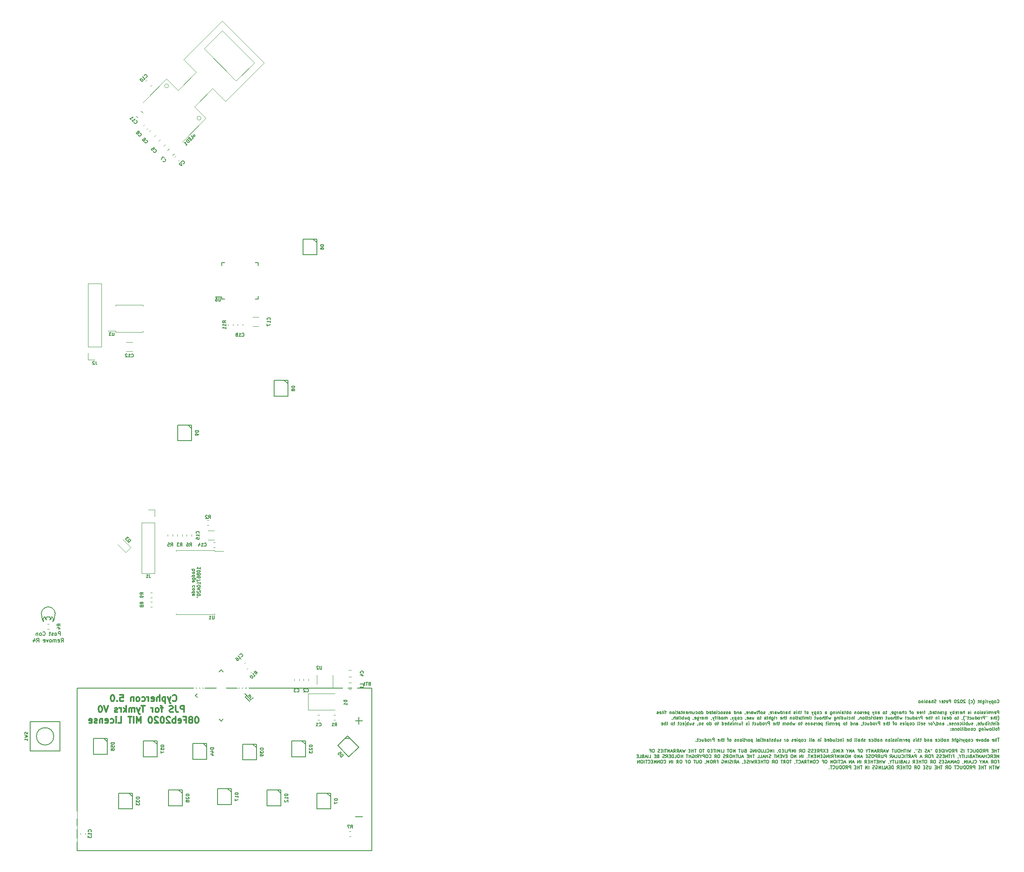
<source format=gbo>
G04 #@! TF.GenerationSoftware,KiCad,Pcbnew,(5.1.5)-3*
G04 #@! TF.CreationDate,2020-02-09T18:17:14-06:00*
G04 #@! TF.ProjectId,tymkrs_Cyphercon_2020_parrot,74796d6b-7273-45f4-9379-70686572636f,V0*
G04 #@! TF.SameCoordinates,Original*
G04 #@! TF.FileFunction,Legend,Bot*
G04 #@! TF.FilePolarity,Positive*
%FSLAX46Y46*%
G04 Gerber Fmt 4.6, Leading zero omitted, Abs format (unit mm)*
G04 Created by KiCad (PCBNEW (5.1.5)-3) date 2020-02-09 18:17:14*
%MOMM*%
%LPD*%
G04 APERTURE LIST*
%ADD10C,0.158750*%
%ADD11C,0.300000*%
%ADD12C,0.190500*%
%ADD13C,0.120000*%
%ADD14C,0.150000*%
%ADD15C,0.180000*%
%ADD16C,0.177800*%
%ADD17C,0.127000*%
%ADD18C,0.100000*%
%ADD19R,1.350800X1.600800*%
%ADD20C,1.574800*%
%ADD21R,1.574800X1.574800*%
%ADD22R,1.550800X0.350800*%
%ADD23R,0.350800X1.550800*%
%ADD24R,3.550801X3.550801*%
%ADD25R,2.650800X1.450800*%
%ADD26C,2.500000*%
%ADD27C,0.685800*%
%ADD28R,0.700800X1.110800*%
%ADD29O,1.750800X1.750800*%
%ADD30R,1.750800X1.750800*%
%ADD31R,0.850800X1.450800*%
%ADD32R,2.550800X1.850800*%
%ADD33C,1.828800*%
%ADD34R,1.828800X1.828800*%
G04 APERTURE END LIST*
D10*
X121016636Y-140244285D02*
X120381636Y-140244285D01*
X120623541Y-140244285D02*
X120593303Y-140304761D01*
X120593303Y-140425714D01*
X120623541Y-140486190D01*
X120653779Y-140516428D01*
X120714255Y-140546666D01*
X120895684Y-140546666D01*
X120956160Y-140516428D01*
X120986398Y-140486190D01*
X121016636Y-140425714D01*
X121016636Y-140304761D01*
X120986398Y-140244285D01*
X121016636Y-141090952D02*
X120684017Y-141090952D01*
X120623541Y-141060714D01*
X120593303Y-141000238D01*
X120593303Y-140879285D01*
X120623541Y-140818809D01*
X120986398Y-141090952D02*
X121016636Y-141030476D01*
X121016636Y-140879285D01*
X120986398Y-140818809D01*
X120925922Y-140788571D01*
X120865446Y-140788571D01*
X120804970Y-140818809D01*
X120774732Y-140879285D01*
X120774732Y-141030476D01*
X120744494Y-141090952D01*
X121016636Y-141665476D02*
X120381636Y-141665476D01*
X120986398Y-141665476D02*
X121016636Y-141605000D01*
X121016636Y-141484047D01*
X120986398Y-141423571D01*
X120956160Y-141393333D01*
X120895684Y-141363095D01*
X120714255Y-141363095D01*
X120653779Y-141393333D01*
X120623541Y-141423571D01*
X120593303Y-141484047D01*
X120593303Y-141605000D01*
X120623541Y-141665476D01*
X120593303Y-142240000D02*
X121107351Y-142240000D01*
X121167827Y-142209761D01*
X121198065Y-142179523D01*
X121228303Y-142119047D01*
X121228303Y-142028333D01*
X121198065Y-141967857D01*
X120986398Y-142240000D02*
X121016636Y-142179523D01*
X121016636Y-142058571D01*
X120986398Y-141998095D01*
X120956160Y-141967857D01*
X120895684Y-141937619D01*
X120714255Y-141937619D01*
X120653779Y-141967857D01*
X120623541Y-141998095D01*
X120593303Y-142058571D01*
X120593303Y-142179523D01*
X120623541Y-142240000D01*
X120986398Y-142784285D02*
X121016636Y-142723809D01*
X121016636Y-142602857D01*
X120986398Y-142542380D01*
X120925922Y-142512142D01*
X120684017Y-142512142D01*
X120623541Y-142542380D01*
X120593303Y-142602857D01*
X120593303Y-142723809D01*
X120623541Y-142784285D01*
X120684017Y-142814523D01*
X120744494Y-142814523D01*
X120804970Y-142512142D01*
X120986398Y-143842619D02*
X121016636Y-143782142D01*
X121016636Y-143661190D01*
X120986398Y-143600714D01*
X120956160Y-143570476D01*
X120895684Y-143540238D01*
X120714255Y-143540238D01*
X120653779Y-143570476D01*
X120623541Y-143600714D01*
X120593303Y-143661190D01*
X120593303Y-143782142D01*
X120623541Y-143842619D01*
X121016636Y-144205476D02*
X120986398Y-144145000D01*
X120956160Y-144114761D01*
X120895684Y-144084523D01*
X120714255Y-144084523D01*
X120653779Y-144114761D01*
X120623541Y-144145000D01*
X120593303Y-144205476D01*
X120593303Y-144296190D01*
X120623541Y-144356666D01*
X120653779Y-144386904D01*
X120714255Y-144417142D01*
X120895684Y-144417142D01*
X120956160Y-144386904D01*
X120986398Y-144356666D01*
X121016636Y-144296190D01*
X121016636Y-144205476D01*
X121016636Y-144961428D02*
X120381636Y-144961428D01*
X120986398Y-144961428D02*
X121016636Y-144900952D01*
X121016636Y-144780000D01*
X120986398Y-144719523D01*
X120956160Y-144689285D01*
X120895684Y-144659047D01*
X120714255Y-144659047D01*
X120653779Y-144689285D01*
X120623541Y-144719523D01*
X120593303Y-144780000D01*
X120593303Y-144900952D01*
X120623541Y-144961428D01*
X120986398Y-145505714D02*
X121016636Y-145445238D01*
X121016636Y-145324285D01*
X120986398Y-145263809D01*
X120925922Y-145233571D01*
X120684017Y-145233571D01*
X120623541Y-145263809D01*
X120593303Y-145324285D01*
X120593303Y-145445238D01*
X120623541Y-145505714D01*
X120684017Y-145535952D01*
X120744494Y-145535952D01*
X120804970Y-145233571D01*
X122127886Y-140183809D02*
X122127886Y-139820952D01*
X122127886Y-140002380D02*
X121492886Y-140002380D01*
X121583601Y-139941904D01*
X121644077Y-139881428D01*
X121674315Y-139820952D01*
X121492886Y-140576904D02*
X121492886Y-140637380D01*
X121523125Y-140697857D01*
X121553363Y-140728095D01*
X121613839Y-140758333D01*
X121734791Y-140788571D01*
X121885982Y-140788571D01*
X122006934Y-140758333D01*
X122067410Y-140728095D01*
X122097648Y-140697857D01*
X122127886Y-140637380D01*
X122127886Y-140576904D01*
X122097648Y-140516428D01*
X122067410Y-140486190D01*
X122006934Y-140455952D01*
X121885982Y-140425714D01*
X121734791Y-140425714D01*
X121613839Y-140455952D01*
X121553363Y-140486190D01*
X121523125Y-140516428D01*
X121492886Y-140576904D01*
X121765029Y-141151428D02*
X121734791Y-141090952D01*
X121704553Y-141060714D01*
X121644077Y-141030476D01*
X121613839Y-141030476D01*
X121553363Y-141060714D01*
X121523125Y-141090952D01*
X121492886Y-141151428D01*
X121492886Y-141272380D01*
X121523125Y-141332857D01*
X121553363Y-141363095D01*
X121613839Y-141393333D01*
X121644077Y-141393333D01*
X121704553Y-141363095D01*
X121734791Y-141332857D01*
X121765029Y-141272380D01*
X121765029Y-141151428D01*
X121795267Y-141090952D01*
X121825505Y-141060714D01*
X121885982Y-141030476D01*
X122006934Y-141030476D01*
X122067410Y-141060714D01*
X122097648Y-141090952D01*
X122127886Y-141151428D01*
X122127886Y-141272380D01*
X122097648Y-141332857D01*
X122067410Y-141363095D01*
X122006934Y-141393333D01*
X121885982Y-141393333D01*
X121825505Y-141363095D01*
X121795267Y-141332857D01*
X121765029Y-141272380D01*
X121492886Y-141937619D02*
X121492886Y-141816666D01*
X121523125Y-141756190D01*
X121553363Y-141725952D01*
X121644077Y-141665476D01*
X121765029Y-141635238D01*
X122006934Y-141635238D01*
X122067410Y-141665476D01*
X122097648Y-141695714D01*
X122127886Y-141756190D01*
X122127886Y-141877142D01*
X122097648Y-141937619D01*
X122067410Y-141967857D01*
X122006934Y-141998095D01*
X121855744Y-141998095D01*
X121795267Y-141967857D01*
X121765029Y-141937619D01*
X121734791Y-141877142D01*
X121734791Y-141756190D01*
X121765029Y-141695714D01*
X121795267Y-141665476D01*
X121855744Y-141635238D01*
X121492886Y-142209761D02*
X121492886Y-142633095D01*
X122127886Y-142360952D01*
X122127886Y-143207619D02*
X122127886Y-142844761D01*
X122127886Y-143026190D02*
X121492886Y-143026190D01*
X121583601Y-142965714D01*
X121644077Y-142905238D01*
X121674315Y-142844761D01*
X121492886Y-143600714D02*
X121492886Y-143661190D01*
X121523125Y-143721666D01*
X121553363Y-143751904D01*
X121613839Y-143782142D01*
X121734791Y-143812380D01*
X121885982Y-143812380D01*
X122006934Y-143782142D01*
X122067410Y-143751904D01*
X122097648Y-143721666D01*
X122127886Y-143661190D01*
X122127886Y-143600714D01*
X122097648Y-143540238D01*
X122067410Y-143510000D01*
X122006934Y-143479761D01*
X121885982Y-143449523D01*
X121734791Y-143449523D01*
X121613839Y-143479761D01*
X121553363Y-143510000D01*
X121523125Y-143540238D01*
X121492886Y-143600714D01*
X121946458Y-144054285D02*
X121946458Y-144356666D01*
X122127886Y-143993809D02*
X121492886Y-144205476D01*
X122127886Y-144417142D01*
X121553363Y-144598571D02*
X121523125Y-144628809D01*
X121492886Y-144689285D01*
X121492886Y-144840476D01*
X121523125Y-144900952D01*
X121553363Y-144931190D01*
X121613839Y-144961428D01*
X121674315Y-144961428D01*
X121765029Y-144931190D01*
X122127886Y-144568333D01*
X122127886Y-144961428D01*
X121492886Y-145354523D02*
X121492886Y-145415000D01*
X121523125Y-145475476D01*
X121553363Y-145505714D01*
X121613839Y-145535952D01*
X121734791Y-145566190D01*
X121885982Y-145566190D01*
X122006934Y-145535952D01*
X122067410Y-145505714D01*
X122097648Y-145475476D01*
X122127886Y-145415000D01*
X122127886Y-145354523D01*
X122097648Y-145294047D01*
X122067410Y-145263809D01*
X122006934Y-145233571D01*
X121885982Y-145203333D01*
X121734791Y-145203333D01*
X121613839Y-145233571D01*
X121553363Y-145263809D01*
X121523125Y-145294047D01*
X121492886Y-145354523D01*
X121553363Y-145747619D02*
X121462648Y-145868571D01*
X121553363Y-145989523D01*
X283100764Y-167152410D02*
X283131002Y-167182648D01*
X283221717Y-167212886D01*
X283282193Y-167212886D01*
X283372907Y-167182648D01*
X283433383Y-167122172D01*
X283463622Y-167061696D01*
X283493860Y-166940744D01*
X283493860Y-166850029D01*
X283463622Y-166729077D01*
X283433383Y-166668601D01*
X283372907Y-166608125D01*
X283282193Y-166577886D01*
X283221717Y-166577886D01*
X283131002Y-166608125D01*
X283100764Y-166638363D01*
X282737907Y-167212886D02*
X282798383Y-167182648D01*
X282828622Y-167152410D01*
X282858860Y-167091934D01*
X282858860Y-166910505D01*
X282828622Y-166850029D01*
X282798383Y-166819791D01*
X282737907Y-166789553D01*
X282647193Y-166789553D01*
X282586717Y-166819791D01*
X282556479Y-166850029D01*
X282526241Y-166910505D01*
X282526241Y-167091934D01*
X282556479Y-167152410D01*
X282586717Y-167182648D01*
X282647193Y-167212886D01*
X282737907Y-167212886D01*
X282254098Y-166789553D02*
X282254098Y-167424553D01*
X282254098Y-166819791D02*
X282193622Y-166789553D01*
X282072669Y-166789553D01*
X282012193Y-166819791D01*
X281981955Y-166850029D01*
X281951717Y-166910505D01*
X281951717Y-167091934D01*
X281981955Y-167152410D01*
X282012193Y-167182648D01*
X282072669Y-167212886D01*
X282193622Y-167212886D01*
X282254098Y-167182648D01*
X281740050Y-166789553D02*
X281588860Y-167212886D01*
X281437669Y-166789553D02*
X281588860Y-167212886D01*
X281649336Y-167364077D01*
X281679574Y-167394315D01*
X281740050Y-167424553D01*
X281195764Y-167212886D02*
X281195764Y-166789553D01*
X281195764Y-166910505D02*
X281165526Y-166850029D01*
X281135288Y-166819791D01*
X281074812Y-166789553D01*
X281014336Y-166789553D01*
X280802669Y-167212886D02*
X280802669Y-166789553D01*
X280802669Y-166577886D02*
X280832907Y-166608125D01*
X280802669Y-166638363D01*
X280772431Y-166608125D01*
X280802669Y-166577886D01*
X280802669Y-166638363D01*
X280228145Y-166789553D02*
X280228145Y-167303601D01*
X280258383Y-167364077D01*
X280288622Y-167394315D01*
X280349098Y-167424553D01*
X280439812Y-167424553D01*
X280500288Y-167394315D01*
X280228145Y-167182648D02*
X280288622Y-167212886D01*
X280409574Y-167212886D01*
X280470050Y-167182648D01*
X280500288Y-167152410D01*
X280530526Y-167091934D01*
X280530526Y-166910505D01*
X280500288Y-166850029D01*
X280470050Y-166819791D01*
X280409574Y-166789553D01*
X280288622Y-166789553D01*
X280228145Y-166819791D01*
X279925764Y-167212886D02*
X279925764Y-166577886D01*
X279653622Y-167212886D02*
X279653622Y-166880267D01*
X279683860Y-166819791D01*
X279744336Y-166789553D01*
X279835050Y-166789553D01*
X279895526Y-166819791D01*
X279925764Y-166850029D01*
X279441955Y-166789553D02*
X279200050Y-166789553D01*
X279351241Y-166577886D02*
X279351241Y-167122172D01*
X279321002Y-167182648D01*
X279260526Y-167212886D01*
X279200050Y-167212886D01*
X278323145Y-167454791D02*
X278353383Y-167424553D01*
X278413860Y-167333839D01*
X278444098Y-167273363D01*
X278474336Y-167182648D01*
X278504574Y-167031458D01*
X278504574Y-166910505D01*
X278474336Y-166759315D01*
X278444098Y-166668601D01*
X278413860Y-166608125D01*
X278353383Y-166517410D01*
X278323145Y-166487172D01*
X277809098Y-167182648D02*
X277869574Y-167212886D01*
X277990526Y-167212886D01*
X278051002Y-167182648D01*
X278081241Y-167152410D01*
X278111479Y-167091934D01*
X278111479Y-166910505D01*
X278081241Y-166850029D01*
X278051002Y-166819791D01*
X277990526Y-166789553D01*
X277869574Y-166789553D01*
X277809098Y-166819791D01*
X277597431Y-167454791D02*
X277567193Y-167424553D01*
X277506717Y-167333839D01*
X277476479Y-167273363D01*
X277446241Y-167182648D01*
X277416002Y-167031458D01*
X277416002Y-166910505D01*
X277446241Y-166759315D01*
X277476479Y-166668601D01*
X277506717Y-166608125D01*
X277567193Y-166517410D01*
X277597431Y-166487172D01*
X276660050Y-166638363D02*
X276629812Y-166608125D01*
X276569336Y-166577886D01*
X276418145Y-166577886D01*
X276357669Y-166608125D01*
X276327431Y-166638363D01*
X276297193Y-166698839D01*
X276297193Y-166759315D01*
X276327431Y-166850029D01*
X276690288Y-167212886D01*
X276297193Y-167212886D01*
X275904098Y-166577886D02*
X275843622Y-166577886D01*
X275783145Y-166608125D01*
X275752907Y-166638363D01*
X275722669Y-166698839D01*
X275692431Y-166819791D01*
X275692431Y-166970982D01*
X275722669Y-167091934D01*
X275752907Y-167152410D01*
X275783145Y-167182648D01*
X275843622Y-167212886D01*
X275904098Y-167212886D01*
X275964574Y-167182648D01*
X275994812Y-167152410D01*
X276025050Y-167091934D01*
X276055288Y-166970982D01*
X276055288Y-166819791D01*
X276025050Y-166698839D01*
X275994812Y-166638363D01*
X275964574Y-166608125D01*
X275904098Y-166577886D01*
X275450526Y-166638363D02*
X275420288Y-166608125D01*
X275359812Y-166577886D01*
X275208622Y-166577886D01*
X275148145Y-166608125D01*
X275117907Y-166638363D01*
X275087669Y-166698839D01*
X275087669Y-166759315D01*
X275117907Y-166850029D01*
X275480764Y-167212886D01*
X275087669Y-167212886D01*
X274694574Y-166577886D02*
X274634098Y-166577886D01*
X274573622Y-166608125D01*
X274543383Y-166638363D01*
X274513145Y-166698839D01*
X274482907Y-166819791D01*
X274482907Y-166970982D01*
X274513145Y-167091934D01*
X274543383Y-167152410D01*
X274573622Y-167182648D01*
X274634098Y-167212886D01*
X274694574Y-167212886D01*
X274755050Y-167182648D01*
X274785288Y-167152410D01*
X274815526Y-167091934D01*
X274845764Y-166970982D01*
X274845764Y-166819791D01*
X274815526Y-166698839D01*
X274785288Y-166638363D01*
X274755050Y-166608125D01*
X274694574Y-166577886D01*
X273726955Y-167212886D02*
X273726955Y-166577886D01*
X273485050Y-166577886D01*
X273424574Y-166608125D01*
X273394336Y-166638363D01*
X273364098Y-166698839D01*
X273364098Y-166789553D01*
X273394336Y-166850029D01*
X273424574Y-166880267D01*
X273485050Y-166910505D01*
X273726955Y-166910505D01*
X272850050Y-167182648D02*
X272910526Y-167212886D01*
X273031479Y-167212886D01*
X273091955Y-167182648D01*
X273122193Y-167122172D01*
X273122193Y-166880267D01*
X273091955Y-166819791D01*
X273031479Y-166789553D01*
X272910526Y-166789553D01*
X272850050Y-166819791D01*
X272819812Y-166880267D01*
X272819812Y-166940744D01*
X273122193Y-167001220D01*
X272638383Y-166789553D02*
X272396479Y-166789553D01*
X272547669Y-166577886D02*
X272547669Y-167122172D01*
X272517431Y-167182648D01*
X272456955Y-167212886D01*
X272396479Y-167212886D01*
X271942907Y-167182648D02*
X272003383Y-167212886D01*
X272124336Y-167212886D01*
X272184812Y-167182648D01*
X272215050Y-167122172D01*
X272215050Y-166880267D01*
X272184812Y-166819791D01*
X272124336Y-166789553D01*
X272003383Y-166789553D01*
X271942907Y-166819791D01*
X271912669Y-166880267D01*
X271912669Y-166940744D01*
X272215050Y-167001220D01*
X271640526Y-167212886D02*
X271640526Y-166789553D01*
X271640526Y-166910505D02*
X271610288Y-166850029D01*
X271580050Y-166819791D01*
X271519574Y-166789553D01*
X271459098Y-166789553D01*
X270793860Y-167182648D02*
X270703145Y-167212886D01*
X270551955Y-167212886D01*
X270491479Y-167182648D01*
X270461241Y-167152410D01*
X270431002Y-167091934D01*
X270431002Y-167031458D01*
X270461241Y-166970982D01*
X270491479Y-166940744D01*
X270551955Y-166910505D01*
X270672907Y-166880267D01*
X270733383Y-166850029D01*
X270763622Y-166819791D01*
X270793860Y-166759315D01*
X270793860Y-166698839D01*
X270763622Y-166638363D01*
X270733383Y-166608125D01*
X270672907Y-166577886D01*
X270521717Y-166577886D01*
X270431002Y-166608125D01*
X270158860Y-167212886D02*
X270158860Y-166577886D01*
X269886717Y-167212886D02*
X269886717Y-166880267D01*
X269916955Y-166819791D01*
X269977431Y-166789553D01*
X270068145Y-166789553D01*
X270128622Y-166819791D01*
X270158860Y-166850029D01*
X269312193Y-167212886D02*
X269312193Y-166880267D01*
X269342431Y-166819791D01*
X269402907Y-166789553D01*
X269523860Y-166789553D01*
X269584336Y-166819791D01*
X269312193Y-167182648D02*
X269372669Y-167212886D01*
X269523860Y-167212886D01*
X269584336Y-167182648D01*
X269614574Y-167122172D01*
X269614574Y-167061696D01*
X269584336Y-167001220D01*
X269523860Y-166970982D01*
X269372669Y-166970982D01*
X269312193Y-166940744D01*
X269009812Y-167212886D02*
X269009812Y-166577886D01*
X269009812Y-166819791D02*
X268949336Y-166789553D01*
X268828383Y-166789553D01*
X268767907Y-166819791D01*
X268737669Y-166850029D01*
X268707431Y-166910505D01*
X268707431Y-167091934D01*
X268737669Y-167152410D01*
X268767907Y-167182648D01*
X268828383Y-167212886D01*
X268949336Y-167212886D01*
X269009812Y-167182648D01*
X268435288Y-167212886D02*
X268435288Y-166789553D01*
X268435288Y-166577886D02*
X268465526Y-166608125D01*
X268435288Y-166638363D01*
X268405050Y-166608125D01*
X268435288Y-166577886D01*
X268435288Y-166638363D01*
X268132907Y-166789553D02*
X268132907Y-167212886D01*
X268132907Y-166850029D02*
X268102669Y-166819791D01*
X268042193Y-166789553D01*
X267951479Y-166789553D01*
X267891002Y-166819791D01*
X267860764Y-166880267D01*
X267860764Y-167212886D01*
X267467669Y-167212886D02*
X267528145Y-167182648D01*
X267558383Y-167152410D01*
X267588622Y-167091934D01*
X267588622Y-166910505D01*
X267558383Y-166850029D01*
X267528145Y-166819791D01*
X267467669Y-166789553D01*
X267376955Y-166789553D01*
X267316479Y-166819791D01*
X267286241Y-166850029D01*
X267256002Y-166910505D01*
X267256002Y-167091934D01*
X267286241Y-167152410D01*
X267316479Y-167182648D01*
X267376955Y-167212886D01*
X267467669Y-167212886D01*
X283463622Y-169435386D02*
X283463622Y-168800386D01*
X283221717Y-168800386D01*
X283161241Y-168830625D01*
X283131002Y-168860863D01*
X283100764Y-168921339D01*
X283100764Y-169012053D01*
X283131002Y-169072529D01*
X283161241Y-169102767D01*
X283221717Y-169133005D01*
X283463622Y-169133005D01*
X282586717Y-169405148D02*
X282647193Y-169435386D01*
X282768145Y-169435386D01*
X282828622Y-169405148D01*
X282858860Y-169344672D01*
X282858860Y-169102767D01*
X282828622Y-169042291D01*
X282768145Y-169012053D01*
X282647193Y-169012053D01*
X282586717Y-169042291D01*
X282556479Y-169102767D01*
X282556479Y-169163244D01*
X282858860Y-169223720D01*
X282284336Y-169435386D02*
X282284336Y-169012053D01*
X282284336Y-169133005D02*
X282254098Y-169072529D01*
X282223860Y-169042291D01*
X282163383Y-169012053D01*
X282102907Y-169012053D01*
X281891241Y-169435386D02*
X281891241Y-169012053D01*
X281891241Y-169072529D02*
X281861002Y-169042291D01*
X281800526Y-169012053D01*
X281709812Y-169012053D01*
X281649336Y-169042291D01*
X281619098Y-169102767D01*
X281619098Y-169435386D01*
X281619098Y-169102767D02*
X281588860Y-169042291D01*
X281528383Y-169012053D01*
X281437669Y-169012053D01*
X281377193Y-169042291D01*
X281346955Y-169102767D01*
X281346955Y-169435386D01*
X281044574Y-169435386D02*
X281044574Y-169012053D01*
X281044574Y-168800386D02*
X281074812Y-168830625D01*
X281044574Y-168860863D01*
X281014336Y-168830625D01*
X281044574Y-168800386D01*
X281044574Y-168860863D01*
X280772431Y-169405148D02*
X280711955Y-169435386D01*
X280591002Y-169435386D01*
X280530526Y-169405148D01*
X280500288Y-169344672D01*
X280500288Y-169314434D01*
X280530526Y-169253958D01*
X280591002Y-169223720D01*
X280681717Y-169223720D01*
X280742193Y-169193482D01*
X280772431Y-169133005D01*
X280772431Y-169102767D01*
X280742193Y-169042291D01*
X280681717Y-169012053D01*
X280591002Y-169012053D01*
X280530526Y-169042291D01*
X280258383Y-169405148D02*
X280197907Y-169435386D01*
X280076955Y-169435386D01*
X280016479Y-169405148D01*
X279986241Y-169344672D01*
X279986241Y-169314434D01*
X280016479Y-169253958D01*
X280076955Y-169223720D01*
X280167669Y-169223720D01*
X280228145Y-169193482D01*
X280258383Y-169133005D01*
X280258383Y-169102767D01*
X280228145Y-169042291D01*
X280167669Y-169012053D01*
X280076955Y-169012053D01*
X280016479Y-169042291D01*
X279714098Y-169435386D02*
X279714098Y-169012053D01*
X279714098Y-168800386D02*
X279744336Y-168830625D01*
X279714098Y-168860863D01*
X279683860Y-168830625D01*
X279714098Y-168800386D01*
X279714098Y-168860863D01*
X279321002Y-169435386D02*
X279381479Y-169405148D01*
X279411717Y-169374910D01*
X279441955Y-169314434D01*
X279441955Y-169133005D01*
X279411717Y-169072529D01*
X279381479Y-169042291D01*
X279321002Y-169012053D01*
X279230288Y-169012053D01*
X279169812Y-169042291D01*
X279139574Y-169072529D01*
X279109336Y-169133005D01*
X279109336Y-169314434D01*
X279139574Y-169374910D01*
X279169812Y-169405148D01*
X279230288Y-169435386D01*
X279321002Y-169435386D01*
X278837193Y-169012053D02*
X278837193Y-169435386D01*
X278837193Y-169072529D02*
X278806955Y-169042291D01*
X278746479Y-169012053D01*
X278655764Y-169012053D01*
X278595288Y-169042291D01*
X278565050Y-169102767D01*
X278565050Y-169435386D01*
X277778860Y-169435386D02*
X277778860Y-169012053D01*
X277778860Y-168800386D02*
X277809098Y-168830625D01*
X277778860Y-168860863D01*
X277748622Y-168830625D01*
X277778860Y-168800386D01*
X277778860Y-168860863D01*
X277506717Y-169405148D02*
X277446241Y-169435386D01*
X277325288Y-169435386D01*
X277264812Y-169405148D01*
X277234574Y-169344672D01*
X277234574Y-169314434D01*
X277264812Y-169253958D01*
X277325288Y-169223720D01*
X277416002Y-169223720D01*
X277476479Y-169193482D01*
X277506717Y-169133005D01*
X277506717Y-169102767D01*
X277476479Y-169042291D01*
X277416002Y-169012053D01*
X277325288Y-169012053D01*
X277264812Y-169042291D01*
X276478622Y-169435386D02*
X276478622Y-168800386D01*
X276206479Y-169435386D02*
X276206479Y-169102767D01*
X276236717Y-169042291D01*
X276297193Y-169012053D01*
X276387907Y-169012053D01*
X276448383Y-169042291D01*
X276478622Y-169072529D01*
X275662193Y-169405148D02*
X275722669Y-169435386D01*
X275843622Y-169435386D01*
X275904098Y-169405148D01*
X275934336Y-169344672D01*
X275934336Y-169102767D01*
X275904098Y-169042291D01*
X275843622Y-169012053D01*
X275722669Y-169012053D01*
X275662193Y-169042291D01*
X275631955Y-169102767D01*
X275631955Y-169163244D01*
X275934336Y-169223720D01*
X275359812Y-169435386D02*
X275359812Y-169012053D01*
X275359812Y-169133005D02*
X275329574Y-169072529D01*
X275299336Y-169042291D01*
X275238860Y-169012053D01*
X275178383Y-169012053D01*
X274724812Y-169405148D02*
X274785288Y-169435386D01*
X274906241Y-169435386D01*
X274966717Y-169405148D01*
X274996955Y-169344672D01*
X274996955Y-169102767D01*
X274966717Y-169042291D01*
X274906241Y-169012053D01*
X274785288Y-169012053D01*
X274724812Y-169042291D01*
X274694574Y-169102767D01*
X274694574Y-169163244D01*
X274996955Y-169223720D01*
X274422431Y-169435386D02*
X274422431Y-168800386D01*
X274422431Y-169042291D02*
X274361955Y-169012053D01*
X274241002Y-169012053D01*
X274180526Y-169042291D01*
X274150288Y-169072529D01*
X274120050Y-169133005D01*
X274120050Y-169314434D01*
X274150288Y-169374910D01*
X274180526Y-169405148D01*
X274241002Y-169435386D01*
X274361955Y-169435386D01*
X274422431Y-169405148D01*
X273908383Y-169012053D02*
X273757193Y-169435386D01*
X273606002Y-169012053D02*
X273757193Y-169435386D01*
X273817669Y-169586577D01*
X273847907Y-169616815D01*
X273908383Y-169647053D01*
X272608145Y-169012053D02*
X272608145Y-169526101D01*
X272638383Y-169586577D01*
X272668622Y-169616815D01*
X272729098Y-169647053D01*
X272819812Y-169647053D01*
X272880288Y-169616815D01*
X272608145Y-169405148D02*
X272668622Y-169435386D01*
X272789574Y-169435386D01*
X272850050Y-169405148D01*
X272880288Y-169374910D01*
X272910526Y-169314434D01*
X272910526Y-169133005D01*
X272880288Y-169072529D01*
X272850050Y-169042291D01*
X272789574Y-169012053D01*
X272668622Y-169012053D01*
X272608145Y-169042291D01*
X272305764Y-169435386D02*
X272305764Y-169012053D01*
X272305764Y-169133005D02*
X272275526Y-169072529D01*
X272245288Y-169042291D01*
X272184812Y-169012053D01*
X272124336Y-169012053D01*
X271640526Y-169435386D02*
X271640526Y-169102767D01*
X271670764Y-169042291D01*
X271731241Y-169012053D01*
X271852193Y-169012053D01*
X271912669Y-169042291D01*
X271640526Y-169405148D02*
X271701002Y-169435386D01*
X271852193Y-169435386D01*
X271912669Y-169405148D01*
X271942907Y-169344672D01*
X271942907Y-169284196D01*
X271912669Y-169223720D01*
X271852193Y-169193482D01*
X271701002Y-169193482D01*
X271640526Y-169163244D01*
X271338145Y-169012053D02*
X271338145Y-169435386D01*
X271338145Y-169072529D02*
X271307907Y-169042291D01*
X271247431Y-169012053D01*
X271156717Y-169012053D01*
X271096241Y-169042291D01*
X271066002Y-169102767D01*
X271066002Y-169435386D01*
X270854336Y-169012053D02*
X270612431Y-169012053D01*
X270763622Y-168800386D02*
X270763622Y-169344672D01*
X270733383Y-169405148D01*
X270672907Y-169435386D01*
X270612431Y-169435386D01*
X270158860Y-169405148D02*
X270219336Y-169435386D01*
X270340288Y-169435386D01*
X270400764Y-169405148D01*
X270431002Y-169344672D01*
X270431002Y-169102767D01*
X270400764Y-169042291D01*
X270340288Y-169012053D01*
X270219336Y-169012053D01*
X270158860Y-169042291D01*
X270128622Y-169102767D01*
X270128622Y-169163244D01*
X270431002Y-169223720D01*
X269584336Y-169435386D02*
X269584336Y-168800386D01*
X269584336Y-169405148D02*
X269644812Y-169435386D01*
X269765764Y-169435386D01*
X269826241Y-169405148D01*
X269856479Y-169374910D01*
X269886717Y-169314434D01*
X269886717Y-169133005D01*
X269856479Y-169072529D01*
X269826241Y-169042291D01*
X269765764Y-169012053D01*
X269644812Y-169012053D01*
X269584336Y-169042291D01*
X269251717Y-169405148D02*
X269251717Y-169435386D01*
X269281955Y-169495863D01*
X269312193Y-169526101D01*
X268586479Y-169012053D02*
X268344574Y-169012053D01*
X268495764Y-169435386D02*
X268495764Y-168891101D01*
X268465526Y-168830625D01*
X268405050Y-168800386D01*
X268344574Y-168800386D01*
X268132907Y-169435386D02*
X268132907Y-169012053D01*
X268132907Y-169133005D02*
X268102669Y-169072529D01*
X268072431Y-169042291D01*
X268011955Y-169012053D01*
X267951479Y-169012053D01*
X267497907Y-169405148D02*
X267558383Y-169435386D01*
X267679336Y-169435386D01*
X267739812Y-169405148D01*
X267770050Y-169344672D01*
X267770050Y-169102767D01*
X267739812Y-169042291D01*
X267679336Y-169012053D01*
X267558383Y-169012053D01*
X267497907Y-169042291D01*
X267467669Y-169102767D01*
X267467669Y-169163244D01*
X267770050Y-169223720D01*
X266953622Y-169405148D02*
X267014098Y-169435386D01*
X267135050Y-169435386D01*
X267195526Y-169405148D01*
X267225764Y-169344672D01*
X267225764Y-169102767D01*
X267195526Y-169042291D01*
X267135050Y-169012053D01*
X267014098Y-169012053D01*
X266953622Y-169042291D01*
X266923383Y-169102767D01*
X266923383Y-169163244D01*
X267225764Y-169223720D01*
X266076717Y-169435386D02*
X266137193Y-169405148D01*
X266167431Y-169374910D01*
X266197669Y-169314434D01*
X266197669Y-169133005D01*
X266167431Y-169072529D01*
X266137193Y-169042291D01*
X266076717Y-169012053D01*
X265986002Y-169012053D01*
X265925526Y-169042291D01*
X265895288Y-169072529D01*
X265865050Y-169133005D01*
X265865050Y-169314434D01*
X265895288Y-169374910D01*
X265925526Y-169405148D01*
X265986002Y-169435386D01*
X266076717Y-169435386D01*
X265683622Y-169012053D02*
X265441717Y-169012053D01*
X265592907Y-169435386D02*
X265592907Y-168891101D01*
X265562669Y-168830625D01*
X265502193Y-168800386D01*
X265441717Y-168800386D01*
X264474098Y-169405148D02*
X264534574Y-169435386D01*
X264655526Y-169435386D01*
X264716002Y-169405148D01*
X264746241Y-169374910D01*
X264776479Y-169314434D01*
X264776479Y-169133005D01*
X264746241Y-169072529D01*
X264716002Y-169042291D01*
X264655526Y-169012053D01*
X264534574Y-169012053D01*
X264474098Y-169042291D01*
X264201955Y-169435386D02*
X264201955Y-168800386D01*
X263929812Y-169435386D02*
X263929812Y-169102767D01*
X263960050Y-169042291D01*
X264020526Y-169012053D01*
X264111241Y-169012053D01*
X264171717Y-169042291D01*
X264201955Y-169072529D01*
X263355288Y-169435386D02*
X263355288Y-169102767D01*
X263385526Y-169042291D01*
X263446002Y-169012053D01*
X263566955Y-169012053D01*
X263627431Y-169042291D01*
X263355288Y-169405148D02*
X263415764Y-169435386D01*
X263566955Y-169435386D01*
X263627431Y-169405148D01*
X263657669Y-169344672D01*
X263657669Y-169284196D01*
X263627431Y-169223720D01*
X263566955Y-169193482D01*
X263415764Y-169193482D01*
X263355288Y-169163244D01*
X263052907Y-169435386D02*
X263052907Y-169012053D01*
X263052907Y-169133005D02*
X263022669Y-169072529D01*
X262992431Y-169042291D01*
X262931955Y-169012053D01*
X262871479Y-169012053D01*
X262387669Y-169012053D02*
X262387669Y-169526101D01*
X262417907Y-169586577D01*
X262448145Y-169616815D01*
X262508622Y-169647053D01*
X262599336Y-169647053D01*
X262659812Y-169616815D01*
X262387669Y-169405148D02*
X262448145Y-169435386D01*
X262569098Y-169435386D01*
X262629574Y-169405148D01*
X262659812Y-169374910D01*
X262690050Y-169314434D01*
X262690050Y-169133005D01*
X262659812Y-169072529D01*
X262629574Y-169042291D01*
X262569098Y-169012053D01*
X262448145Y-169012053D01*
X262387669Y-169042291D01*
X261843383Y-169405148D02*
X261903860Y-169435386D01*
X262024812Y-169435386D01*
X262085288Y-169405148D01*
X262115526Y-169344672D01*
X262115526Y-169102767D01*
X262085288Y-169042291D01*
X262024812Y-169012053D01*
X261903860Y-169012053D01*
X261843383Y-169042291D01*
X261813145Y-169102767D01*
X261813145Y-169163244D01*
X262115526Y-169223720D01*
X261510764Y-169405148D02*
X261510764Y-169435386D01*
X261541002Y-169495863D01*
X261571241Y-169526101D01*
X260845526Y-169012053D02*
X260603622Y-169012053D01*
X260754812Y-168800386D02*
X260754812Y-169344672D01*
X260724574Y-169405148D01*
X260664098Y-169435386D01*
X260603622Y-169435386D01*
X260301241Y-169435386D02*
X260361717Y-169405148D01*
X260391955Y-169374910D01*
X260422193Y-169314434D01*
X260422193Y-169133005D01*
X260391955Y-169072529D01*
X260361717Y-169042291D01*
X260301241Y-169012053D01*
X260210526Y-169012053D01*
X260150050Y-169042291D01*
X260119812Y-169072529D01*
X260089574Y-169133005D01*
X260089574Y-169314434D01*
X260119812Y-169374910D01*
X260150050Y-169405148D01*
X260210526Y-169435386D01*
X260301241Y-169435386D01*
X259061479Y-169435386D02*
X259061479Y-169102767D01*
X259091717Y-169042291D01*
X259152193Y-169012053D01*
X259273145Y-169012053D01*
X259333622Y-169042291D01*
X259061479Y-169405148D02*
X259121955Y-169435386D01*
X259273145Y-169435386D01*
X259333622Y-169405148D01*
X259363860Y-169344672D01*
X259363860Y-169284196D01*
X259333622Y-169223720D01*
X259273145Y-169193482D01*
X259121955Y-169193482D01*
X259061479Y-169163244D01*
X258759098Y-169012053D02*
X258759098Y-169435386D01*
X258759098Y-169072529D02*
X258728860Y-169042291D01*
X258668383Y-169012053D01*
X258577669Y-169012053D01*
X258517193Y-169042291D01*
X258486955Y-169102767D01*
X258486955Y-169435386D01*
X258245050Y-169012053D02*
X258093860Y-169435386D01*
X257942669Y-169012053D02*
X258093860Y-169435386D01*
X258154336Y-169586577D01*
X258184574Y-169616815D01*
X258245050Y-169647053D01*
X257216955Y-169012053D02*
X257216955Y-169647053D01*
X257216955Y-169042291D02*
X257156479Y-169012053D01*
X257035526Y-169012053D01*
X256975050Y-169042291D01*
X256944812Y-169072529D01*
X256914574Y-169133005D01*
X256914574Y-169314434D01*
X256944812Y-169374910D01*
X256975050Y-169405148D01*
X257035526Y-169435386D01*
X257156479Y-169435386D01*
X257216955Y-169405148D01*
X256400526Y-169405148D02*
X256461002Y-169435386D01*
X256581955Y-169435386D01*
X256642431Y-169405148D01*
X256672669Y-169344672D01*
X256672669Y-169102767D01*
X256642431Y-169042291D01*
X256581955Y-169012053D01*
X256461002Y-169012053D01*
X256400526Y-169042291D01*
X256370288Y-169102767D01*
X256370288Y-169163244D01*
X256672669Y-169223720D01*
X256098145Y-169435386D02*
X256098145Y-169012053D01*
X256098145Y-169133005D02*
X256067907Y-169072529D01*
X256037669Y-169042291D01*
X255977193Y-169012053D01*
X255916717Y-169012053D01*
X255735288Y-169405148D02*
X255674812Y-169435386D01*
X255553860Y-169435386D01*
X255493383Y-169405148D01*
X255463145Y-169344672D01*
X255463145Y-169314434D01*
X255493383Y-169253958D01*
X255553860Y-169223720D01*
X255644574Y-169223720D01*
X255705050Y-169193482D01*
X255735288Y-169133005D01*
X255735288Y-169102767D01*
X255705050Y-169042291D01*
X255644574Y-169012053D01*
X255553860Y-169012053D01*
X255493383Y-169042291D01*
X255100288Y-169435386D02*
X255160764Y-169405148D01*
X255191002Y-169374910D01*
X255221241Y-169314434D01*
X255221241Y-169133005D01*
X255191002Y-169072529D01*
X255160764Y-169042291D01*
X255100288Y-169012053D01*
X255009574Y-169012053D01*
X254949098Y-169042291D01*
X254918860Y-169072529D01*
X254888622Y-169133005D01*
X254888622Y-169314434D01*
X254918860Y-169374910D01*
X254949098Y-169405148D01*
X255009574Y-169435386D01*
X255100288Y-169435386D01*
X254616479Y-169012053D02*
X254616479Y-169435386D01*
X254616479Y-169072529D02*
X254586241Y-169042291D01*
X254525764Y-169012053D01*
X254435050Y-169012053D01*
X254374574Y-169042291D01*
X254344336Y-169102767D01*
X254344336Y-169435386D01*
X253467431Y-169435386D02*
X253527907Y-169405148D01*
X253558145Y-169374910D01*
X253588383Y-169314434D01*
X253588383Y-169133005D01*
X253558145Y-169072529D01*
X253527907Y-169042291D01*
X253467431Y-169012053D01*
X253376717Y-169012053D01*
X253316241Y-169042291D01*
X253286002Y-169072529D01*
X253255764Y-169133005D01*
X253255764Y-169314434D01*
X253286002Y-169374910D01*
X253316241Y-169405148D01*
X253376717Y-169435386D01*
X253467431Y-169435386D01*
X252983622Y-169435386D02*
X252983622Y-168800386D01*
X252983622Y-169042291D02*
X252923145Y-169012053D01*
X252802193Y-169012053D01*
X252741717Y-169042291D01*
X252711479Y-169072529D01*
X252681241Y-169133005D01*
X252681241Y-169314434D01*
X252711479Y-169374910D01*
X252741717Y-169405148D01*
X252802193Y-169435386D01*
X252923145Y-169435386D01*
X252983622Y-169405148D01*
X252499812Y-169012053D02*
X252257907Y-169012053D01*
X252409098Y-168800386D02*
X252409098Y-169344672D01*
X252378860Y-169405148D01*
X252318383Y-169435386D01*
X252257907Y-169435386D01*
X251774098Y-169435386D02*
X251774098Y-169102767D01*
X251804336Y-169042291D01*
X251864812Y-169012053D01*
X251985764Y-169012053D01*
X252046241Y-169042291D01*
X251774098Y-169405148D02*
X251834574Y-169435386D01*
X251985764Y-169435386D01*
X252046241Y-169405148D01*
X252076479Y-169344672D01*
X252076479Y-169284196D01*
X252046241Y-169223720D01*
X251985764Y-169193482D01*
X251834574Y-169193482D01*
X251774098Y-169163244D01*
X251471717Y-169435386D02*
X251471717Y-169012053D01*
X251471717Y-168800386D02*
X251501955Y-168830625D01*
X251471717Y-168860863D01*
X251441479Y-168830625D01*
X251471717Y-168800386D01*
X251471717Y-168860863D01*
X251169336Y-169012053D02*
X251169336Y-169435386D01*
X251169336Y-169072529D02*
X251139098Y-169042291D01*
X251078622Y-169012053D01*
X250987907Y-169012053D01*
X250927431Y-169042291D01*
X250897193Y-169102767D01*
X250897193Y-169435386D01*
X250594812Y-169435386D02*
X250594812Y-169012053D01*
X250594812Y-168800386D02*
X250625050Y-168830625D01*
X250594812Y-168860863D01*
X250564574Y-168830625D01*
X250594812Y-168800386D01*
X250594812Y-168860863D01*
X250292431Y-169012053D02*
X250292431Y-169435386D01*
X250292431Y-169072529D02*
X250262193Y-169042291D01*
X250201717Y-169012053D01*
X250111002Y-169012053D01*
X250050526Y-169042291D01*
X250020288Y-169102767D01*
X250020288Y-169435386D01*
X249445764Y-169012053D02*
X249445764Y-169526101D01*
X249476002Y-169586577D01*
X249506241Y-169616815D01*
X249566717Y-169647053D01*
X249657431Y-169647053D01*
X249717907Y-169616815D01*
X249445764Y-169405148D02*
X249506241Y-169435386D01*
X249627193Y-169435386D01*
X249687669Y-169405148D01*
X249717907Y-169374910D01*
X249748145Y-169314434D01*
X249748145Y-169133005D01*
X249717907Y-169072529D01*
X249687669Y-169042291D01*
X249627193Y-169012053D01*
X249506241Y-169012053D01*
X249445764Y-169042291D01*
X248387431Y-169435386D02*
X248387431Y-169102767D01*
X248417669Y-169042291D01*
X248478145Y-169012053D01*
X248599098Y-169012053D01*
X248659574Y-169042291D01*
X248387431Y-169405148D02*
X248447907Y-169435386D01*
X248599098Y-169435386D01*
X248659574Y-169405148D01*
X248689812Y-169344672D01*
X248689812Y-169284196D01*
X248659574Y-169223720D01*
X248599098Y-169193482D01*
X248447907Y-169193482D01*
X248387431Y-169163244D01*
X247329098Y-169405148D02*
X247389574Y-169435386D01*
X247510526Y-169435386D01*
X247571002Y-169405148D01*
X247601241Y-169374910D01*
X247631479Y-169314434D01*
X247631479Y-169133005D01*
X247601241Y-169072529D01*
X247571002Y-169042291D01*
X247510526Y-169012053D01*
X247389574Y-169012053D01*
X247329098Y-169042291D01*
X246966241Y-169435386D02*
X247026717Y-169405148D01*
X247056955Y-169374910D01*
X247087193Y-169314434D01*
X247087193Y-169133005D01*
X247056955Y-169072529D01*
X247026717Y-169042291D01*
X246966241Y-169012053D01*
X246875526Y-169012053D01*
X246815050Y-169042291D01*
X246784812Y-169072529D01*
X246754574Y-169133005D01*
X246754574Y-169314434D01*
X246784812Y-169374910D01*
X246815050Y-169405148D01*
X246875526Y-169435386D01*
X246966241Y-169435386D01*
X246482431Y-169012053D02*
X246482431Y-169647053D01*
X246482431Y-169042291D02*
X246421955Y-169012053D01*
X246301002Y-169012053D01*
X246240526Y-169042291D01*
X246210288Y-169072529D01*
X246180050Y-169133005D01*
X246180050Y-169314434D01*
X246210288Y-169374910D01*
X246240526Y-169405148D01*
X246301002Y-169435386D01*
X246421955Y-169435386D01*
X246482431Y-169405148D01*
X245968383Y-169012053D02*
X245817193Y-169435386D01*
X245666002Y-169012053D02*
X245817193Y-169435386D01*
X245877669Y-169586577D01*
X245907907Y-169616815D01*
X245968383Y-169647053D01*
X244849574Y-169435386D02*
X244910050Y-169405148D01*
X244940288Y-169374910D01*
X244970526Y-169314434D01*
X244970526Y-169133005D01*
X244940288Y-169072529D01*
X244910050Y-169042291D01*
X244849574Y-169012053D01*
X244758860Y-169012053D01*
X244698383Y-169042291D01*
X244668145Y-169072529D01*
X244637907Y-169133005D01*
X244637907Y-169314434D01*
X244668145Y-169374910D01*
X244698383Y-169405148D01*
X244758860Y-169435386D01*
X244849574Y-169435386D01*
X244456479Y-169012053D02*
X244214574Y-169012053D01*
X244365764Y-169435386D02*
X244365764Y-168891101D01*
X244335526Y-168830625D01*
X244275050Y-168800386D01*
X244214574Y-168800386D01*
X243609812Y-169012053D02*
X243367907Y-169012053D01*
X243519098Y-168800386D02*
X243519098Y-169344672D01*
X243488860Y-169405148D01*
X243428383Y-169435386D01*
X243367907Y-169435386D01*
X243156241Y-169435386D02*
X243156241Y-168800386D01*
X242884098Y-169435386D02*
X242884098Y-169102767D01*
X242914336Y-169042291D01*
X242974812Y-169012053D01*
X243065526Y-169012053D01*
X243126002Y-169042291D01*
X243156241Y-169072529D01*
X242581717Y-169435386D02*
X242581717Y-169012053D01*
X242581717Y-168800386D02*
X242611955Y-168830625D01*
X242581717Y-168860863D01*
X242551479Y-168830625D01*
X242581717Y-168800386D01*
X242581717Y-168860863D01*
X242309574Y-169405148D02*
X242249098Y-169435386D01*
X242128145Y-169435386D01*
X242067669Y-169405148D01*
X242037431Y-169344672D01*
X242037431Y-169314434D01*
X242067669Y-169253958D01*
X242128145Y-169223720D01*
X242218860Y-169223720D01*
X242279336Y-169193482D01*
X242309574Y-169133005D01*
X242309574Y-169102767D01*
X242279336Y-169042291D01*
X242218860Y-169012053D01*
X242128145Y-169012053D01*
X242067669Y-169042291D01*
X241281479Y-169435386D02*
X241281479Y-168800386D01*
X241009336Y-169435386D02*
X241009336Y-169102767D01*
X241039574Y-169042291D01*
X241100050Y-169012053D01*
X241190764Y-169012053D01*
X241251241Y-169042291D01*
X241281479Y-169072529D01*
X240434812Y-169435386D02*
X240434812Y-169102767D01*
X240465050Y-169042291D01*
X240525526Y-169012053D01*
X240646479Y-169012053D01*
X240706955Y-169042291D01*
X240434812Y-169405148D02*
X240495288Y-169435386D01*
X240646479Y-169435386D01*
X240706955Y-169405148D01*
X240737193Y-169344672D01*
X240737193Y-169284196D01*
X240706955Y-169223720D01*
X240646479Y-169193482D01*
X240495288Y-169193482D01*
X240434812Y-169163244D01*
X240132431Y-169435386D02*
X240132431Y-169012053D01*
X240132431Y-169133005D02*
X240102193Y-169072529D01*
X240071955Y-169042291D01*
X240011479Y-169012053D01*
X239951002Y-169012053D01*
X239467193Y-169435386D02*
X239467193Y-168800386D01*
X239467193Y-169405148D02*
X239527669Y-169435386D01*
X239648622Y-169435386D01*
X239709098Y-169405148D01*
X239739336Y-169374910D01*
X239769574Y-169314434D01*
X239769574Y-169133005D01*
X239739336Y-169072529D01*
X239709098Y-169042291D01*
X239648622Y-169012053D01*
X239527669Y-169012053D01*
X239467193Y-169042291D01*
X239225288Y-169012053D02*
X239104336Y-169435386D01*
X238983383Y-169133005D01*
X238862431Y-169435386D01*
X238741479Y-169012053D01*
X238227431Y-169435386D02*
X238227431Y-169102767D01*
X238257669Y-169042291D01*
X238318145Y-169012053D01*
X238439098Y-169012053D01*
X238499574Y-169042291D01*
X238227431Y-169405148D02*
X238287907Y-169435386D01*
X238439098Y-169435386D01*
X238499574Y-169405148D01*
X238529812Y-169344672D01*
X238529812Y-169284196D01*
X238499574Y-169223720D01*
X238439098Y-169193482D01*
X238287907Y-169193482D01*
X238227431Y-169163244D01*
X237925050Y-169435386D02*
X237925050Y-169012053D01*
X237925050Y-169133005D02*
X237894812Y-169072529D01*
X237864574Y-169042291D01*
X237804098Y-169012053D01*
X237743622Y-169012053D01*
X237290050Y-169405148D02*
X237350526Y-169435386D01*
X237471479Y-169435386D01*
X237531955Y-169405148D01*
X237562193Y-169344672D01*
X237562193Y-169102767D01*
X237531955Y-169042291D01*
X237471479Y-169012053D01*
X237350526Y-169012053D01*
X237290050Y-169042291D01*
X237259812Y-169102767D01*
X237259812Y-169163244D01*
X237562193Y-169223720D01*
X236957431Y-169405148D02*
X236957431Y-169435386D01*
X236987669Y-169495863D01*
X237017907Y-169526101D01*
X236231717Y-169405148D02*
X236171241Y-169435386D01*
X236050288Y-169435386D01*
X235989812Y-169405148D01*
X235959574Y-169344672D01*
X235959574Y-169314434D01*
X235989812Y-169253958D01*
X236050288Y-169223720D01*
X236141002Y-169223720D01*
X236201479Y-169193482D01*
X236231717Y-169133005D01*
X236231717Y-169102767D01*
X236201479Y-169042291D01*
X236141002Y-169012053D01*
X236050288Y-169012053D01*
X235989812Y-169042291D01*
X235596717Y-169435386D02*
X235657193Y-169405148D01*
X235687431Y-169374910D01*
X235717669Y-169314434D01*
X235717669Y-169133005D01*
X235687431Y-169072529D01*
X235657193Y-169042291D01*
X235596717Y-169012053D01*
X235506002Y-169012053D01*
X235445526Y-169042291D01*
X235415288Y-169072529D01*
X235385050Y-169133005D01*
X235385050Y-169314434D01*
X235415288Y-169374910D01*
X235445526Y-169405148D01*
X235506002Y-169435386D01*
X235596717Y-169435386D01*
X235203622Y-169012053D02*
X234961717Y-169012053D01*
X235112907Y-169435386D02*
X235112907Y-168891101D01*
X235082669Y-168830625D01*
X235022193Y-168800386D01*
X234961717Y-168800386D01*
X234840764Y-169012053D02*
X234598860Y-169012053D01*
X234750050Y-168800386D02*
X234750050Y-169344672D01*
X234719812Y-169405148D01*
X234659336Y-169435386D01*
X234598860Y-169435386D01*
X234447669Y-169012053D02*
X234326717Y-169435386D01*
X234205764Y-169133005D01*
X234084812Y-169435386D01*
X233963860Y-169012053D01*
X233449812Y-169435386D02*
X233449812Y-169102767D01*
X233480050Y-169042291D01*
X233540526Y-169012053D01*
X233661479Y-169012053D01*
X233721955Y-169042291D01*
X233449812Y-169405148D02*
X233510288Y-169435386D01*
X233661479Y-169435386D01*
X233721955Y-169405148D01*
X233752193Y-169344672D01*
X233752193Y-169284196D01*
X233721955Y-169223720D01*
X233661479Y-169193482D01*
X233510288Y-169193482D01*
X233449812Y-169163244D01*
X233147431Y-169435386D02*
X233147431Y-169012053D01*
X233147431Y-169133005D02*
X233117193Y-169072529D01*
X233086955Y-169042291D01*
X233026479Y-169012053D01*
X232966002Y-169012053D01*
X232512431Y-169405148D02*
X232572907Y-169435386D01*
X232693860Y-169435386D01*
X232754336Y-169405148D01*
X232784574Y-169344672D01*
X232784574Y-169102767D01*
X232754336Y-169042291D01*
X232693860Y-169012053D01*
X232572907Y-169012053D01*
X232512431Y-169042291D01*
X232482193Y-169102767D01*
X232482193Y-169163244D01*
X232784574Y-169223720D01*
X232179812Y-169405148D02*
X232179812Y-169435386D01*
X232210050Y-169495863D01*
X232240288Y-169526101D01*
X231151717Y-169435386D02*
X231151717Y-169102767D01*
X231181955Y-169042291D01*
X231242431Y-169012053D01*
X231363383Y-169012053D01*
X231423860Y-169042291D01*
X231151717Y-169405148D02*
X231212193Y-169435386D01*
X231363383Y-169435386D01*
X231423860Y-169405148D01*
X231454098Y-169344672D01*
X231454098Y-169284196D01*
X231423860Y-169223720D01*
X231363383Y-169193482D01*
X231212193Y-169193482D01*
X231151717Y-169163244D01*
X230849336Y-169012053D02*
X230849336Y-169435386D01*
X230849336Y-169072529D02*
X230819098Y-169042291D01*
X230758622Y-169012053D01*
X230667907Y-169012053D01*
X230607431Y-169042291D01*
X230577193Y-169102767D01*
X230577193Y-169435386D01*
X230002669Y-169435386D02*
X230002669Y-168800386D01*
X230002669Y-169405148D02*
X230063145Y-169435386D01*
X230184098Y-169435386D01*
X230244574Y-169405148D01*
X230274812Y-169374910D01*
X230305050Y-169314434D01*
X230305050Y-169133005D01*
X230274812Y-169072529D01*
X230244574Y-169042291D01*
X230184098Y-169012053D01*
X230063145Y-169012053D01*
X230002669Y-169042291D01*
X228944336Y-169435386D02*
X228944336Y-169102767D01*
X228974574Y-169042291D01*
X229035050Y-169012053D01*
X229156002Y-169012053D01*
X229216479Y-169042291D01*
X228944336Y-169405148D02*
X229004812Y-169435386D01*
X229156002Y-169435386D01*
X229216479Y-169405148D01*
X229246717Y-169344672D01*
X229246717Y-169284196D01*
X229216479Y-169223720D01*
X229156002Y-169193482D01*
X229004812Y-169193482D01*
X228944336Y-169163244D01*
X228672193Y-169405148D02*
X228611717Y-169435386D01*
X228490764Y-169435386D01*
X228430288Y-169405148D01*
X228400050Y-169344672D01*
X228400050Y-169314434D01*
X228430288Y-169253958D01*
X228490764Y-169223720D01*
X228581479Y-169223720D01*
X228641955Y-169193482D01*
X228672193Y-169133005D01*
X228672193Y-169102767D01*
X228641955Y-169042291D01*
X228581479Y-169012053D01*
X228490764Y-169012053D01*
X228430288Y-169042291D01*
X228158145Y-169405148D02*
X228097669Y-169435386D01*
X227976717Y-169435386D01*
X227916241Y-169405148D01*
X227886002Y-169344672D01*
X227886002Y-169314434D01*
X227916241Y-169253958D01*
X227976717Y-169223720D01*
X228067431Y-169223720D01*
X228127907Y-169193482D01*
X228158145Y-169133005D01*
X228158145Y-169102767D01*
X228127907Y-169042291D01*
X228067431Y-169012053D01*
X227976717Y-169012053D01*
X227916241Y-169042291D01*
X227523145Y-169435386D02*
X227583622Y-169405148D01*
X227613860Y-169374910D01*
X227644098Y-169314434D01*
X227644098Y-169133005D01*
X227613860Y-169072529D01*
X227583622Y-169042291D01*
X227523145Y-169012053D01*
X227432431Y-169012053D01*
X227371955Y-169042291D01*
X227341717Y-169072529D01*
X227311479Y-169133005D01*
X227311479Y-169314434D01*
X227341717Y-169374910D01*
X227371955Y-169405148D01*
X227432431Y-169435386D01*
X227523145Y-169435386D01*
X226767193Y-169405148D02*
X226827669Y-169435386D01*
X226948622Y-169435386D01*
X227009098Y-169405148D01*
X227039336Y-169374910D01*
X227069574Y-169314434D01*
X227069574Y-169133005D01*
X227039336Y-169072529D01*
X227009098Y-169042291D01*
X226948622Y-169012053D01*
X226827669Y-169012053D01*
X226767193Y-169042291D01*
X226495050Y-169435386D02*
X226495050Y-169012053D01*
X226495050Y-168800386D02*
X226525288Y-168830625D01*
X226495050Y-168860863D01*
X226464812Y-168830625D01*
X226495050Y-168800386D01*
X226495050Y-168860863D01*
X225920526Y-169435386D02*
X225920526Y-169102767D01*
X225950764Y-169042291D01*
X226011241Y-169012053D01*
X226132193Y-169012053D01*
X226192669Y-169042291D01*
X225920526Y-169405148D02*
X225981002Y-169435386D01*
X226132193Y-169435386D01*
X226192669Y-169405148D01*
X226222907Y-169344672D01*
X226222907Y-169284196D01*
X226192669Y-169223720D01*
X226132193Y-169193482D01*
X225981002Y-169193482D01*
X225920526Y-169163244D01*
X225708860Y-169012053D02*
X225466955Y-169012053D01*
X225618145Y-168800386D02*
X225618145Y-169344672D01*
X225587907Y-169405148D01*
X225527431Y-169435386D01*
X225466955Y-169435386D01*
X225013383Y-169405148D02*
X225073860Y-169435386D01*
X225194812Y-169435386D01*
X225255288Y-169405148D01*
X225285526Y-169344672D01*
X225285526Y-169102767D01*
X225255288Y-169042291D01*
X225194812Y-169012053D01*
X225073860Y-169012053D01*
X225013383Y-169042291D01*
X224983145Y-169102767D01*
X224983145Y-169163244D01*
X225285526Y-169223720D01*
X224438860Y-169435386D02*
X224438860Y-168800386D01*
X224438860Y-169405148D02*
X224499336Y-169435386D01*
X224620288Y-169435386D01*
X224680764Y-169405148D01*
X224711002Y-169374910D01*
X224741241Y-169314434D01*
X224741241Y-169133005D01*
X224711002Y-169072529D01*
X224680764Y-169042291D01*
X224620288Y-169012053D01*
X224499336Y-169012053D01*
X224438860Y-169042291D01*
X223380526Y-169435386D02*
X223380526Y-168800386D01*
X223380526Y-169405148D02*
X223441002Y-169435386D01*
X223561955Y-169435386D01*
X223622431Y-169405148D01*
X223652669Y-169374910D01*
X223682907Y-169314434D01*
X223682907Y-169133005D01*
X223652669Y-169072529D01*
X223622431Y-169042291D01*
X223561955Y-169012053D01*
X223441002Y-169012053D01*
X223380526Y-169042291D01*
X222987431Y-169435386D02*
X223047907Y-169405148D01*
X223078145Y-169374910D01*
X223108383Y-169314434D01*
X223108383Y-169133005D01*
X223078145Y-169072529D01*
X223047907Y-169042291D01*
X222987431Y-169012053D01*
X222896717Y-169012053D01*
X222836241Y-169042291D01*
X222806002Y-169072529D01*
X222775764Y-169133005D01*
X222775764Y-169314434D01*
X222806002Y-169374910D01*
X222836241Y-169405148D01*
X222896717Y-169435386D01*
X222987431Y-169435386D01*
X222231479Y-169405148D02*
X222291955Y-169435386D01*
X222412907Y-169435386D01*
X222473383Y-169405148D01*
X222503622Y-169374910D01*
X222533860Y-169314434D01*
X222533860Y-169133005D01*
X222503622Y-169072529D01*
X222473383Y-169042291D01*
X222412907Y-169012053D01*
X222291955Y-169012053D01*
X222231479Y-169042291D01*
X221687193Y-169012053D02*
X221687193Y-169435386D01*
X221959336Y-169012053D02*
X221959336Y-169344672D01*
X221929098Y-169405148D01*
X221868622Y-169435386D01*
X221777907Y-169435386D01*
X221717431Y-169405148D01*
X221687193Y-169374910D01*
X221384812Y-169435386D02*
X221384812Y-169012053D01*
X221384812Y-169072529D02*
X221354574Y-169042291D01*
X221294098Y-169012053D01*
X221203383Y-169012053D01*
X221142907Y-169042291D01*
X221112669Y-169102767D01*
X221112669Y-169435386D01*
X221112669Y-169102767D02*
X221082431Y-169042291D01*
X221021955Y-169012053D01*
X220931241Y-169012053D01*
X220870764Y-169042291D01*
X220840526Y-169102767D01*
X220840526Y-169435386D01*
X220296241Y-169405148D02*
X220356717Y-169435386D01*
X220477669Y-169435386D01*
X220538145Y-169405148D01*
X220568383Y-169344672D01*
X220568383Y-169102767D01*
X220538145Y-169042291D01*
X220477669Y-169012053D01*
X220356717Y-169012053D01*
X220296241Y-169042291D01*
X220266002Y-169102767D01*
X220266002Y-169163244D01*
X220568383Y-169223720D01*
X219993860Y-169012053D02*
X219993860Y-169435386D01*
X219993860Y-169072529D02*
X219963622Y-169042291D01*
X219903145Y-169012053D01*
X219812431Y-169012053D01*
X219751955Y-169042291D01*
X219721717Y-169102767D01*
X219721717Y-169435386D01*
X219510050Y-169012053D02*
X219268145Y-169012053D01*
X219419336Y-168800386D02*
X219419336Y-169344672D01*
X219389098Y-169405148D01*
X219328622Y-169435386D01*
X219268145Y-169435386D01*
X218784336Y-169435386D02*
X218784336Y-169102767D01*
X218814574Y-169042291D01*
X218875050Y-169012053D01*
X218996002Y-169012053D01*
X219056479Y-169042291D01*
X218784336Y-169405148D02*
X218844812Y-169435386D01*
X218996002Y-169435386D01*
X219056479Y-169405148D01*
X219086717Y-169344672D01*
X219086717Y-169284196D01*
X219056479Y-169223720D01*
X218996002Y-169193482D01*
X218844812Y-169193482D01*
X218784336Y-169163244D01*
X218572669Y-169012053D02*
X218330764Y-169012053D01*
X218481955Y-168800386D02*
X218481955Y-169344672D01*
X218451717Y-169405148D01*
X218391241Y-169435386D01*
X218330764Y-169435386D01*
X218119098Y-169435386D02*
X218119098Y-169012053D01*
X218119098Y-168800386D02*
X218149336Y-168830625D01*
X218119098Y-168860863D01*
X218088860Y-168830625D01*
X218119098Y-168800386D01*
X218119098Y-168860863D01*
X217726002Y-169435386D02*
X217786479Y-169405148D01*
X217816717Y-169374910D01*
X217846955Y-169314434D01*
X217846955Y-169133005D01*
X217816717Y-169072529D01*
X217786479Y-169042291D01*
X217726002Y-169012053D01*
X217635288Y-169012053D01*
X217574812Y-169042291D01*
X217544574Y-169072529D01*
X217514336Y-169133005D01*
X217514336Y-169314434D01*
X217544574Y-169374910D01*
X217574812Y-169405148D01*
X217635288Y-169435386D01*
X217726002Y-169435386D01*
X217242193Y-169012053D02*
X217242193Y-169435386D01*
X217242193Y-169072529D02*
X217211955Y-169042291D01*
X217151479Y-169012053D01*
X217060764Y-169012053D01*
X217000288Y-169042291D01*
X216970050Y-169102767D01*
X216970050Y-169435386D01*
X216274574Y-169012053D02*
X216032669Y-169012053D01*
X216183860Y-169435386D02*
X216183860Y-168891101D01*
X216153622Y-168830625D01*
X216093145Y-168800386D01*
X216032669Y-168800386D01*
X215821002Y-169435386D02*
X215821002Y-169012053D01*
X215821002Y-168800386D02*
X215851241Y-168830625D01*
X215821002Y-168860863D01*
X215790764Y-168830625D01*
X215821002Y-168800386D01*
X215821002Y-168860863D01*
X215427907Y-169435386D02*
X215488383Y-169405148D01*
X215518622Y-169344672D01*
X215518622Y-168800386D01*
X214944098Y-169405148D02*
X215004574Y-169435386D01*
X215125526Y-169435386D01*
X215186002Y-169405148D01*
X215216241Y-169344672D01*
X215216241Y-169102767D01*
X215186002Y-169042291D01*
X215125526Y-169012053D01*
X215004574Y-169012053D01*
X214944098Y-169042291D01*
X214913860Y-169102767D01*
X214913860Y-169163244D01*
X215216241Y-169223720D01*
X214671955Y-169405148D02*
X214611479Y-169435386D01*
X214490526Y-169435386D01*
X214430050Y-169405148D01*
X214399812Y-169344672D01*
X214399812Y-169314434D01*
X214430050Y-169253958D01*
X214490526Y-169223720D01*
X214581241Y-169223720D01*
X214641717Y-169193482D01*
X214671955Y-169133005D01*
X214671955Y-169102767D01*
X214641717Y-169042291D01*
X214581241Y-169012053D01*
X214490526Y-169012053D01*
X214430050Y-169042291D01*
X283282193Y-170788541D02*
X283312431Y-170758303D01*
X283372907Y-170667589D01*
X283403145Y-170607113D01*
X283433383Y-170516398D01*
X283463622Y-170365208D01*
X283463622Y-170244255D01*
X283433383Y-170093065D01*
X283403145Y-170002351D01*
X283372907Y-169941875D01*
X283312431Y-169851160D01*
X283282193Y-169820922D01*
X283131002Y-170123303D02*
X282889098Y-170123303D01*
X283040288Y-169911636D02*
X283040288Y-170455922D01*
X283010050Y-170516398D01*
X282949574Y-170546636D01*
X282889098Y-170546636D01*
X282677431Y-170546636D02*
X282677431Y-169911636D01*
X282405288Y-170546636D02*
X282405288Y-170214017D01*
X282435526Y-170153541D01*
X282496002Y-170123303D01*
X282586717Y-170123303D01*
X282647193Y-170153541D01*
X282677431Y-170183779D01*
X281861002Y-170516398D02*
X281921479Y-170546636D01*
X282042431Y-170546636D01*
X282102907Y-170516398D01*
X282133145Y-170455922D01*
X282133145Y-170214017D01*
X282102907Y-170153541D01*
X282042431Y-170123303D01*
X281921479Y-170123303D01*
X281861002Y-170153541D01*
X281830764Y-170214017D01*
X281830764Y-170274494D01*
X282133145Y-170334970D01*
X281105050Y-169911636D02*
X281105050Y-170032589D01*
X280863145Y-169911636D02*
X280863145Y-170032589D01*
X280591002Y-170546636D02*
X280591002Y-169911636D01*
X280349098Y-169911636D01*
X280288622Y-169941875D01*
X280258383Y-169972113D01*
X280228145Y-170032589D01*
X280228145Y-170123303D01*
X280258383Y-170183779D01*
X280288622Y-170214017D01*
X280349098Y-170244255D01*
X280591002Y-170244255D01*
X279956002Y-170546636D02*
X279956002Y-170123303D01*
X279956002Y-170244255D02*
X279925764Y-170183779D01*
X279895526Y-170153541D01*
X279835050Y-170123303D01*
X279774574Y-170123303D01*
X279472193Y-170546636D02*
X279532669Y-170516398D01*
X279562907Y-170486160D01*
X279593145Y-170425684D01*
X279593145Y-170244255D01*
X279562907Y-170183779D01*
X279532669Y-170153541D01*
X279472193Y-170123303D01*
X279381479Y-170123303D01*
X279321002Y-170153541D01*
X279290764Y-170183779D01*
X279260526Y-170244255D01*
X279260526Y-170425684D01*
X279290764Y-170486160D01*
X279321002Y-170516398D01*
X279381479Y-170546636D01*
X279472193Y-170546636D01*
X278716241Y-170546636D02*
X278716241Y-169911636D01*
X278716241Y-170516398D02*
X278776717Y-170546636D01*
X278897669Y-170546636D01*
X278958145Y-170516398D01*
X278988383Y-170486160D01*
X279018622Y-170425684D01*
X279018622Y-170244255D01*
X278988383Y-170183779D01*
X278958145Y-170153541D01*
X278897669Y-170123303D01*
X278776717Y-170123303D01*
X278716241Y-170153541D01*
X278141717Y-170123303D02*
X278141717Y-170546636D01*
X278413860Y-170123303D02*
X278413860Y-170455922D01*
X278383622Y-170516398D01*
X278323145Y-170546636D01*
X278232431Y-170546636D01*
X278171955Y-170516398D01*
X278141717Y-170486160D01*
X277567193Y-170516398D02*
X277627669Y-170546636D01*
X277748622Y-170546636D01*
X277809098Y-170516398D01*
X277839336Y-170486160D01*
X277869574Y-170425684D01*
X277869574Y-170244255D01*
X277839336Y-170183779D01*
X277809098Y-170153541D01*
X277748622Y-170123303D01*
X277627669Y-170123303D01*
X277567193Y-170153541D01*
X277385764Y-170123303D02*
X277143860Y-170123303D01*
X277295050Y-169911636D02*
X277295050Y-170455922D01*
X277264812Y-170516398D01*
X277204336Y-170546636D01*
X277143860Y-170546636D01*
X276962431Y-169911636D02*
X276962431Y-170032589D01*
X276720526Y-169911636D02*
X276720526Y-170032589D01*
X276508860Y-170788541D02*
X276478622Y-170758303D01*
X276418145Y-170667589D01*
X276387907Y-170607113D01*
X276357669Y-170516398D01*
X276327431Y-170365208D01*
X276327431Y-170244255D01*
X276357669Y-170093065D01*
X276387907Y-170002351D01*
X276418145Y-169941875D01*
X276478622Y-169851160D01*
X276508860Y-169820922D01*
X275994812Y-170516398D02*
X275994812Y-170546636D01*
X276025050Y-170607113D01*
X276055288Y-170637351D01*
X275329574Y-170123303D02*
X275087669Y-170123303D01*
X275238860Y-169911636D02*
X275238860Y-170455922D01*
X275208622Y-170516398D01*
X275148145Y-170546636D01*
X275087669Y-170546636D01*
X274785288Y-170546636D02*
X274845764Y-170516398D01*
X274876002Y-170486160D01*
X274906241Y-170425684D01*
X274906241Y-170244255D01*
X274876002Y-170183779D01*
X274845764Y-170153541D01*
X274785288Y-170123303D01*
X274694574Y-170123303D01*
X274634098Y-170153541D01*
X274603860Y-170183779D01*
X274573622Y-170244255D01*
X274573622Y-170425684D01*
X274603860Y-170486160D01*
X274634098Y-170516398D01*
X274694574Y-170546636D01*
X274785288Y-170546636D01*
X273545526Y-170546636D02*
X273545526Y-169911636D01*
X273545526Y-170516398D02*
X273606002Y-170546636D01*
X273726955Y-170546636D01*
X273787431Y-170516398D01*
X273817669Y-170486160D01*
X273847907Y-170425684D01*
X273847907Y-170244255D01*
X273817669Y-170183779D01*
X273787431Y-170153541D01*
X273726955Y-170123303D01*
X273606002Y-170123303D01*
X273545526Y-170153541D01*
X273001241Y-170516398D02*
X273061717Y-170546636D01*
X273182669Y-170546636D01*
X273243145Y-170516398D01*
X273273383Y-170455922D01*
X273273383Y-170214017D01*
X273243145Y-170153541D01*
X273182669Y-170123303D01*
X273061717Y-170123303D01*
X273001241Y-170153541D01*
X272971002Y-170214017D01*
X272971002Y-170274494D01*
X273273383Y-170334970D01*
X272426717Y-170546636D02*
X272426717Y-170214017D01*
X272456955Y-170153541D01*
X272517431Y-170123303D01*
X272638383Y-170123303D01*
X272698860Y-170153541D01*
X272426717Y-170516398D02*
X272487193Y-170546636D01*
X272638383Y-170546636D01*
X272698860Y-170516398D01*
X272729098Y-170455922D01*
X272729098Y-170395446D01*
X272698860Y-170334970D01*
X272638383Y-170304732D01*
X272487193Y-170304732D01*
X272426717Y-170274494D01*
X272033622Y-170546636D02*
X272094098Y-170516398D01*
X272124336Y-170455922D01*
X272124336Y-169911636D01*
X271307907Y-170546636D02*
X271307907Y-170123303D01*
X271307907Y-169911636D02*
X271338145Y-169941875D01*
X271307907Y-169972113D01*
X271277669Y-169941875D01*
X271307907Y-169911636D01*
X271307907Y-169972113D01*
X271005526Y-170123303D02*
X271005526Y-170546636D01*
X271005526Y-170183779D02*
X270975288Y-170153541D01*
X270914812Y-170123303D01*
X270824098Y-170123303D01*
X270763622Y-170153541D01*
X270733383Y-170214017D01*
X270733383Y-170546636D01*
X270037907Y-170123303D02*
X269796002Y-170123303D01*
X269947193Y-169911636D02*
X269947193Y-170455922D01*
X269916955Y-170516398D01*
X269856479Y-170546636D01*
X269796002Y-170546636D01*
X269584336Y-170546636D02*
X269584336Y-169911636D01*
X269312193Y-170546636D02*
X269312193Y-170214017D01*
X269342431Y-170153541D01*
X269402907Y-170123303D01*
X269493622Y-170123303D01*
X269554098Y-170153541D01*
X269584336Y-170183779D01*
X268767907Y-170516398D02*
X268828383Y-170546636D01*
X268949336Y-170546636D01*
X269009812Y-170516398D01*
X269040050Y-170455922D01*
X269040050Y-170214017D01*
X269009812Y-170153541D01*
X268949336Y-170123303D01*
X268828383Y-170123303D01*
X268767907Y-170153541D01*
X268737669Y-170214017D01*
X268737669Y-170274494D01*
X269040050Y-170334970D01*
X267981717Y-170546636D02*
X267981717Y-169911636D01*
X267739812Y-169911636D01*
X267679336Y-169941875D01*
X267649098Y-169972113D01*
X267618860Y-170032589D01*
X267618860Y-170123303D01*
X267649098Y-170183779D01*
X267679336Y-170214017D01*
X267739812Y-170244255D01*
X267981717Y-170244255D01*
X267346717Y-170546636D02*
X267346717Y-170123303D01*
X267346717Y-170244255D02*
X267316479Y-170183779D01*
X267286241Y-170153541D01*
X267225764Y-170123303D01*
X267165288Y-170123303D01*
X266862907Y-170546636D02*
X266923383Y-170516398D01*
X266953622Y-170486160D01*
X266983860Y-170425684D01*
X266983860Y-170244255D01*
X266953622Y-170183779D01*
X266923383Y-170153541D01*
X266862907Y-170123303D01*
X266772193Y-170123303D01*
X266711717Y-170153541D01*
X266681479Y-170183779D01*
X266651241Y-170244255D01*
X266651241Y-170425684D01*
X266681479Y-170486160D01*
X266711717Y-170516398D01*
X266772193Y-170546636D01*
X266862907Y-170546636D01*
X266106955Y-170546636D02*
X266106955Y-169911636D01*
X266106955Y-170516398D02*
X266167431Y-170546636D01*
X266288383Y-170546636D01*
X266348860Y-170516398D01*
X266379098Y-170486160D01*
X266409336Y-170425684D01*
X266409336Y-170244255D01*
X266379098Y-170183779D01*
X266348860Y-170153541D01*
X266288383Y-170123303D01*
X266167431Y-170123303D01*
X266106955Y-170153541D01*
X265532431Y-170123303D02*
X265532431Y-170546636D01*
X265804574Y-170123303D02*
X265804574Y-170455922D01*
X265774336Y-170516398D01*
X265713860Y-170546636D01*
X265623145Y-170546636D01*
X265562669Y-170516398D01*
X265532431Y-170486160D01*
X264957907Y-170516398D02*
X265018383Y-170546636D01*
X265139336Y-170546636D01*
X265199812Y-170516398D01*
X265230050Y-170486160D01*
X265260288Y-170425684D01*
X265260288Y-170244255D01*
X265230050Y-170183779D01*
X265199812Y-170153541D01*
X265139336Y-170123303D01*
X265018383Y-170123303D01*
X264957907Y-170153541D01*
X264776479Y-170123303D02*
X264534574Y-170123303D01*
X264685764Y-169911636D02*
X264685764Y-170455922D01*
X264655526Y-170516398D01*
X264595050Y-170546636D01*
X264534574Y-170546636D01*
X263899574Y-170123303D02*
X263778622Y-170546636D01*
X263657669Y-170244255D01*
X263536717Y-170546636D01*
X263415764Y-170123303D01*
X263173860Y-170546636D02*
X263173860Y-170123303D01*
X263173860Y-169911636D02*
X263204098Y-169941875D01*
X263173860Y-169972113D01*
X263143622Y-169941875D01*
X263173860Y-169911636D01*
X263173860Y-169972113D01*
X262962193Y-170123303D02*
X262720288Y-170123303D01*
X262871479Y-169911636D02*
X262871479Y-170455922D01*
X262841241Y-170516398D01*
X262780764Y-170546636D01*
X262720288Y-170546636D01*
X262508622Y-170546636D02*
X262508622Y-169911636D01*
X262236479Y-170546636D02*
X262236479Y-170214017D01*
X262266717Y-170153541D01*
X262327193Y-170123303D01*
X262417907Y-170123303D01*
X262478383Y-170153541D01*
X262508622Y-170183779D01*
X261843383Y-170546636D02*
X261903860Y-170516398D01*
X261934098Y-170486160D01*
X261964336Y-170425684D01*
X261964336Y-170244255D01*
X261934098Y-170183779D01*
X261903860Y-170153541D01*
X261843383Y-170123303D01*
X261752669Y-170123303D01*
X261692193Y-170153541D01*
X261661955Y-170183779D01*
X261631717Y-170244255D01*
X261631717Y-170425684D01*
X261661955Y-170486160D01*
X261692193Y-170516398D01*
X261752669Y-170546636D01*
X261843383Y-170546636D01*
X261087431Y-170123303D02*
X261087431Y-170546636D01*
X261359574Y-170123303D02*
X261359574Y-170455922D01*
X261329336Y-170516398D01*
X261268860Y-170546636D01*
X261178145Y-170546636D01*
X261117669Y-170516398D01*
X261087431Y-170486160D01*
X260875764Y-170123303D02*
X260633860Y-170123303D01*
X260785050Y-169911636D02*
X260785050Y-170455922D01*
X260754812Y-170516398D01*
X260694336Y-170546636D01*
X260633860Y-170546636D01*
X259938383Y-170546636D02*
X259938383Y-170123303D01*
X259938383Y-170244255D02*
X259908145Y-170183779D01*
X259877907Y-170153541D01*
X259817431Y-170123303D01*
X259756955Y-170123303D01*
X259303383Y-170516398D02*
X259363860Y-170546636D01*
X259484812Y-170546636D01*
X259545288Y-170516398D01*
X259575526Y-170455922D01*
X259575526Y-170214017D01*
X259545288Y-170153541D01*
X259484812Y-170123303D01*
X259363860Y-170123303D01*
X259303383Y-170153541D01*
X259273145Y-170214017D01*
X259273145Y-170274494D01*
X259575526Y-170334970D01*
X259031241Y-170516398D02*
X258970764Y-170546636D01*
X258849812Y-170546636D01*
X258789336Y-170516398D01*
X258759098Y-170455922D01*
X258759098Y-170425684D01*
X258789336Y-170365208D01*
X258849812Y-170334970D01*
X258940526Y-170334970D01*
X259001002Y-170304732D01*
X259031241Y-170244255D01*
X259031241Y-170214017D01*
X259001002Y-170153541D01*
X258940526Y-170123303D01*
X258849812Y-170123303D01*
X258789336Y-170153541D01*
X258577669Y-170123303D02*
X258335764Y-170123303D01*
X258486955Y-169911636D02*
X258486955Y-170455922D01*
X258456717Y-170516398D01*
X258396241Y-170546636D01*
X258335764Y-170546636D01*
X258124098Y-170546636D02*
X258124098Y-170123303D01*
X258124098Y-170244255D02*
X258093860Y-170183779D01*
X258063622Y-170153541D01*
X258003145Y-170123303D01*
X257942669Y-170123303D01*
X257731002Y-170546636D02*
X257731002Y-170123303D01*
X257731002Y-169911636D02*
X257761241Y-169941875D01*
X257731002Y-169972113D01*
X257700764Y-169941875D01*
X257731002Y-169911636D01*
X257731002Y-169972113D01*
X257156479Y-170516398D02*
X257216955Y-170546636D01*
X257337907Y-170546636D01*
X257398383Y-170516398D01*
X257428622Y-170486160D01*
X257458860Y-170425684D01*
X257458860Y-170244255D01*
X257428622Y-170183779D01*
X257398383Y-170153541D01*
X257337907Y-170123303D01*
X257216955Y-170123303D01*
X257156479Y-170153541D01*
X256975050Y-170123303D02*
X256733145Y-170123303D01*
X256884336Y-169911636D02*
X256884336Y-170455922D01*
X256854098Y-170516398D01*
X256793622Y-170546636D01*
X256733145Y-170546636D01*
X256521479Y-170546636D02*
X256521479Y-170123303D01*
X256521479Y-169911636D02*
X256551717Y-169941875D01*
X256521479Y-169972113D01*
X256491241Y-169941875D01*
X256521479Y-169911636D01*
X256521479Y-169972113D01*
X256128383Y-170546636D02*
X256188860Y-170516398D01*
X256219098Y-170486160D01*
X256249336Y-170425684D01*
X256249336Y-170244255D01*
X256219098Y-170183779D01*
X256188860Y-170153541D01*
X256128383Y-170123303D01*
X256037669Y-170123303D01*
X255977193Y-170153541D01*
X255946955Y-170183779D01*
X255916717Y-170244255D01*
X255916717Y-170425684D01*
X255946955Y-170486160D01*
X255977193Y-170516398D01*
X256037669Y-170546636D01*
X256128383Y-170546636D01*
X255644574Y-170123303D02*
X255644574Y-170546636D01*
X255644574Y-170183779D02*
X255614336Y-170153541D01*
X255553860Y-170123303D01*
X255463145Y-170123303D01*
X255402669Y-170153541D01*
X255372431Y-170214017D01*
X255372431Y-170546636D01*
X255039812Y-170516398D02*
X255039812Y-170546636D01*
X255070050Y-170607113D01*
X255100288Y-170637351D01*
X254283860Y-170546636D02*
X254283860Y-170123303D01*
X254283860Y-169911636D02*
X254314098Y-169941875D01*
X254283860Y-169972113D01*
X254253622Y-169941875D01*
X254283860Y-169911636D01*
X254283860Y-169972113D01*
X253981479Y-170123303D02*
X253981479Y-170546636D01*
X253981479Y-170183779D02*
X253951241Y-170153541D01*
X253890764Y-170123303D01*
X253800050Y-170123303D01*
X253739574Y-170153541D01*
X253709336Y-170214017D01*
X253709336Y-170546636D01*
X253134812Y-170516398D02*
X253195288Y-170546636D01*
X253316241Y-170546636D01*
X253376717Y-170516398D01*
X253406955Y-170486160D01*
X253437193Y-170425684D01*
X253437193Y-170244255D01*
X253406955Y-170183779D01*
X253376717Y-170153541D01*
X253316241Y-170123303D01*
X253195288Y-170123303D01*
X253134812Y-170153541D01*
X252771955Y-170546636D02*
X252832431Y-170516398D01*
X252862669Y-170455922D01*
X252862669Y-169911636D01*
X252257907Y-170123303D02*
X252257907Y-170546636D01*
X252530050Y-170123303D02*
X252530050Y-170455922D01*
X252499812Y-170516398D01*
X252439336Y-170546636D01*
X252348622Y-170546636D01*
X252288145Y-170516398D01*
X252257907Y-170486160D01*
X251683383Y-170546636D02*
X251683383Y-169911636D01*
X251683383Y-170516398D02*
X251743860Y-170546636D01*
X251864812Y-170546636D01*
X251925288Y-170516398D01*
X251955526Y-170486160D01*
X251985764Y-170425684D01*
X251985764Y-170244255D01*
X251955526Y-170183779D01*
X251925288Y-170153541D01*
X251864812Y-170123303D01*
X251743860Y-170123303D01*
X251683383Y-170153541D01*
X251381002Y-170546636D02*
X251381002Y-170123303D01*
X251381002Y-169911636D02*
X251411241Y-169941875D01*
X251381002Y-169972113D01*
X251350764Y-169941875D01*
X251381002Y-169911636D01*
X251381002Y-169972113D01*
X251078622Y-170123303D02*
X251078622Y-170546636D01*
X251078622Y-170183779D02*
X251048383Y-170153541D01*
X250987907Y-170123303D01*
X250897193Y-170123303D01*
X250836717Y-170153541D01*
X250806479Y-170214017D01*
X250806479Y-170546636D01*
X250231955Y-170123303D02*
X250231955Y-170637351D01*
X250262193Y-170697827D01*
X250292431Y-170728065D01*
X250352907Y-170758303D01*
X250443622Y-170758303D01*
X250504098Y-170728065D01*
X250231955Y-170516398D02*
X250292431Y-170546636D01*
X250413383Y-170546636D01*
X250473860Y-170516398D01*
X250504098Y-170486160D01*
X250534336Y-170425684D01*
X250534336Y-170244255D01*
X250504098Y-170183779D01*
X250473860Y-170153541D01*
X250413383Y-170123303D01*
X250292431Y-170123303D01*
X250231955Y-170153541D01*
X249506241Y-170123303D02*
X249385288Y-170546636D01*
X249264336Y-170244255D01*
X249143383Y-170546636D01*
X249022431Y-170123303D01*
X248780526Y-170546636D02*
X248780526Y-170123303D01*
X248780526Y-169911636D02*
X248810764Y-169941875D01*
X248780526Y-169972113D01*
X248750288Y-169941875D01*
X248780526Y-169911636D01*
X248780526Y-169972113D01*
X248568860Y-170123303D02*
X248326955Y-170123303D01*
X248478145Y-169911636D02*
X248478145Y-170455922D01*
X248447907Y-170516398D01*
X248387431Y-170546636D01*
X248326955Y-170546636D01*
X248115288Y-170546636D02*
X248115288Y-169911636D01*
X247843145Y-170546636D02*
X247843145Y-170214017D01*
X247873383Y-170153541D01*
X247933860Y-170123303D01*
X248024574Y-170123303D01*
X248085050Y-170153541D01*
X248115288Y-170183779D01*
X247450050Y-170546636D02*
X247510526Y-170516398D01*
X247540764Y-170486160D01*
X247571002Y-170425684D01*
X247571002Y-170244255D01*
X247540764Y-170183779D01*
X247510526Y-170153541D01*
X247450050Y-170123303D01*
X247359336Y-170123303D01*
X247298860Y-170153541D01*
X247268622Y-170183779D01*
X247238383Y-170244255D01*
X247238383Y-170425684D01*
X247268622Y-170486160D01*
X247298860Y-170516398D01*
X247359336Y-170546636D01*
X247450050Y-170546636D01*
X246694098Y-170123303D02*
X246694098Y-170546636D01*
X246966241Y-170123303D02*
X246966241Y-170455922D01*
X246936002Y-170516398D01*
X246875526Y-170546636D01*
X246784812Y-170546636D01*
X246724336Y-170516398D01*
X246694098Y-170486160D01*
X246482431Y-170123303D02*
X246240526Y-170123303D01*
X246391717Y-169911636D02*
X246391717Y-170455922D01*
X246361479Y-170516398D01*
X246301002Y-170546636D01*
X246240526Y-170546636D01*
X245454336Y-170546636D02*
X245514812Y-170516398D01*
X245545050Y-170455922D01*
X245545050Y-169911636D01*
X245212431Y-170546636D02*
X245212431Y-170123303D01*
X245212431Y-169911636D02*
X245242669Y-169941875D01*
X245212431Y-169972113D01*
X245182193Y-169941875D01*
X245212431Y-169911636D01*
X245212431Y-169972113D01*
X244910050Y-170546636D02*
X244910050Y-170123303D01*
X244910050Y-170183779D02*
X244879812Y-170153541D01*
X244819336Y-170123303D01*
X244728622Y-170123303D01*
X244668145Y-170153541D01*
X244637907Y-170214017D01*
X244637907Y-170546636D01*
X244637907Y-170214017D02*
X244607669Y-170153541D01*
X244547193Y-170123303D01*
X244456479Y-170123303D01*
X244396002Y-170153541D01*
X244365764Y-170214017D01*
X244365764Y-170546636D01*
X244063383Y-170546636D02*
X244063383Y-170123303D01*
X244063383Y-169911636D02*
X244093622Y-169941875D01*
X244063383Y-169972113D01*
X244033145Y-169941875D01*
X244063383Y-169911636D01*
X244063383Y-169972113D01*
X243851717Y-170123303D02*
X243609812Y-170123303D01*
X243761002Y-169911636D02*
X243761002Y-170455922D01*
X243730764Y-170516398D01*
X243670288Y-170546636D01*
X243609812Y-170546636D01*
X243126002Y-170546636D02*
X243126002Y-170214017D01*
X243156241Y-170153541D01*
X243216717Y-170123303D01*
X243337669Y-170123303D01*
X243398145Y-170153541D01*
X243126002Y-170516398D02*
X243186479Y-170546636D01*
X243337669Y-170546636D01*
X243398145Y-170516398D01*
X243428383Y-170455922D01*
X243428383Y-170395446D01*
X243398145Y-170334970D01*
X243337669Y-170304732D01*
X243186479Y-170304732D01*
X243126002Y-170274494D01*
X242914336Y-170123303D02*
X242672431Y-170123303D01*
X242823622Y-169911636D02*
X242823622Y-170455922D01*
X242793383Y-170516398D01*
X242732907Y-170546636D01*
X242672431Y-170546636D01*
X242460764Y-170546636D02*
X242460764Y-170123303D01*
X242460764Y-169911636D02*
X242491002Y-169941875D01*
X242460764Y-169972113D01*
X242430526Y-169941875D01*
X242460764Y-169911636D01*
X242460764Y-169972113D01*
X242067669Y-170546636D02*
X242128145Y-170516398D01*
X242158383Y-170486160D01*
X242188622Y-170425684D01*
X242188622Y-170244255D01*
X242158383Y-170183779D01*
X242128145Y-170153541D01*
X242067669Y-170123303D01*
X241976955Y-170123303D01*
X241916479Y-170153541D01*
X241886241Y-170183779D01*
X241856002Y-170244255D01*
X241856002Y-170425684D01*
X241886241Y-170486160D01*
X241916479Y-170516398D01*
X241976955Y-170546636D01*
X242067669Y-170546636D01*
X241583860Y-170123303D02*
X241583860Y-170546636D01*
X241583860Y-170183779D02*
X241553622Y-170153541D01*
X241493145Y-170123303D01*
X241402431Y-170123303D01*
X241341955Y-170153541D01*
X241311717Y-170214017D01*
X241311717Y-170546636D01*
X240616241Y-170123303D02*
X240374336Y-170123303D01*
X240525526Y-169911636D02*
X240525526Y-170455922D01*
X240495288Y-170516398D01*
X240434812Y-170546636D01*
X240374336Y-170546636D01*
X240162669Y-170546636D02*
X240162669Y-169911636D01*
X239890526Y-170546636D02*
X239890526Y-170214017D01*
X239920764Y-170153541D01*
X239981241Y-170123303D01*
X240071955Y-170123303D01*
X240132431Y-170153541D01*
X240162669Y-170183779D01*
X239346241Y-170516398D02*
X239406717Y-170546636D01*
X239527669Y-170546636D01*
X239588145Y-170516398D01*
X239618383Y-170455922D01*
X239618383Y-170214017D01*
X239588145Y-170153541D01*
X239527669Y-170123303D01*
X239406717Y-170123303D01*
X239346241Y-170153541D01*
X239316002Y-170214017D01*
X239316002Y-170274494D01*
X239618383Y-170334970D01*
X238560050Y-170546636D02*
X238560050Y-170123303D01*
X238560050Y-170244255D02*
X238529812Y-170183779D01*
X238499574Y-170153541D01*
X238439098Y-170123303D01*
X238378622Y-170123303D01*
X238166955Y-170546636D02*
X238166955Y-170123303D01*
X238166955Y-169911636D02*
X238197193Y-169941875D01*
X238166955Y-169972113D01*
X238136717Y-169941875D01*
X238166955Y-169911636D01*
X238166955Y-169972113D01*
X237592431Y-170123303D02*
X237592431Y-170637351D01*
X237622669Y-170697827D01*
X237652907Y-170728065D01*
X237713383Y-170758303D01*
X237804098Y-170758303D01*
X237864574Y-170728065D01*
X237592431Y-170516398D02*
X237652907Y-170546636D01*
X237773860Y-170546636D01*
X237834336Y-170516398D01*
X237864574Y-170486160D01*
X237894812Y-170425684D01*
X237894812Y-170244255D01*
X237864574Y-170183779D01*
X237834336Y-170153541D01*
X237773860Y-170123303D01*
X237652907Y-170123303D01*
X237592431Y-170153541D01*
X237290050Y-170546636D02*
X237290050Y-169911636D01*
X237017907Y-170546636D02*
X237017907Y-170214017D01*
X237048145Y-170153541D01*
X237108622Y-170123303D01*
X237199336Y-170123303D01*
X237259812Y-170153541D01*
X237290050Y-170183779D01*
X236806241Y-170123303D02*
X236564336Y-170123303D01*
X236715526Y-169911636D02*
X236715526Y-170455922D01*
X236685288Y-170516398D01*
X236624812Y-170546636D01*
X236564336Y-170546636D01*
X236382907Y-170516398D02*
X236322431Y-170546636D01*
X236201479Y-170546636D01*
X236141002Y-170516398D01*
X236110764Y-170455922D01*
X236110764Y-170425684D01*
X236141002Y-170365208D01*
X236201479Y-170334970D01*
X236292193Y-170334970D01*
X236352669Y-170304732D01*
X236382907Y-170244255D01*
X236382907Y-170214017D01*
X236352669Y-170153541D01*
X236292193Y-170123303D01*
X236201479Y-170123303D01*
X236141002Y-170153541D01*
X235445526Y-170123303D02*
X235203622Y-170123303D01*
X235354812Y-169911636D02*
X235354812Y-170455922D01*
X235324574Y-170516398D01*
X235264098Y-170546636D01*
X235203622Y-170546636D01*
X234901241Y-170546636D02*
X234961717Y-170516398D01*
X234991955Y-170486160D01*
X235022193Y-170425684D01*
X235022193Y-170244255D01*
X234991955Y-170183779D01*
X234961717Y-170153541D01*
X234901241Y-170123303D01*
X234810526Y-170123303D01*
X234750050Y-170153541D01*
X234719812Y-170183779D01*
X234689574Y-170244255D01*
X234689574Y-170425684D01*
X234719812Y-170486160D01*
X234750050Y-170516398D01*
X234810526Y-170546636D01*
X234901241Y-170546636D01*
X233661479Y-170123303D02*
X233661479Y-170546636D01*
X233933622Y-170123303D02*
X233933622Y-170455922D01*
X233903383Y-170516398D01*
X233842907Y-170546636D01*
X233752193Y-170546636D01*
X233691717Y-170516398D01*
X233661479Y-170486160D01*
X233389336Y-170516398D02*
X233328860Y-170546636D01*
X233207907Y-170546636D01*
X233147431Y-170516398D01*
X233117193Y-170455922D01*
X233117193Y-170425684D01*
X233147431Y-170365208D01*
X233207907Y-170334970D01*
X233298622Y-170334970D01*
X233359098Y-170304732D01*
X233389336Y-170244255D01*
X233389336Y-170214017D01*
X233359098Y-170153541D01*
X233298622Y-170123303D01*
X233207907Y-170123303D01*
X233147431Y-170153541D01*
X232603145Y-170516398D02*
X232663622Y-170546636D01*
X232784574Y-170546636D01*
X232845050Y-170516398D01*
X232875288Y-170455922D01*
X232875288Y-170214017D01*
X232845050Y-170153541D01*
X232784574Y-170123303D01*
X232663622Y-170123303D01*
X232603145Y-170153541D01*
X232572907Y-170214017D01*
X232572907Y-170274494D01*
X232875288Y-170334970D01*
X232270526Y-170516398D02*
X232270526Y-170546636D01*
X232300764Y-170607113D01*
X232331002Y-170637351D01*
X231242431Y-170516398D02*
X231302907Y-170546636D01*
X231423860Y-170546636D01*
X231484336Y-170516398D01*
X231514574Y-170486160D01*
X231544812Y-170425684D01*
X231544812Y-170244255D01*
X231514574Y-170183779D01*
X231484336Y-170153541D01*
X231423860Y-170123303D01*
X231302907Y-170123303D01*
X231242431Y-170153541D01*
X230879574Y-170546636D02*
X230940050Y-170516398D01*
X230970288Y-170486160D01*
X231000526Y-170425684D01*
X231000526Y-170244255D01*
X230970288Y-170183779D01*
X230940050Y-170153541D01*
X230879574Y-170123303D01*
X230788860Y-170123303D01*
X230728383Y-170153541D01*
X230698145Y-170183779D01*
X230667907Y-170244255D01*
X230667907Y-170425684D01*
X230698145Y-170486160D01*
X230728383Y-170516398D01*
X230788860Y-170546636D01*
X230879574Y-170546636D01*
X230395764Y-170123303D02*
X230395764Y-170758303D01*
X230395764Y-170153541D02*
X230335288Y-170123303D01*
X230214336Y-170123303D01*
X230153860Y-170153541D01*
X230123622Y-170183779D01*
X230093383Y-170244255D01*
X230093383Y-170425684D01*
X230123622Y-170486160D01*
X230153860Y-170516398D01*
X230214336Y-170546636D01*
X230335288Y-170546636D01*
X230395764Y-170516398D01*
X229881717Y-170123303D02*
X229730526Y-170546636D01*
X229579336Y-170123303D02*
X229730526Y-170546636D01*
X229791002Y-170697827D01*
X229821241Y-170728065D01*
X229881717Y-170758303D01*
X229307193Y-170516398D02*
X229307193Y-170546636D01*
X229337431Y-170607113D01*
X229367669Y-170637351D01*
X228551241Y-170546636D02*
X228551241Y-170123303D01*
X228551241Y-170183779D02*
X228521002Y-170153541D01*
X228460526Y-170123303D01*
X228369812Y-170123303D01*
X228309336Y-170153541D01*
X228279098Y-170214017D01*
X228279098Y-170546636D01*
X228279098Y-170214017D02*
X228248860Y-170153541D01*
X228188383Y-170123303D01*
X228097669Y-170123303D01*
X228037193Y-170153541D01*
X228006955Y-170214017D01*
X228006955Y-170546636D01*
X227613860Y-170546636D02*
X227674336Y-170516398D01*
X227704574Y-170486160D01*
X227734812Y-170425684D01*
X227734812Y-170244255D01*
X227704574Y-170183779D01*
X227674336Y-170153541D01*
X227613860Y-170123303D01*
X227523145Y-170123303D01*
X227462669Y-170153541D01*
X227432431Y-170183779D01*
X227402193Y-170244255D01*
X227402193Y-170425684D01*
X227432431Y-170486160D01*
X227462669Y-170516398D01*
X227523145Y-170546636D01*
X227613860Y-170546636D01*
X226857907Y-170546636D02*
X226857907Y-169911636D01*
X226857907Y-170516398D02*
X226918383Y-170546636D01*
X227039336Y-170546636D01*
X227099812Y-170516398D01*
X227130050Y-170486160D01*
X227160288Y-170425684D01*
X227160288Y-170244255D01*
X227130050Y-170183779D01*
X227099812Y-170153541D01*
X227039336Y-170123303D01*
X226918383Y-170123303D01*
X226857907Y-170153541D01*
X226555526Y-170546636D02*
X226555526Y-170123303D01*
X226555526Y-169911636D02*
X226585764Y-169941875D01*
X226555526Y-169972113D01*
X226525288Y-169941875D01*
X226555526Y-169911636D01*
X226555526Y-169972113D01*
X226343860Y-170123303D02*
X226101955Y-170123303D01*
X226253145Y-170546636D02*
X226253145Y-170002351D01*
X226222907Y-169941875D01*
X226162431Y-169911636D01*
X226101955Y-169911636D01*
X225950764Y-170123303D02*
X225799574Y-170546636D01*
X225648383Y-170123303D02*
X225799574Y-170546636D01*
X225860050Y-170697827D01*
X225890288Y-170728065D01*
X225950764Y-170758303D01*
X225376241Y-170516398D02*
X225376241Y-170546636D01*
X225406479Y-170607113D01*
X225436717Y-170637351D01*
X224620288Y-170546636D02*
X224620288Y-170123303D01*
X224620288Y-170183779D02*
X224590050Y-170153541D01*
X224529574Y-170123303D01*
X224438860Y-170123303D01*
X224378383Y-170153541D01*
X224348145Y-170214017D01*
X224348145Y-170546636D01*
X224348145Y-170214017D02*
X224317907Y-170153541D01*
X224257431Y-170123303D01*
X224166717Y-170123303D01*
X224106241Y-170153541D01*
X224076002Y-170214017D01*
X224076002Y-170546636D01*
X223531717Y-170516398D02*
X223592193Y-170546636D01*
X223713145Y-170546636D01*
X223773622Y-170516398D01*
X223803860Y-170455922D01*
X223803860Y-170214017D01*
X223773622Y-170153541D01*
X223713145Y-170123303D01*
X223592193Y-170123303D01*
X223531717Y-170153541D01*
X223501479Y-170214017D01*
X223501479Y-170274494D01*
X223803860Y-170334970D01*
X223229336Y-170546636D02*
X223229336Y-170123303D01*
X223229336Y-170244255D02*
X223199098Y-170183779D01*
X223168860Y-170153541D01*
X223108383Y-170123303D01*
X223047907Y-170123303D01*
X222564098Y-170123303D02*
X222564098Y-170637351D01*
X222594336Y-170697827D01*
X222624574Y-170728065D01*
X222685050Y-170758303D01*
X222775764Y-170758303D01*
X222836241Y-170728065D01*
X222564098Y-170516398D02*
X222624574Y-170546636D01*
X222745526Y-170546636D01*
X222806002Y-170516398D01*
X222836241Y-170486160D01*
X222866479Y-170425684D01*
X222866479Y-170244255D01*
X222836241Y-170183779D01*
X222806002Y-170153541D01*
X222745526Y-170123303D01*
X222624574Y-170123303D01*
X222564098Y-170153541D01*
X222019812Y-170516398D02*
X222080288Y-170546636D01*
X222201241Y-170546636D01*
X222261717Y-170516398D01*
X222291955Y-170455922D01*
X222291955Y-170214017D01*
X222261717Y-170153541D01*
X222201241Y-170123303D01*
X222080288Y-170123303D01*
X222019812Y-170153541D01*
X221989574Y-170214017D01*
X221989574Y-170274494D01*
X222291955Y-170334970D01*
X221687193Y-170516398D02*
X221687193Y-170546636D01*
X221717431Y-170607113D01*
X221747669Y-170637351D01*
X220931241Y-170123303D02*
X220931241Y-170758303D01*
X220931241Y-170153541D02*
X220870764Y-170123303D01*
X220749812Y-170123303D01*
X220689336Y-170153541D01*
X220659098Y-170183779D01*
X220628860Y-170244255D01*
X220628860Y-170425684D01*
X220659098Y-170486160D01*
X220689336Y-170516398D01*
X220749812Y-170546636D01*
X220870764Y-170546636D01*
X220931241Y-170516398D01*
X220084574Y-170123303D02*
X220084574Y-170546636D01*
X220356717Y-170123303D02*
X220356717Y-170455922D01*
X220326479Y-170516398D01*
X220266002Y-170546636D01*
X220175288Y-170546636D01*
X220114812Y-170516398D01*
X220084574Y-170486160D01*
X219782193Y-170546636D02*
X219782193Y-169911636D01*
X219782193Y-170153541D02*
X219721717Y-170123303D01*
X219600764Y-170123303D01*
X219540288Y-170153541D01*
X219510050Y-170183779D01*
X219479812Y-170244255D01*
X219479812Y-170425684D01*
X219510050Y-170486160D01*
X219540288Y-170516398D01*
X219600764Y-170546636D01*
X219721717Y-170546636D01*
X219782193Y-170516398D01*
X219116955Y-170546636D02*
X219177431Y-170516398D01*
X219207669Y-170455922D01*
X219207669Y-169911636D01*
X218875050Y-170546636D02*
X218875050Y-170123303D01*
X218875050Y-169911636D02*
X218905288Y-169941875D01*
X218875050Y-169972113D01*
X218844812Y-169941875D01*
X218875050Y-169911636D01*
X218875050Y-169972113D01*
X218602907Y-170516398D02*
X218542431Y-170546636D01*
X218421479Y-170546636D01*
X218361002Y-170516398D01*
X218330764Y-170455922D01*
X218330764Y-170425684D01*
X218361002Y-170365208D01*
X218421479Y-170334970D01*
X218512193Y-170334970D01*
X218572669Y-170304732D01*
X218602907Y-170244255D01*
X218602907Y-170214017D01*
X218572669Y-170153541D01*
X218512193Y-170123303D01*
X218421479Y-170123303D01*
X218361002Y-170153541D01*
X218058622Y-170546636D02*
X218058622Y-169911636D01*
X217786479Y-170546636D02*
X217786479Y-170214017D01*
X217816717Y-170153541D01*
X217877193Y-170123303D01*
X217967907Y-170123303D01*
X218028383Y-170153541D01*
X218058622Y-170183779D01*
X217453860Y-170516398D02*
X217453860Y-170546636D01*
X217484098Y-170607113D01*
X217514336Y-170637351D01*
X283191479Y-171657886D02*
X283191479Y-171022886D01*
X283191479Y-171627648D02*
X283251955Y-171657886D01*
X283372907Y-171657886D01*
X283433383Y-171627648D01*
X283463622Y-171597410D01*
X283493860Y-171536934D01*
X283493860Y-171355505D01*
X283463622Y-171295029D01*
X283433383Y-171264791D01*
X283372907Y-171234553D01*
X283251955Y-171234553D01*
X283191479Y-171264791D01*
X282889098Y-171657886D02*
X282889098Y-171234553D01*
X282889098Y-171022886D02*
X282919336Y-171053125D01*
X282889098Y-171083363D01*
X282858860Y-171053125D01*
X282889098Y-171022886D01*
X282889098Y-171083363D01*
X282616955Y-171627648D02*
X282556479Y-171657886D01*
X282435526Y-171657886D01*
X282375050Y-171627648D01*
X282344812Y-171567172D01*
X282344812Y-171536934D01*
X282375050Y-171476458D01*
X282435526Y-171446220D01*
X282526241Y-171446220D01*
X282586717Y-171415982D01*
X282616955Y-171355505D01*
X282616955Y-171325267D01*
X282586717Y-171264791D01*
X282526241Y-171234553D01*
X282435526Y-171234553D01*
X282375050Y-171264791D01*
X282163383Y-171234553D02*
X281921479Y-171234553D01*
X282072669Y-171022886D02*
X282072669Y-171567172D01*
X282042431Y-171627648D01*
X281981955Y-171657886D01*
X281921479Y-171657886D01*
X281709812Y-171657886D02*
X281709812Y-171234553D01*
X281709812Y-171355505D02*
X281679574Y-171295029D01*
X281649336Y-171264791D01*
X281588860Y-171234553D01*
X281528383Y-171234553D01*
X281316717Y-171657886D02*
X281316717Y-171234553D01*
X281316717Y-171022886D02*
X281346955Y-171053125D01*
X281316717Y-171083363D01*
X281286479Y-171053125D01*
X281316717Y-171022886D01*
X281316717Y-171083363D01*
X281014336Y-171657886D02*
X281014336Y-171022886D01*
X281014336Y-171264791D02*
X280953860Y-171234553D01*
X280832907Y-171234553D01*
X280772431Y-171264791D01*
X280742193Y-171295029D01*
X280711955Y-171355505D01*
X280711955Y-171536934D01*
X280742193Y-171597410D01*
X280772431Y-171627648D01*
X280832907Y-171657886D01*
X280953860Y-171657886D01*
X281014336Y-171627648D01*
X280167669Y-171234553D02*
X280167669Y-171657886D01*
X280439812Y-171234553D02*
X280439812Y-171567172D01*
X280409574Y-171627648D01*
X280349098Y-171657886D01*
X280258383Y-171657886D01*
X280197907Y-171627648D01*
X280167669Y-171597410D01*
X279956002Y-171234553D02*
X279714098Y-171234553D01*
X279865288Y-171022886D02*
X279865288Y-171567172D01*
X279835050Y-171627648D01*
X279774574Y-171657886D01*
X279714098Y-171657886D01*
X279260526Y-171627648D02*
X279321002Y-171657886D01*
X279441955Y-171657886D01*
X279502431Y-171627648D01*
X279532669Y-171567172D01*
X279532669Y-171325267D01*
X279502431Y-171264791D01*
X279441955Y-171234553D01*
X279321002Y-171234553D01*
X279260526Y-171264791D01*
X279230288Y-171325267D01*
X279230288Y-171385744D01*
X279532669Y-171446220D01*
X278927907Y-171627648D02*
X278927907Y-171657886D01*
X278958145Y-171718363D01*
X278988383Y-171748601D01*
X278202193Y-171627648D02*
X278141717Y-171657886D01*
X278020764Y-171657886D01*
X277960288Y-171627648D01*
X277930050Y-171567172D01*
X277930050Y-171536934D01*
X277960288Y-171476458D01*
X278020764Y-171446220D01*
X278111479Y-171446220D01*
X278171955Y-171415982D01*
X278202193Y-171355505D01*
X278202193Y-171325267D01*
X278171955Y-171264791D01*
X278111479Y-171234553D01*
X278020764Y-171234553D01*
X277960288Y-171264791D01*
X277385764Y-171234553D02*
X277385764Y-171657886D01*
X277657907Y-171234553D02*
X277657907Y-171567172D01*
X277627669Y-171627648D01*
X277567193Y-171657886D01*
X277476479Y-171657886D01*
X277416002Y-171627648D01*
X277385764Y-171597410D01*
X277083383Y-171657886D02*
X277083383Y-171022886D01*
X277083383Y-171264791D02*
X277022907Y-171234553D01*
X276901955Y-171234553D01*
X276841479Y-171264791D01*
X276811241Y-171295029D01*
X276781002Y-171355505D01*
X276781002Y-171536934D01*
X276811241Y-171597410D01*
X276841479Y-171627648D01*
X276901955Y-171657886D01*
X277022907Y-171657886D01*
X277083383Y-171627648D01*
X276418145Y-171657886D02*
X276478622Y-171627648D01*
X276508860Y-171567172D01*
X276508860Y-171022886D01*
X276176241Y-171657886D02*
X276176241Y-171234553D01*
X276176241Y-171022886D02*
X276206479Y-171053125D01*
X276176241Y-171083363D01*
X276146002Y-171053125D01*
X276176241Y-171022886D01*
X276176241Y-171083363D01*
X275601717Y-171627648D02*
X275662193Y-171657886D01*
X275783145Y-171657886D01*
X275843622Y-171627648D01*
X275873860Y-171597410D01*
X275904098Y-171536934D01*
X275904098Y-171355505D01*
X275873860Y-171295029D01*
X275843622Y-171264791D01*
X275783145Y-171234553D01*
X275662193Y-171234553D01*
X275601717Y-171264791D01*
X275087669Y-171627648D02*
X275148145Y-171657886D01*
X275269098Y-171657886D01*
X275329574Y-171627648D01*
X275359812Y-171567172D01*
X275359812Y-171325267D01*
X275329574Y-171264791D01*
X275269098Y-171234553D01*
X275148145Y-171234553D01*
X275087669Y-171264791D01*
X275057431Y-171325267D01*
X275057431Y-171385744D01*
X275359812Y-171446220D01*
X274785288Y-171234553D02*
X274785288Y-171657886D01*
X274785288Y-171295029D02*
X274755050Y-171264791D01*
X274694574Y-171234553D01*
X274603860Y-171234553D01*
X274543383Y-171264791D01*
X274513145Y-171325267D01*
X274513145Y-171657886D01*
X274241002Y-171627648D02*
X274180526Y-171657886D01*
X274059574Y-171657886D01*
X273999098Y-171627648D01*
X273968860Y-171567172D01*
X273968860Y-171536934D01*
X273999098Y-171476458D01*
X274059574Y-171446220D01*
X274150288Y-171446220D01*
X274210764Y-171415982D01*
X274241002Y-171355505D01*
X274241002Y-171325267D01*
X274210764Y-171264791D01*
X274150288Y-171234553D01*
X274059574Y-171234553D01*
X273999098Y-171264791D01*
X273454812Y-171627648D02*
X273515288Y-171657886D01*
X273636241Y-171657886D01*
X273696717Y-171627648D01*
X273726955Y-171567172D01*
X273726955Y-171325267D01*
X273696717Y-171264791D01*
X273636241Y-171234553D01*
X273515288Y-171234553D01*
X273454812Y-171264791D01*
X273424574Y-171325267D01*
X273424574Y-171385744D01*
X273726955Y-171446220D01*
X273122193Y-171627648D02*
X273122193Y-171657886D01*
X273152431Y-171718363D01*
X273182669Y-171748601D01*
X272094098Y-171657886D02*
X272094098Y-171325267D01*
X272124336Y-171264791D01*
X272184812Y-171234553D01*
X272305764Y-171234553D01*
X272366241Y-171264791D01*
X272094098Y-171627648D02*
X272154574Y-171657886D01*
X272305764Y-171657886D01*
X272366241Y-171627648D01*
X272396479Y-171567172D01*
X272396479Y-171506696D01*
X272366241Y-171446220D01*
X272305764Y-171415982D01*
X272154574Y-171415982D01*
X272094098Y-171385744D01*
X271791717Y-171234553D02*
X271791717Y-171657886D01*
X271791717Y-171295029D02*
X271761479Y-171264791D01*
X271701002Y-171234553D01*
X271610288Y-171234553D01*
X271549812Y-171264791D01*
X271519574Y-171325267D01*
X271519574Y-171657886D01*
X270945050Y-171657886D02*
X270945050Y-171022886D01*
X270945050Y-171627648D02*
X271005526Y-171657886D01*
X271126479Y-171657886D01*
X271186955Y-171627648D01*
X271217193Y-171597410D01*
X271247431Y-171536934D01*
X271247431Y-171355505D01*
X271217193Y-171295029D01*
X271186955Y-171264791D01*
X271126479Y-171234553D01*
X271005526Y-171234553D01*
X270945050Y-171264791D01*
X270189098Y-170992648D02*
X270733383Y-171809077D01*
X269886717Y-171657886D02*
X269947193Y-171627648D01*
X269977431Y-171597410D01*
X270007669Y-171536934D01*
X270007669Y-171355505D01*
X269977431Y-171295029D01*
X269947193Y-171264791D01*
X269886717Y-171234553D01*
X269796002Y-171234553D01*
X269735526Y-171264791D01*
X269705288Y-171295029D01*
X269675050Y-171355505D01*
X269675050Y-171536934D01*
X269705288Y-171597410D01*
X269735526Y-171627648D01*
X269796002Y-171657886D01*
X269886717Y-171657886D01*
X269402907Y-171657886D02*
X269402907Y-171234553D01*
X269402907Y-171355505D02*
X269372669Y-171295029D01*
X269342431Y-171264791D01*
X269281955Y-171234553D01*
X269221479Y-171234553D01*
X268556241Y-171627648D02*
X268495764Y-171657886D01*
X268374812Y-171657886D01*
X268314336Y-171627648D01*
X268284098Y-171567172D01*
X268284098Y-171536934D01*
X268314336Y-171476458D01*
X268374812Y-171446220D01*
X268465526Y-171446220D01*
X268526002Y-171415982D01*
X268556241Y-171355505D01*
X268556241Y-171325267D01*
X268526002Y-171264791D01*
X268465526Y-171234553D01*
X268374812Y-171234553D01*
X268314336Y-171264791D01*
X267770050Y-171627648D02*
X267830526Y-171657886D01*
X267951479Y-171657886D01*
X268011955Y-171627648D01*
X268042193Y-171567172D01*
X268042193Y-171325267D01*
X268011955Y-171264791D01*
X267951479Y-171234553D01*
X267830526Y-171234553D01*
X267770050Y-171264791D01*
X267739812Y-171325267D01*
X267739812Y-171385744D01*
X268042193Y-171446220D01*
X267376955Y-171657886D02*
X267437431Y-171627648D01*
X267467669Y-171567172D01*
X267467669Y-171022886D01*
X267044336Y-171657886D02*
X267104812Y-171627648D01*
X267135050Y-171567172D01*
X267135050Y-171022886D01*
X266046479Y-171627648D02*
X266106955Y-171657886D01*
X266227907Y-171657886D01*
X266288383Y-171627648D01*
X266318622Y-171597410D01*
X266348860Y-171536934D01*
X266348860Y-171355505D01*
X266318622Y-171295029D01*
X266288383Y-171264791D01*
X266227907Y-171234553D01*
X266106955Y-171234553D01*
X266046479Y-171264791D01*
X265683622Y-171657886D02*
X265744098Y-171627648D01*
X265774336Y-171597410D01*
X265804574Y-171536934D01*
X265804574Y-171355505D01*
X265774336Y-171295029D01*
X265744098Y-171264791D01*
X265683622Y-171234553D01*
X265592907Y-171234553D01*
X265532431Y-171264791D01*
X265502193Y-171295029D01*
X265471955Y-171355505D01*
X265471955Y-171536934D01*
X265502193Y-171597410D01*
X265532431Y-171627648D01*
X265592907Y-171657886D01*
X265683622Y-171657886D01*
X265199812Y-171234553D02*
X265199812Y-171869553D01*
X265199812Y-171264791D02*
X265139336Y-171234553D01*
X265018383Y-171234553D01*
X264957907Y-171264791D01*
X264927669Y-171295029D01*
X264897431Y-171355505D01*
X264897431Y-171536934D01*
X264927669Y-171597410D01*
X264957907Y-171627648D01*
X265018383Y-171657886D01*
X265139336Y-171657886D01*
X265199812Y-171627648D01*
X264625288Y-171657886D02*
X264625288Y-171234553D01*
X264625288Y-171022886D02*
X264655526Y-171053125D01*
X264625288Y-171083363D01*
X264595050Y-171053125D01*
X264625288Y-171022886D01*
X264625288Y-171083363D01*
X264081002Y-171627648D02*
X264141479Y-171657886D01*
X264262431Y-171657886D01*
X264322907Y-171627648D01*
X264353145Y-171567172D01*
X264353145Y-171325267D01*
X264322907Y-171264791D01*
X264262431Y-171234553D01*
X264141479Y-171234553D01*
X264081002Y-171264791D01*
X264050764Y-171325267D01*
X264050764Y-171385744D01*
X264353145Y-171446220D01*
X263808860Y-171627648D02*
X263748383Y-171657886D01*
X263627431Y-171657886D01*
X263566955Y-171627648D01*
X263536717Y-171567172D01*
X263536717Y-171536934D01*
X263566955Y-171476458D01*
X263627431Y-171446220D01*
X263718145Y-171446220D01*
X263778622Y-171415982D01*
X263808860Y-171355505D01*
X263808860Y-171325267D01*
X263778622Y-171264791D01*
X263718145Y-171234553D01*
X263627431Y-171234553D01*
X263566955Y-171264791D01*
X262690050Y-171657886D02*
X262750526Y-171627648D01*
X262780764Y-171597410D01*
X262811002Y-171536934D01*
X262811002Y-171355505D01*
X262780764Y-171295029D01*
X262750526Y-171264791D01*
X262690050Y-171234553D01*
X262599336Y-171234553D01*
X262538860Y-171264791D01*
X262508622Y-171295029D01*
X262478383Y-171355505D01*
X262478383Y-171536934D01*
X262508622Y-171597410D01*
X262538860Y-171627648D01*
X262599336Y-171657886D01*
X262690050Y-171657886D01*
X262296955Y-171234553D02*
X262055050Y-171234553D01*
X262206241Y-171657886D02*
X262206241Y-171113601D01*
X262176002Y-171053125D01*
X262115526Y-171022886D01*
X262055050Y-171022886D01*
X261450288Y-171234553D02*
X261208383Y-171234553D01*
X261359574Y-171022886D02*
X261359574Y-171567172D01*
X261329336Y-171627648D01*
X261268860Y-171657886D01*
X261208383Y-171657886D01*
X260996717Y-171657886D02*
X260996717Y-171022886D01*
X260724574Y-171657886D02*
X260724574Y-171325267D01*
X260754812Y-171264791D01*
X260815288Y-171234553D01*
X260906002Y-171234553D01*
X260966479Y-171264791D01*
X260996717Y-171295029D01*
X260180288Y-171627648D02*
X260240764Y-171657886D01*
X260361717Y-171657886D01*
X260422193Y-171627648D01*
X260452431Y-171567172D01*
X260452431Y-171325267D01*
X260422193Y-171264791D01*
X260361717Y-171234553D01*
X260240764Y-171234553D01*
X260180288Y-171264791D01*
X260150050Y-171325267D01*
X260150050Y-171385744D01*
X260452431Y-171446220D01*
X259394098Y-171657886D02*
X259394098Y-171022886D01*
X259152193Y-171022886D01*
X259091717Y-171053125D01*
X259061479Y-171083363D01*
X259031241Y-171143839D01*
X259031241Y-171234553D01*
X259061479Y-171295029D01*
X259091717Y-171325267D01*
X259152193Y-171355505D01*
X259394098Y-171355505D01*
X258759098Y-171657886D02*
X258759098Y-171234553D01*
X258759098Y-171355505D02*
X258728860Y-171295029D01*
X258698622Y-171264791D01*
X258638145Y-171234553D01*
X258577669Y-171234553D01*
X258275288Y-171657886D02*
X258335764Y-171627648D01*
X258366002Y-171597410D01*
X258396241Y-171536934D01*
X258396241Y-171355505D01*
X258366002Y-171295029D01*
X258335764Y-171264791D01*
X258275288Y-171234553D01*
X258184574Y-171234553D01*
X258124098Y-171264791D01*
X258093860Y-171295029D01*
X258063622Y-171355505D01*
X258063622Y-171536934D01*
X258093860Y-171597410D01*
X258124098Y-171627648D01*
X258184574Y-171657886D01*
X258275288Y-171657886D01*
X257519336Y-171657886D02*
X257519336Y-171022886D01*
X257519336Y-171627648D02*
X257579812Y-171657886D01*
X257700764Y-171657886D01*
X257761241Y-171627648D01*
X257791479Y-171597410D01*
X257821717Y-171536934D01*
X257821717Y-171355505D01*
X257791479Y-171295029D01*
X257761241Y-171264791D01*
X257700764Y-171234553D01*
X257579812Y-171234553D01*
X257519336Y-171264791D01*
X256944812Y-171234553D02*
X256944812Y-171657886D01*
X257216955Y-171234553D02*
X257216955Y-171567172D01*
X257186717Y-171627648D01*
X257126241Y-171657886D01*
X257035526Y-171657886D01*
X256975050Y-171627648D01*
X256944812Y-171597410D01*
X256370288Y-171627648D02*
X256430764Y-171657886D01*
X256551717Y-171657886D01*
X256612193Y-171627648D01*
X256642431Y-171597410D01*
X256672669Y-171536934D01*
X256672669Y-171355505D01*
X256642431Y-171295029D01*
X256612193Y-171264791D01*
X256551717Y-171234553D01*
X256430764Y-171234553D01*
X256370288Y-171264791D01*
X256188860Y-171234553D02*
X255946955Y-171234553D01*
X256098145Y-171022886D02*
X256098145Y-171567172D01*
X256067907Y-171627648D01*
X256007431Y-171657886D01*
X255946955Y-171657886D01*
X255705050Y-171627648D02*
X255705050Y-171657886D01*
X255735288Y-171718363D01*
X255765526Y-171748601D01*
X254676955Y-171657886D02*
X254676955Y-171325267D01*
X254707193Y-171264791D01*
X254767669Y-171234553D01*
X254888622Y-171234553D01*
X254949098Y-171264791D01*
X254676955Y-171627648D02*
X254737431Y-171657886D01*
X254888622Y-171657886D01*
X254949098Y-171627648D01*
X254979336Y-171567172D01*
X254979336Y-171506696D01*
X254949098Y-171446220D01*
X254888622Y-171415982D01*
X254737431Y-171415982D01*
X254676955Y-171385744D01*
X254374574Y-171234553D02*
X254374574Y-171657886D01*
X254374574Y-171295029D02*
X254344336Y-171264791D01*
X254283860Y-171234553D01*
X254193145Y-171234553D01*
X254132669Y-171264791D01*
X254102431Y-171325267D01*
X254102431Y-171657886D01*
X253527907Y-171657886D02*
X253527907Y-171022886D01*
X253527907Y-171627648D02*
X253588383Y-171657886D01*
X253709336Y-171657886D01*
X253769812Y-171627648D01*
X253800050Y-171597410D01*
X253830288Y-171536934D01*
X253830288Y-171355505D01*
X253800050Y-171295029D01*
X253769812Y-171264791D01*
X253709336Y-171234553D01*
X253588383Y-171234553D01*
X253527907Y-171264791D01*
X252832431Y-171234553D02*
X252590526Y-171234553D01*
X252741717Y-171022886D02*
X252741717Y-171567172D01*
X252711479Y-171627648D01*
X252651002Y-171657886D01*
X252590526Y-171657886D01*
X252288145Y-171657886D02*
X252348622Y-171627648D01*
X252378860Y-171597410D01*
X252409098Y-171536934D01*
X252409098Y-171355505D01*
X252378860Y-171295029D01*
X252348622Y-171264791D01*
X252288145Y-171234553D01*
X252197431Y-171234553D01*
X252136955Y-171264791D01*
X252106717Y-171295029D01*
X252076479Y-171355505D01*
X252076479Y-171536934D01*
X252106717Y-171597410D01*
X252136955Y-171627648D01*
X252197431Y-171657886D01*
X252288145Y-171657886D01*
X251320526Y-171234553D02*
X251320526Y-171869553D01*
X251320526Y-171264791D02*
X251260050Y-171234553D01*
X251139098Y-171234553D01*
X251078622Y-171264791D01*
X251048383Y-171295029D01*
X251018145Y-171355505D01*
X251018145Y-171536934D01*
X251048383Y-171597410D01*
X251078622Y-171627648D01*
X251139098Y-171657886D01*
X251260050Y-171657886D01*
X251320526Y-171627648D01*
X250504098Y-171627648D02*
X250564574Y-171657886D01*
X250685526Y-171657886D01*
X250746002Y-171627648D01*
X250776241Y-171567172D01*
X250776241Y-171325267D01*
X250746002Y-171264791D01*
X250685526Y-171234553D01*
X250564574Y-171234553D01*
X250504098Y-171264791D01*
X250473860Y-171325267D01*
X250473860Y-171385744D01*
X250776241Y-171446220D01*
X250201717Y-171657886D02*
X250201717Y-171234553D01*
X250201717Y-171355505D02*
X250171479Y-171295029D01*
X250141241Y-171264791D01*
X250080764Y-171234553D01*
X250020288Y-171234553D01*
X249808622Y-171657886D02*
X249808622Y-171234553D01*
X249808622Y-171295029D02*
X249778383Y-171264791D01*
X249717907Y-171234553D01*
X249627193Y-171234553D01*
X249566717Y-171264791D01*
X249536479Y-171325267D01*
X249536479Y-171657886D01*
X249536479Y-171325267D02*
X249506241Y-171264791D01*
X249445764Y-171234553D01*
X249355050Y-171234553D01*
X249294574Y-171264791D01*
X249264336Y-171325267D01*
X249264336Y-171657886D01*
X248961955Y-171657886D02*
X248961955Y-171234553D01*
X248961955Y-171022886D02*
X248992193Y-171053125D01*
X248961955Y-171083363D01*
X248931717Y-171053125D01*
X248961955Y-171022886D01*
X248961955Y-171083363D01*
X248750288Y-171234553D02*
X248508383Y-171234553D01*
X248659574Y-171022886D02*
X248659574Y-171567172D01*
X248629336Y-171627648D01*
X248568860Y-171657886D01*
X248508383Y-171657886D01*
X247812907Y-171234553D02*
X247812907Y-171869553D01*
X247812907Y-171264791D02*
X247752431Y-171234553D01*
X247631479Y-171234553D01*
X247571002Y-171264791D01*
X247540764Y-171295029D01*
X247510526Y-171355505D01*
X247510526Y-171536934D01*
X247540764Y-171597410D01*
X247571002Y-171627648D01*
X247631479Y-171657886D01*
X247752431Y-171657886D01*
X247812907Y-171627648D01*
X246996479Y-171627648D02*
X247056955Y-171657886D01*
X247177907Y-171657886D01*
X247238383Y-171627648D01*
X247268622Y-171567172D01*
X247268622Y-171325267D01*
X247238383Y-171264791D01*
X247177907Y-171234553D01*
X247056955Y-171234553D01*
X246996479Y-171264791D01*
X246966241Y-171325267D01*
X246966241Y-171385744D01*
X247268622Y-171446220D01*
X246694098Y-171657886D02*
X246694098Y-171234553D01*
X246694098Y-171355505D02*
X246663860Y-171295029D01*
X246633622Y-171264791D01*
X246573145Y-171234553D01*
X246512669Y-171234553D01*
X246331241Y-171627648D02*
X246270764Y-171657886D01*
X246149812Y-171657886D01*
X246089336Y-171627648D01*
X246059098Y-171567172D01*
X246059098Y-171536934D01*
X246089336Y-171476458D01*
X246149812Y-171446220D01*
X246240526Y-171446220D01*
X246301002Y-171415982D01*
X246331241Y-171355505D01*
X246331241Y-171325267D01*
X246301002Y-171264791D01*
X246240526Y-171234553D01*
X246149812Y-171234553D01*
X246089336Y-171264791D01*
X245696241Y-171657886D02*
X245756717Y-171627648D01*
X245786955Y-171597410D01*
X245817193Y-171536934D01*
X245817193Y-171355505D01*
X245786955Y-171295029D01*
X245756717Y-171264791D01*
X245696241Y-171234553D01*
X245605526Y-171234553D01*
X245545050Y-171264791D01*
X245514812Y-171295029D01*
X245484574Y-171355505D01*
X245484574Y-171536934D01*
X245514812Y-171597410D01*
X245545050Y-171627648D01*
X245605526Y-171657886D01*
X245696241Y-171657886D01*
X245212431Y-171234553D02*
X245212431Y-171657886D01*
X245212431Y-171295029D02*
X245182193Y-171264791D01*
X245121717Y-171234553D01*
X245031002Y-171234553D01*
X244970526Y-171264791D01*
X244940288Y-171325267D01*
X244940288Y-171657886D01*
X244668145Y-171627648D02*
X244607669Y-171657886D01*
X244486717Y-171657886D01*
X244426241Y-171627648D01*
X244396002Y-171567172D01*
X244396002Y-171536934D01*
X244426241Y-171476458D01*
X244486717Y-171446220D01*
X244577431Y-171446220D01*
X244637907Y-171415982D01*
X244668145Y-171355505D01*
X244668145Y-171325267D01*
X244637907Y-171264791D01*
X244577431Y-171234553D01*
X244486717Y-171234553D01*
X244426241Y-171264791D01*
X243730764Y-171234553D02*
X243488860Y-171234553D01*
X243640050Y-171022886D02*
X243640050Y-171567172D01*
X243609812Y-171627648D01*
X243549336Y-171657886D01*
X243488860Y-171657886D01*
X243186479Y-171657886D02*
X243246955Y-171627648D01*
X243277193Y-171597410D01*
X243307431Y-171536934D01*
X243307431Y-171355505D01*
X243277193Y-171295029D01*
X243246955Y-171264791D01*
X243186479Y-171234553D01*
X243095764Y-171234553D01*
X243035288Y-171264791D01*
X243005050Y-171295029D01*
X242974812Y-171355505D01*
X242974812Y-171536934D01*
X243005050Y-171597410D01*
X243035288Y-171627648D01*
X243095764Y-171657886D01*
X243186479Y-171657886D01*
X242279336Y-171234553D02*
X242158383Y-171657886D01*
X242037431Y-171355505D01*
X241916479Y-171657886D01*
X241795526Y-171234553D01*
X241553622Y-171657886D02*
X241553622Y-171022886D01*
X241281479Y-171657886D02*
X241281479Y-171325267D01*
X241311717Y-171264791D01*
X241372193Y-171234553D01*
X241462907Y-171234553D01*
X241523383Y-171264791D01*
X241553622Y-171295029D01*
X240888383Y-171657886D02*
X240948860Y-171627648D01*
X240979098Y-171597410D01*
X241009336Y-171536934D01*
X241009336Y-171355505D01*
X240979098Y-171295029D01*
X240948860Y-171264791D01*
X240888383Y-171234553D01*
X240797669Y-171234553D01*
X240737193Y-171264791D01*
X240706955Y-171295029D01*
X240676717Y-171355505D01*
X240676717Y-171536934D01*
X240706955Y-171597410D01*
X240737193Y-171627648D01*
X240797669Y-171657886D01*
X240888383Y-171657886D01*
X240404574Y-171657886D02*
X240404574Y-171234553D01*
X240404574Y-171295029D02*
X240374336Y-171264791D01*
X240313860Y-171234553D01*
X240223145Y-171234553D01*
X240162669Y-171264791D01*
X240132431Y-171325267D01*
X240132431Y-171657886D01*
X240132431Y-171325267D02*
X240102193Y-171264791D01*
X240041717Y-171234553D01*
X239951002Y-171234553D01*
X239890526Y-171264791D01*
X239860288Y-171325267D01*
X239860288Y-171657886D01*
X239164812Y-171234553D02*
X238922907Y-171234553D01*
X239074098Y-171022886D02*
X239074098Y-171567172D01*
X239043860Y-171627648D01*
X238983383Y-171657886D01*
X238922907Y-171657886D01*
X238711241Y-171657886D02*
X238711241Y-171022886D01*
X238439098Y-171657886D02*
X238439098Y-171325267D01*
X238469336Y-171264791D01*
X238529812Y-171234553D01*
X238620526Y-171234553D01*
X238681002Y-171264791D01*
X238711241Y-171295029D01*
X237894812Y-171627648D02*
X237955288Y-171657886D01*
X238076241Y-171657886D01*
X238136717Y-171627648D01*
X238166955Y-171567172D01*
X238166955Y-171325267D01*
X238136717Y-171264791D01*
X238076241Y-171234553D01*
X237955288Y-171234553D01*
X237894812Y-171264791D01*
X237864574Y-171325267D01*
X237864574Y-171385744D01*
X238166955Y-171446220D01*
X237108622Y-171657886D02*
X237108622Y-171022886D01*
X236866717Y-171022886D01*
X236806241Y-171053125D01*
X236776002Y-171083363D01*
X236745764Y-171143839D01*
X236745764Y-171234553D01*
X236776002Y-171295029D01*
X236806241Y-171325267D01*
X236866717Y-171355505D01*
X237108622Y-171355505D01*
X236473622Y-171657886D02*
X236473622Y-171234553D01*
X236473622Y-171355505D02*
X236443383Y-171295029D01*
X236413145Y-171264791D01*
X236352669Y-171234553D01*
X236292193Y-171234553D01*
X235989812Y-171657886D02*
X236050288Y-171627648D01*
X236080526Y-171597410D01*
X236110764Y-171536934D01*
X236110764Y-171355505D01*
X236080526Y-171295029D01*
X236050288Y-171264791D01*
X235989812Y-171234553D01*
X235899098Y-171234553D01*
X235838622Y-171264791D01*
X235808383Y-171295029D01*
X235778145Y-171355505D01*
X235778145Y-171536934D01*
X235808383Y-171597410D01*
X235838622Y-171627648D01*
X235899098Y-171657886D01*
X235989812Y-171657886D01*
X235233860Y-171657886D02*
X235233860Y-171022886D01*
X235233860Y-171627648D02*
X235294336Y-171657886D01*
X235415288Y-171657886D01*
X235475764Y-171627648D01*
X235506002Y-171597410D01*
X235536241Y-171536934D01*
X235536241Y-171355505D01*
X235506002Y-171295029D01*
X235475764Y-171264791D01*
X235415288Y-171234553D01*
X235294336Y-171234553D01*
X235233860Y-171264791D01*
X234659336Y-171234553D02*
X234659336Y-171657886D01*
X234931479Y-171234553D02*
X234931479Y-171567172D01*
X234901241Y-171627648D01*
X234840764Y-171657886D01*
X234750050Y-171657886D01*
X234689574Y-171627648D01*
X234659336Y-171597410D01*
X234084812Y-171627648D02*
X234145288Y-171657886D01*
X234266241Y-171657886D01*
X234326717Y-171627648D01*
X234356955Y-171597410D01*
X234387193Y-171536934D01*
X234387193Y-171355505D01*
X234356955Y-171295029D01*
X234326717Y-171264791D01*
X234266241Y-171234553D01*
X234145288Y-171234553D01*
X234084812Y-171264791D01*
X233903383Y-171234553D02*
X233661479Y-171234553D01*
X233812669Y-171022886D02*
X233812669Y-171567172D01*
X233782431Y-171627648D01*
X233721955Y-171657886D01*
X233661479Y-171657886D01*
X232966002Y-171657886D02*
X232966002Y-171234553D01*
X232966002Y-171022886D02*
X232996241Y-171053125D01*
X232966002Y-171083363D01*
X232935764Y-171053125D01*
X232966002Y-171022886D01*
X232966002Y-171083363D01*
X232693860Y-171627648D02*
X232633383Y-171657886D01*
X232512431Y-171657886D01*
X232451955Y-171627648D01*
X232421717Y-171567172D01*
X232421717Y-171536934D01*
X232451955Y-171476458D01*
X232512431Y-171446220D01*
X232603145Y-171446220D01*
X232663622Y-171415982D01*
X232693860Y-171355505D01*
X232693860Y-171325267D01*
X232663622Y-171264791D01*
X232603145Y-171234553D01*
X232512431Y-171234553D01*
X232451955Y-171264791D01*
X231756479Y-171234553D02*
X231514574Y-171234553D01*
X231665764Y-171657886D02*
X231665764Y-171113601D01*
X231635526Y-171053125D01*
X231575050Y-171022886D01*
X231514574Y-171022886D01*
X231030764Y-171234553D02*
X231030764Y-171657886D01*
X231302907Y-171234553D02*
X231302907Y-171567172D01*
X231272669Y-171627648D01*
X231212193Y-171657886D01*
X231121479Y-171657886D01*
X231061002Y-171627648D01*
X231030764Y-171597410D01*
X230728383Y-171657886D02*
X230728383Y-171234553D01*
X230728383Y-171355505D02*
X230698145Y-171295029D01*
X230667907Y-171264791D01*
X230607431Y-171234553D01*
X230546955Y-171234553D01*
X230335288Y-171234553D02*
X230335288Y-171657886D01*
X230335288Y-171295029D02*
X230305050Y-171264791D01*
X230244574Y-171234553D01*
X230153860Y-171234553D01*
X230093383Y-171264791D01*
X230063145Y-171325267D01*
X230063145Y-171657886D01*
X229760764Y-171657886D02*
X229760764Y-171234553D01*
X229760764Y-171022886D02*
X229791002Y-171053125D01*
X229760764Y-171083363D01*
X229730526Y-171053125D01*
X229760764Y-171022886D01*
X229760764Y-171083363D01*
X229488622Y-171627648D02*
X229428145Y-171657886D01*
X229307193Y-171657886D01*
X229246717Y-171627648D01*
X229216479Y-171567172D01*
X229216479Y-171536934D01*
X229246717Y-171476458D01*
X229307193Y-171446220D01*
X229397907Y-171446220D01*
X229458383Y-171415982D01*
X229488622Y-171355505D01*
X229488622Y-171325267D01*
X229458383Y-171264791D01*
X229397907Y-171234553D01*
X229307193Y-171234553D01*
X229246717Y-171264791D01*
X228944336Y-171657886D02*
X228944336Y-171022886D01*
X228672193Y-171657886D02*
X228672193Y-171325267D01*
X228702431Y-171264791D01*
X228762907Y-171234553D01*
X228853622Y-171234553D01*
X228914098Y-171264791D01*
X228944336Y-171295029D01*
X228127907Y-171627648D02*
X228188383Y-171657886D01*
X228309336Y-171657886D01*
X228369812Y-171627648D01*
X228400050Y-171567172D01*
X228400050Y-171325267D01*
X228369812Y-171264791D01*
X228309336Y-171234553D01*
X228188383Y-171234553D01*
X228127907Y-171264791D01*
X228097669Y-171325267D01*
X228097669Y-171385744D01*
X228400050Y-171446220D01*
X227553383Y-171657886D02*
X227553383Y-171022886D01*
X227553383Y-171627648D02*
X227613860Y-171657886D01*
X227734812Y-171657886D01*
X227795288Y-171627648D01*
X227825526Y-171597410D01*
X227855764Y-171536934D01*
X227855764Y-171355505D01*
X227825526Y-171295029D01*
X227795288Y-171264791D01*
X227734812Y-171234553D01*
X227613860Y-171234553D01*
X227553383Y-171264791D01*
X226857907Y-171234553D02*
X226616002Y-171234553D01*
X226767193Y-171022886D02*
X226767193Y-171567172D01*
X226736955Y-171627648D01*
X226676479Y-171657886D01*
X226616002Y-171657886D01*
X226313622Y-171657886D02*
X226374098Y-171627648D01*
X226404336Y-171597410D01*
X226434574Y-171536934D01*
X226434574Y-171355505D01*
X226404336Y-171295029D01*
X226374098Y-171264791D01*
X226313622Y-171234553D01*
X226222907Y-171234553D01*
X226162431Y-171264791D01*
X226132193Y-171295029D01*
X226101955Y-171355505D01*
X226101955Y-171536934D01*
X226132193Y-171597410D01*
X226162431Y-171627648D01*
X226222907Y-171657886D01*
X226313622Y-171657886D01*
X225073860Y-171657886D02*
X225073860Y-171022886D01*
X225073860Y-171627648D02*
X225134336Y-171657886D01*
X225255288Y-171657886D01*
X225315764Y-171627648D01*
X225346002Y-171597410D01*
X225376241Y-171536934D01*
X225376241Y-171355505D01*
X225346002Y-171295029D01*
X225315764Y-171264791D01*
X225255288Y-171234553D01*
X225134336Y-171234553D01*
X225073860Y-171264791D01*
X224680764Y-171657886D02*
X224741241Y-171627648D01*
X224771479Y-171597410D01*
X224801717Y-171536934D01*
X224801717Y-171355505D01*
X224771479Y-171295029D01*
X224741241Y-171264791D01*
X224680764Y-171234553D01*
X224590050Y-171234553D01*
X224529574Y-171264791D01*
X224499336Y-171295029D01*
X224469098Y-171355505D01*
X224469098Y-171536934D01*
X224499336Y-171597410D01*
X224529574Y-171627648D01*
X224590050Y-171657886D01*
X224680764Y-171657886D01*
X223743383Y-171627648D02*
X223682907Y-171657886D01*
X223561955Y-171657886D01*
X223501479Y-171627648D01*
X223471241Y-171567172D01*
X223471241Y-171536934D01*
X223501479Y-171476458D01*
X223561955Y-171446220D01*
X223652669Y-171446220D01*
X223713145Y-171415982D01*
X223743383Y-171355505D01*
X223743383Y-171325267D01*
X223713145Y-171264791D01*
X223652669Y-171234553D01*
X223561955Y-171234553D01*
X223501479Y-171264791D01*
X223108383Y-171657886D02*
X223168860Y-171627648D01*
X223199098Y-171597410D01*
X223229336Y-171536934D01*
X223229336Y-171355505D01*
X223199098Y-171295029D01*
X223168860Y-171264791D01*
X223108383Y-171234553D01*
X223017669Y-171234553D01*
X222957193Y-171264791D01*
X222926955Y-171295029D01*
X222896717Y-171355505D01*
X222896717Y-171536934D01*
X222926955Y-171597410D01*
X222957193Y-171627648D01*
X223017669Y-171657886D01*
X223108383Y-171657886D01*
X222594336Y-171627648D02*
X222594336Y-171657886D01*
X222624574Y-171718363D01*
X222654812Y-171748601D01*
X221868622Y-171627648D02*
X221808145Y-171657886D01*
X221687193Y-171657886D01*
X221626717Y-171627648D01*
X221596479Y-171567172D01*
X221596479Y-171536934D01*
X221626717Y-171476458D01*
X221687193Y-171446220D01*
X221777907Y-171446220D01*
X221838383Y-171415982D01*
X221868622Y-171355505D01*
X221868622Y-171325267D01*
X221838383Y-171264791D01*
X221777907Y-171234553D01*
X221687193Y-171234553D01*
X221626717Y-171264791D01*
X221052193Y-171234553D02*
X221052193Y-171657886D01*
X221324336Y-171234553D02*
X221324336Y-171567172D01*
X221294098Y-171627648D01*
X221233622Y-171657886D01*
X221142907Y-171657886D01*
X221082431Y-171627648D01*
X221052193Y-171597410D01*
X220749812Y-171657886D02*
X220749812Y-171022886D01*
X220749812Y-171264791D02*
X220689336Y-171234553D01*
X220568383Y-171234553D01*
X220507907Y-171264791D01*
X220477669Y-171295029D01*
X220447431Y-171355505D01*
X220447431Y-171536934D01*
X220477669Y-171597410D01*
X220507907Y-171627648D01*
X220568383Y-171657886D01*
X220689336Y-171657886D01*
X220749812Y-171627648D01*
X220175288Y-171234553D02*
X220175288Y-171778839D01*
X220205526Y-171839315D01*
X220266002Y-171869553D01*
X220296241Y-171869553D01*
X220175288Y-171022886D02*
X220205526Y-171053125D01*
X220175288Y-171083363D01*
X220145050Y-171053125D01*
X220175288Y-171022886D01*
X220175288Y-171083363D01*
X219631002Y-171627648D02*
X219691479Y-171657886D01*
X219812431Y-171657886D01*
X219872907Y-171627648D01*
X219903145Y-171567172D01*
X219903145Y-171325267D01*
X219872907Y-171264791D01*
X219812431Y-171234553D01*
X219691479Y-171234553D01*
X219631002Y-171264791D01*
X219600764Y-171325267D01*
X219600764Y-171385744D01*
X219903145Y-171446220D01*
X219056479Y-171627648D02*
X219116955Y-171657886D01*
X219237907Y-171657886D01*
X219298383Y-171627648D01*
X219328622Y-171597410D01*
X219358860Y-171536934D01*
X219358860Y-171355505D01*
X219328622Y-171295029D01*
X219298383Y-171264791D01*
X219237907Y-171234553D01*
X219116955Y-171234553D01*
X219056479Y-171264791D01*
X218875050Y-171234553D02*
X218633145Y-171234553D01*
X218784336Y-171022886D02*
X218784336Y-171567172D01*
X218754098Y-171627648D01*
X218693622Y-171657886D01*
X218633145Y-171657886D01*
X218028383Y-171234553D02*
X217786479Y-171234553D01*
X217937669Y-171022886D02*
X217937669Y-171567172D01*
X217907431Y-171627648D01*
X217846955Y-171657886D01*
X217786479Y-171657886D01*
X217484098Y-171657886D02*
X217544574Y-171627648D01*
X217574812Y-171597410D01*
X217605050Y-171536934D01*
X217605050Y-171355505D01*
X217574812Y-171295029D01*
X217544574Y-171264791D01*
X217484098Y-171234553D01*
X217393383Y-171234553D01*
X217332907Y-171264791D01*
X217302669Y-171295029D01*
X217272431Y-171355505D01*
X217272431Y-171536934D01*
X217302669Y-171597410D01*
X217332907Y-171627648D01*
X217393383Y-171657886D01*
X217484098Y-171657886D01*
X216607193Y-171234553D02*
X216365288Y-171234553D01*
X216516479Y-171022886D02*
X216516479Y-171567172D01*
X216486241Y-171627648D01*
X216425764Y-171657886D01*
X216365288Y-171657886D01*
X216153622Y-171657886D02*
X216153622Y-171022886D01*
X215881479Y-171657886D02*
X215881479Y-171325267D01*
X215911717Y-171264791D01*
X215972193Y-171234553D01*
X216062907Y-171234553D01*
X216123383Y-171264791D01*
X216153622Y-171295029D01*
X215337193Y-171627648D02*
X215397669Y-171657886D01*
X215518622Y-171657886D01*
X215579098Y-171627648D01*
X215609336Y-171567172D01*
X215609336Y-171325267D01*
X215579098Y-171264791D01*
X215518622Y-171234553D01*
X215397669Y-171234553D01*
X215337193Y-171264791D01*
X215306955Y-171325267D01*
X215306955Y-171385744D01*
X215609336Y-171446220D01*
X283554336Y-172345803D02*
X283312431Y-172345803D01*
X283463622Y-172769136D02*
X283463622Y-172224851D01*
X283433383Y-172164375D01*
X283372907Y-172134136D01*
X283312431Y-172134136D01*
X283010050Y-172769136D02*
X283070526Y-172738898D01*
X283100764Y-172708660D01*
X283131002Y-172648184D01*
X283131002Y-172466755D01*
X283100764Y-172406279D01*
X283070526Y-172376041D01*
X283010050Y-172345803D01*
X282919336Y-172345803D01*
X282858860Y-172376041D01*
X282828622Y-172406279D01*
X282798383Y-172466755D01*
X282798383Y-172648184D01*
X282828622Y-172708660D01*
X282858860Y-172738898D01*
X282919336Y-172769136D01*
X283010050Y-172769136D01*
X282435526Y-172769136D02*
X282496002Y-172738898D01*
X282526241Y-172678422D01*
X282526241Y-172134136D01*
X282102907Y-172769136D02*
X282163383Y-172738898D01*
X282193622Y-172678422D01*
X282193622Y-172134136D01*
X281770288Y-172769136D02*
X281830764Y-172738898D01*
X281861002Y-172708660D01*
X281891241Y-172648184D01*
X281891241Y-172466755D01*
X281861002Y-172406279D01*
X281830764Y-172376041D01*
X281770288Y-172345803D01*
X281679574Y-172345803D01*
X281619098Y-172376041D01*
X281588860Y-172406279D01*
X281558622Y-172466755D01*
X281558622Y-172648184D01*
X281588860Y-172708660D01*
X281619098Y-172738898D01*
X281679574Y-172769136D01*
X281770288Y-172769136D01*
X281346955Y-172345803D02*
X281226002Y-172769136D01*
X281105050Y-172466755D01*
X280984098Y-172769136D01*
X280863145Y-172345803D01*
X280621241Y-172769136D02*
X280621241Y-172345803D01*
X280621241Y-172134136D02*
X280651479Y-172164375D01*
X280621241Y-172194613D01*
X280591002Y-172164375D01*
X280621241Y-172134136D01*
X280621241Y-172194613D01*
X280318860Y-172345803D02*
X280318860Y-172769136D01*
X280318860Y-172406279D02*
X280288622Y-172376041D01*
X280228145Y-172345803D01*
X280137431Y-172345803D01*
X280076955Y-172376041D01*
X280046717Y-172436517D01*
X280046717Y-172769136D01*
X279472193Y-172345803D02*
X279472193Y-172859851D01*
X279502431Y-172920327D01*
X279532669Y-172950565D01*
X279593145Y-172980803D01*
X279683860Y-172980803D01*
X279744336Y-172950565D01*
X279472193Y-172738898D02*
X279532669Y-172769136D01*
X279653622Y-172769136D01*
X279714098Y-172738898D01*
X279744336Y-172708660D01*
X279774574Y-172648184D01*
X279774574Y-172466755D01*
X279744336Y-172406279D01*
X279714098Y-172376041D01*
X279653622Y-172345803D01*
X279532669Y-172345803D01*
X279472193Y-172376041D01*
X278413860Y-172738898D02*
X278474336Y-172769136D01*
X278595288Y-172769136D01*
X278655764Y-172738898D01*
X278686002Y-172708660D01*
X278716241Y-172648184D01*
X278716241Y-172466755D01*
X278686002Y-172406279D01*
X278655764Y-172376041D01*
X278595288Y-172345803D01*
X278474336Y-172345803D01*
X278413860Y-172376041D01*
X278051002Y-172769136D02*
X278111479Y-172738898D01*
X278141717Y-172708660D01*
X278171955Y-172648184D01*
X278171955Y-172466755D01*
X278141717Y-172406279D01*
X278111479Y-172376041D01*
X278051002Y-172345803D01*
X277960288Y-172345803D01*
X277899812Y-172376041D01*
X277869574Y-172406279D01*
X277839336Y-172466755D01*
X277839336Y-172648184D01*
X277869574Y-172708660D01*
X277899812Y-172738898D01*
X277960288Y-172769136D01*
X278051002Y-172769136D01*
X277567193Y-172345803D02*
X277567193Y-172769136D01*
X277567193Y-172406279D02*
X277536955Y-172376041D01*
X277476479Y-172345803D01*
X277385764Y-172345803D01*
X277325288Y-172376041D01*
X277295050Y-172436517D01*
X277295050Y-172769136D01*
X276720526Y-172769136D02*
X276720526Y-172134136D01*
X276720526Y-172738898D02*
X276781002Y-172769136D01*
X276901955Y-172769136D01*
X276962431Y-172738898D01*
X276992669Y-172708660D01*
X277022907Y-172648184D01*
X277022907Y-172466755D01*
X276992669Y-172406279D01*
X276962431Y-172376041D01*
X276901955Y-172345803D01*
X276781002Y-172345803D01*
X276720526Y-172376041D01*
X276418145Y-172769136D02*
X276418145Y-172345803D01*
X276418145Y-172134136D02*
X276448383Y-172164375D01*
X276418145Y-172194613D01*
X276387907Y-172164375D01*
X276418145Y-172134136D01*
X276418145Y-172194613D01*
X276206479Y-172345803D02*
X275964574Y-172345803D01*
X276115764Y-172134136D02*
X276115764Y-172678422D01*
X276085526Y-172738898D01*
X276025050Y-172769136D01*
X275964574Y-172769136D01*
X275752907Y-172769136D02*
X275752907Y-172345803D01*
X275752907Y-172134136D02*
X275783145Y-172164375D01*
X275752907Y-172194613D01*
X275722669Y-172164375D01*
X275752907Y-172134136D01*
X275752907Y-172194613D01*
X275359812Y-172769136D02*
X275420288Y-172738898D01*
X275450526Y-172708660D01*
X275480764Y-172648184D01*
X275480764Y-172466755D01*
X275450526Y-172406279D01*
X275420288Y-172376041D01*
X275359812Y-172345803D01*
X275269098Y-172345803D01*
X275208622Y-172376041D01*
X275178383Y-172406279D01*
X275148145Y-172466755D01*
X275148145Y-172648184D01*
X275178383Y-172708660D01*
X275208622Y-172738898D01*
X275269098Y-172769136D01*
X275359812Y-172769136D01*
X274876002Y-172345803D02*
X274876002Y-172769136D01*
X274876002Y-172406279D02*
X274845764Y-172376041D01*
X274785288Y-172345803D01*
X274694574Y-172345803D01*
X274634098Y-172376041D01*
X274603860Y-172436517D01*
X274603860Y-172769136D01*
X274331717Y-172738898D02*
X274271241Y-172769136D01*
X274150288Y-172769136D01*
X274089812Y-172738898D01*
X274059574Y-172678422D01*
X274059574Y-172648184D01*
X274089812Y-172587708D01*
X274150288Y-172557470D01*
X274241002Y-172557470D01*
X274301479Y-172527232D01*
X274331717Y-172466755D01*
X274331717Y-172436517D01*
X274301479Y-172376041D01*
X274241002Y-172345803D01*
X274150288Y-172345803D01*
X274089812Y-172376041D01*
X273787431Y-172708660D02*
X273757193Y-172738898D01*
X273787431Y-172769136D01*
X273817669Y-172738898D01*
X273787431Y-172708660D01*
X273787431Y-172769136D01*
X273787431Y-172376041D02*
X273757193Y-172406279D01*
X273787431Y-172436517D01*
X273817669Y-172406279D01*
X273787431Y-172376041D01*
X273787431Y-172436517D01*
X283554336Y-174356636D02*
X283191479Y-174356636D01*
X283372907Y-174991636D02*
X283372907Y-174356636D01*
X282979812Y-174991636D02*
X282979812Y-174356636D01*
X282707669Y-174991636D02*
X282707669Y-174659017D01*
X282737907Y-174598541D01*
X282798383Y-174568303D01*
X282889098Y-174568303D01*
X282949574Y-174598541D01*
X282979812Y-174628779D01*
X282163383Y-174961398D02*
X282223860Y-174991636D01*
X282344812Y-174991636D01*
X282405288Y-174961398D01*
X282435526Y-174900922D01*
X282435526Y-174659017D01*
X282405288Y-174598541D01*
X282344812Y-174568303D01*
X282223860Y-174568303D01*
X282163383Y-174598541D01*
X282133145Y-174659017D01*
X282133145Y-174719494D01*
X282435526Y-174779970D01*
X281105050Y-174991636D02*
X281105050Y-174659017D01*
X281135288Y-174598541D01*
X281195764Y-174568303D01*
X281316717Y-174568303D01*
X281377193Y-174598541D01*
X281105050Y-174961398D02*
X281165526Y-174991636D01*
X281316717Y-174991636D01*
X281377193Y-174961398D01*
X281407431Y-174900922D01*
X281407431Y-174840446D01*
X281377193Y-174779970D01*
X281316717Y-174749732D01*
X281165526Y-174749732D01*
X281105050Y-174719494D01*
X280802669Y-174991636D02*
X280802669Y-174356636D01*
X280802669Y-174598541D02*
X280742193Y-174568303D01*
X280621241Y-174568303D01*
X280560764Y-174598541D01*
X280530526Y-174628779D01*
X280500288Y-174689255D01*
X280500288Y-174870684D01*
X280530526Y-174931160D01*
X280560764Y-174961398D01*
X280621241Y-174991636D01*
X280742193Y-174991636D01*
X280802669Y-174961398D01*
X280137431Y-174991636D02*
X280197907Y-174961398D01*
X280228145Y-174931160D01*
X280258383Y-174870684D01*
X280258383Y-174689255D01*
X280228145Y-174628779D01*
X280197907Y-174598541D01*
X280137431Y-174568303D01*
X280046717Y-174568303D01*
X279986241Y-174598541D01*
X279956002Y-174628779D01*
X279925764Y-174689255D01*
X279925764Y-174870684D01*
X279956002Y-174931160D01*
X279986241Y-174961398D01*
X280046717Y-174991636D01*
X280137431Y-174991636D01*
X279714098Y-174568303D02*
X279562907Y-174991636D01*
X279411717Y-174568303D01*
X278927907Y-174961398D02*
X278988383Y-174991636D01*
X279109336Y-174991636D01*
X279169812Y-174961398D01*
X279200050Y-174900922D01*
X279200050Y-174659017D01*
X279169812Y-174598541D01*
X279109336Y-174568303D01*
X278988383Y-174568303D01*
X278927907Y-174598541D01*
X278897669Y-174659017D01*
X278897669Y-174719494D01*
X279200050Y-174779970D01*
X277869574Y-174961398D02*
X277930050Y-174991636D01*
X278051002Y-174991636D01*
X278111479Y-174961398D01*
X278141717Y-174931160D01*
X278171955Y-174870684D01*
X278171955Y-174689255D01*
X278141717Y-174628779D01*
X278111479Y-174598541D01*
X278051002Y-174568303D01*
X277930050Y-174568303D01*
X277869574Y-174598541D01*
X277506717Y-174991636D02*
X277567193Y-174961398D01*
X277597431Y-174931160D01*
X277627669Y-174870684D01*
X277627669Y-174689255D01*
X277597431Y-174628779D01*
X277567193Y-174598541D01*
X277506717Y-174568303D01*
X277416002Y-174568303D01*
X277355526Y-174598541D01*
X277325288Y-174628779D01*
X277295050Y-174689255D01*
X277295050Y-174870684D01*
X277325288Y-174931160D01*
X277355526Y-174961398D01*
X277416002Y-174991636D01*
X277506717Y-174991636D01*
X277022907Y-174568303D02*
X277022907Y-175203303D01*
X277022907Y-174598541D02*
X276962431Y-174568303D01*
X276841479Y-174568303D01*
X276781002Y-174598541D01*
X276750764Y-174628779D01*
X276720526Y-174689255D01*
X276720526Y-174870684D01*
X276750764Y-174931160D01*
X276781002Y-174961398D01*
X276841479Y-174991636D01*
X276962431Y-174991636D01*
X277022907Y-174961398D01*
X276508860Y-174568303D02*
X276357669Y-174991636D01*
X276206479Y-174568303D02*
X276357669Y-174991636D01*
X276418145Y-175142827D01*
X276448383Y-175173065D01*
X276508860Y-175203303D01*
X275964574Y-174991636D02*
X275964574Y-174568303D01*
X275964574Y-174689255D02*
X275934336Y-174628779D01*
X275904098Y-174598541D01*
X275843622Y-174568303D01*
X275783145Y-174568303D01*
X275571479Y-174991636D02*
X275571479Y-174568303D01*
X275571479Y-174356636D02*
X275601717Y-174386875D01*
X275571479Y-174417113D01*
X275541241Y-174386875D01*
X275571479Y-174356636D01*
X275571479Y-174417113D01*
X274996955Y-174568303D02*
X274996955Y-175082351D01*
X275027193Y-175142827D01*
X275057431Y-175173065D01*
X275117907Y-175203303D01*
X275208622Y-175203303D01*
X275269098Y-175173065D01*
X274996955Y-174961398D02*
X275057431Y-174991636D01*
X275178383Y-174991636D01*
X275238860Y-174961398D01*
X275269098Y-174931160D01*
X275299336Y-174870684D01*
X275299336Y-174689255D01*
X275269098Y-174628779D01*
X275238860Y-174598541D01*
X275178383Y-174568303D01*
X275057431Y-174568303D01*
X274996955Y-174598541D01*
X274694574Y-174991636D02*
X274694574Y-174356636D01*
X274422431Y-174991636D02*
X274422431Y-174659017D01*
X274452669Y-174598541D01*
X274513145Y-174568303D01*
X274603860Y-174568303D01*
X274664336Y-174598541D01*
X274694574Y-174628779D01*
X274210764Y-174568303D02*
X273968860Y-174568303D01*
X274120050Y-174356636D02*
X274120050Y-174900922D01*
X274089812Y-174961398D01*
X274029336Y-174991636D01*
X273968860Y-174991636D01*
X273273383Y-174568303D02*
X273273383Y-174991636D01*
X273273383Y-174628779D02*
X273243145Y-174598541D01*
X273182669Y-174568303D01*
X273091955Y-174568303D01*
X273031479Y-174598541D01*
X273001241Y-174659017D01*
X273001241Y-174991636D01*
X272608145Y-174991636D02*
X272668622Y-174961398D01*
X272698860Y-174931160D01*
X272729098Y-174870684D01*
X272729098Y-174689255D01*
X272698860Y-174628779D01*
X272668622Y-174598541D01*
X272608145Y-174568303D01*
X272517431Y-174568303D01*
X272456955Y-174598541D01*
X272426717Y-174628779D01*
X272396479Y-174689255D01*
X272396479Y-174870684D01*
X272426717Y-174931160D01*
X272456955Y-174961398D01*
X272517431Y-174991636D01*
X272608145Y-174991636D01*
X272215050Y-174568303D02*
X271973145Y-174568303D01*
X272124336Y-174356636D02*
X272124336Y-174900922D01*
X272094098Y-174961398D01*
X272033622Y-174991636D01*
X271973145Y-174991636D01*
X271761479Y-174991636D02*
X271761479Y-174568303D01*
X271761479Y-174356636D02*
X271791717Y-174386875D01*
X271761479Y-174417113D01*
X271731241Y-174386875D01*
X271761479Y-174356636D01*
X271761479Y-174417113D01*
X271186955Y-174961398D02*
X271247431Y-174991636D01*
X271368383Y-174991636D01*
X271428860Y-174961398D01*
X271459098Y-174931160D01*
X271489336Y-174870684D01*
X271489336Y-174689255D01*
X271459098Y-174628779D01*
X271428860Y-174598541D01*
X271368383Y-174568303D01*
X271247431Y-174568303D01*
X271186955Y-174598541D01*
X270672907Y-174961398D02*
X270733383Y-174991636D01*
X270854336Y-174991636D01*
X270914812Y-174961398D01*
X270945050Y-174900922D01*
X270945050Y-174659017D01*
X270914812Y-174598541D01*
X270854336Y-174568303D01*
X270733383Y-174568303D01*
X270672907Y-174598541D01*
X270642669Y-174659017D01*
X270642669Y-174719494D01*
X270945050Y-174779970D01*
X269614574Y-174991636D02*
X269614574Y-174659017D01*
X269644812Y-174598541D01*
X269705288Y-174568303D01*
X269826241Y-174568303D01*
X269886717Y-174598541D01*
X269614574Y-174961398D02*
X269675050Y-174991636D01*
X269826241Y-174991636D01*
X269886717Y-174961398D01*
X269916955Y-174900922D01*
X269916955Y-174840446D01*
X269886717Y-174779970D01*
X269826241Y-174749732D01*
X269675050Y-174749732D01*
X269614574Y-174719494D01*
X269312193Y-174568303D02*
X269312193Y-174991636D01*
X269312193Y-174628779D02*
X269281955Y-174598541D01*
X269221479Y-174568303D01*
X269130764Y-174568303D01*
X269070288Y-174598541D01*
X269040050Y-174659017D01*
X269040050Y-174991636D01*
X268465526Y-174991636D02*
X268465526Y-174356636D01*
X268465526Y-174961398D02*
X268526002Y-174991636D01*
X268646955Y-174991636D01*
X268707431Y-174961398D01*
X268737669Y-174931160D01*
X268767907Y-174870684D01*
X268767907Y-174689255D01*
X268737669Y-174628779D01*
X268707431Y-174598541D01*
X268646955Y-174568303D01*
X268526002Y-174568303D01*
X268465526Y-174598541D01*
X267770050Y-174568303D02*
X267528145Y-174568303D01*
X267679336Y-174356636D02*
X267679336Y-174900922D01*
X267649098Y-174961398D01*
X267588622Y-174991636D01*
X267528145Y-174991636D01*
X267316479Y-174991636D02*
X267316479Y-174356636D01*
X267044336Y-174991636D02*
X267044336Y-174659017D01*
X267074574Y-174598541D01*
X267135050Y-174568303D01*
X267225764Y-174568303D01*
X267286241Y-174598541D01*
X267316479Y-174628779D01*
X266741955Y-174991636D02*
X266741955Y-174568303D01*
X266741955Y-174356636D02*
X266772193Y-174386875D01*
X266741955Y-174417113D01*
X266711717Y-174386875D01*
X266741955Y-174356636D01*
X266741955Y-174417113D01*
X266469812Y-174961398D02*
X266409336Y-174991636D01*
X266288383Y-174991636D01*
X266227907Y-174961398D01*
X266197669Y-174900922D01*
X266197669Y-174870684D01*
X266227907Y-174810208D01*
X266288383Y-174779970D01*
X266379098Y-174779970D01*
X266439574Y-174749732D01*
X266469812Y-174689255D01*
X266469812Y-174659017D01*
X266439574Y-174598541D01*
X266379098Y-174568303D01*
X266288383Y-174568303D01*
X266227907Y-174598541D01*
X265441717Y-174568303D02*
X265441717Y-175203303D01*
X265441717Y-174598541D02*
X265381241Y-174568303D01*
X265260288Y-174568303D01*
X265199812Y-174598541D01*
X265169574Y-174628779D01*
X265139336Y-174689255D01*
X265139336Y-174870684D01*
X265169574Y-174931160D01*
X265199812Y-174961398D01*
X265260288Y-174991636D01*
X265381241Y-174991636D01*
X265441717Y-174961398D01*
X264625288Y-174961398D02*
X264685764Y-174991636D01*
X264806717Y-174991636D01*
X264867193Y-174961398D01*
X264897431Y-174900922D01*
X264897431Y-174659017D01*
X264867193Y-174598541D01*
X264806717Y-174568303D01*
X264685764Y-174568303D01*
X264625288Y-174598541D01*
X264595050Y-174659017D01*
X264595050Y-174719494D01*
X264897431Y-174779970D01*
X264322907Y-174991636D02*
X264322907Y-174568303D01*
X264322907Y-174689255D02*
X264292669Y-174628779D01*
X264262431Y-174598541D01*
X264201955Y-174568303D01*
X264141479Y-174568303D01*
X263929812Y-174991636D02*
X263929812Y-174568303D01*
X263929812Y-174628779D02*
X263899574Y-174598541D01*
X263839098Y-174568303D01*
X263748383Y-174568303D01*
X263687907Y-174598541D01*
X263657669Y-174659017D01*
X263657669Y-174991636D01*
X263657669Y-174659017D02*
X263627431Y-174598541D01*
X263566955Y-174568303D01*
X263476241Y-174568303D01*
X263415764Y-174598541D01*
X263385526Y-174659017D01*
X263385526Y-174991636D01*
X263083145Y-174991636D02*
X263083145Y-174568303D01*
X263083145Y-174356636D02*
X263113383Y-174386875D01*
X263083145Y-174417113D01*
X263052907Y-174386875D01*
X263083145Y-174356636D01*
X263083145Y-174417113D01*
X262811002Y-174961398D02*
X262750526Y-174991636D01*
X262629574Y-174991636D01*
X262569098Y-174961398D01*
X262538860Y-174900922D01*
X262538860Y-174870684D01*
X262569098Y-174810208D01*
X262629574Y-174779970D01*
X262720288Y-174779970D01*
X262780764Y-174749732D01*
X262811002Y-174689255D01*
X262811002Y-174659017D01*
X262780764Y-174598541D01*
X262720288Y-174568303D01*
X262629574Y-174568303D01*
X262569098Y-174598541D01*
X262296955Y-174961398D02*
X262236479Y-174991636D01*
X262115526Y-174991636D01*
X262055050Y-174961398D01*
X262024812Y-174900922D01*
X262024812Y-174870684D01*
X262055050Y-174810208D01*
X262115526Y-174779970D01*
X262206241Y-174779970D01*
X262266717Y-174749732D01*
X262296955Y-174689255D01*
X262296955Y-174659017D01*
X262266717Y-174598541D01*
X262206241Y-174568303D01*
X262115526Y-174568303D01*
X262055050Y-174598541D01*
X261752669Y-174991636D02*
X261752669Y-174568303D01*
X261752669Y-174356636D02*
X261782907Y-174386875D01*
X261752669Y-174417113D01*
X261722431Y-174386875D01*
X261752669Y-174356636D01*
X261752669Y-174417113D01*
X261359574Y-174991636D02*
X261420050Y-174961398D01*
X261450288Y-174931160D01*
X261480526Y-174870684D01*
X261480526Y-174689255D01*
X261450288Y-174628779D01*
X261420050Y-174598541D01*
X261359574Y-174568303D01*
X261268860Y-174568303D01*
X261208383Y-174598541D01*
X261178145Y-174628779D01*
X261147907Y-174689255D01*
X261147907Y-174870684D01*
X261178145Y-174931160D01*
X261208383Y-174961398D01*
X261268860Y-174991636D01*
X261359574Y-174991636D01*
X260875764Y-174568303D02*
X260875764Y-174991636D01*
X260875764Y-174628779D02*
X260845526Y-174598541D01*
X260785050Y-174568303D01*
X260694336Y-174568303D01*
X260633860Y-174598541D01*
X260603622Y-174659017D01*
X260603622Y-174991636D01*
X259817431Y-174568303D02*
X259817431Y-174991636D01*
X259817431Y-174628779D02*
X259787193Y-174598541D01*
X259726717Y-174568303D01*
X259636002Y-174568303D01*
X259575526Y-174598541D01*
X259545288Y-174659017D01*
X259545288Y-174991636D01*
X259152193Y-174991636D02*
X259212669Y-174961398D01*
X259242907Y-174931160D01*
X259273145Y-174870684D01*
X259273145Y-174689255D01*
X259242907Y-174628779D01*
X259212669Y-174598541D01*
X259152193Y-174568303D01*
X259061479Y-174568303D01*
X259001002Y-174598541D01*
X258970764Y-174628779D01*
X258940526Y-174689255D01*
X258940526Y-174870684D01*
X258970764Y-174931160D01*
X259001002Y-174961398D01*
X259061479Y-174991636D01*
X259152193Y-174991636D01*
X258759098Y-174568303D02*
X258517193Y-174568303D01*
X258668383Y-174356636D02*
X258668383Y-174900922D01*
X258638145Y-174961398D01*
X258577669Y-174991636D01*
X258517193Y-174991636D01*
X258305526Y-174991636D02*
X258305526Y-174568303D01*
X258305526Y-174356636D02*
X258335764Y-174386875D01*
X258305526Y-174417113D01*
X258275288Y-174386875D01*
X258305526Y-174356636D01*
X258305526Y-174417113D01*
X257731002Y-174961398D02*
X257791479Y-174991636D01*
X257912431Y-174991636D01*
X257972907Y-174961398D01*
X258003145Y-174931160D01*
X258033383Y-174870684D01*
X258033383Y-174689255D01*
X258003145Y-174628779D01*
X257972907Y-174598541D01*
X257912431Y-174568303D01*
X257791479Y-174568303D01*
X257731002Y-174598541D01*
X257216955Y-174961398D02*
X257277431Y-174991636D01*
X257398383Y-174991636D01*
X257458860Y-174961398D01*
X257489098Y-174900922D01*
X257489098Y-174659017D01*
X257458860Y-174598541D01*
X257398383Y-174568303D01*
X257277431Y-174568303D01*
X257216955Y-174598541D01*
X257186717Y-174659017D01*
X257186717Y-174719494D01*
X257489098Y-174779970D01*
X256461002Y-174961398D02*
X256400526Y-174991636D01*
X256279574Y-174991636D01*
X256219098Y-174961398D01*
X256188860Y-174900922D01*
X256188860Y-174870684D01*
X256219098Y-174810208D01*
X256279574Y-174779970D01*
X256370288Y-174779970D01*
X256430764Y-174749732D01*
X256461002Y-174689255D01*
X256461002Y-174659017D01*
X256430764Y-174598541D01*
X256370288Y-174568303D01*
X256279574Y-174568303D01*
X256219098Y-174598541D01*
X255916717Y-174991636D02*
X255916717Y-174356636D01*
X255644574Y-174991636D02*
X255644574Y-174659017D01*
X255674812Y-174598541D01*
X255735288Y-174568303D01*
X255826002Y-174568303D01*
X255886479Y-174598541D01*
X255916717Y-174628779D01*
X255070050Y-174991636D02*
X255070050Y-174659017D01*
X255100288Y-174598541D01*
X255160764Y-174568303D01*
X255281717Y-174568303D01*
X255342193Y-174598541D01*
X255070050Y-174961398D02*
X255130526Y-174991636D01*
X255281717Y-174991636D01*
X255342193Y-174961398D01*
X255372431Y-174900922D01*
X255372431Y-174840446D01*
X255342193Y-174779970D01*
X255281717Y-174749732D01*
X255130526Y-174749732D01*
X255070050Y-174719494D01*
X254676955Y-174991636D02*
X254737431Y-174961398D01*
X254767669Y-174900922D01*
X254767669Y-174356636D01*
X254344336Y-174991636D02*
X254404812Y-174961398D01*
X254435050Y-174900922D01*
X254435050Y-174356636D01*
X253618622Y-174991636D02*
X253618622Y-174356636D01*
X253618622Y-174598541D02*
X253558145Y-174568303D01*
X253437193Y-174568303D01*
X253376717Y-174598541D01*
X253346479Y-174628779D01*
X253316241Y-174689255D01*
X253316241Y-174870684D01*
X253346479Y-174931160D01*
X253376717Y-174961398D01*
X253437193Y-174991636D01*
X253558145Y-174991636D01*
X253618622Y-174961398D01*
X252802193Y-174961398D02*
X252862669Y-174991636D01*
X252983622Y-174991636D01*
X253044098Y-174961398D01*
X253074336Y-174900922D01*
X253074336Y-174659017D01*
X253044098Y-174598541D01*
X252983622Y-174568303D01*
X252862669Y-174568303D01*
X252802193Y-174598541D01*
X252771955Y-174659017D01*
X252771955Y-174719494D01*
X253074336Y-174779970D01*
X252016002Y-174991636D02*
X252016002Y-174568303D01*
X252016002Y-174356636D02*
X252046241Y-174386875D01*
X252016002Y-174417113D01*
X251985764Y-174386875D01*
X252016002Y-174356636D01*
X252016002Y-174417113D01*
X251713622Y-174568303D02*
X251713622Y-174991636D01*
X251713622Y-174628779D02*
X251683383Y-174598541D01*
X251622907Y-174568303D01*
X251532193Y-174568303D01*
X251471717Y-174598541D01*
X251441479Y-174659017D01*
X251441479Y-174991636D01*
X250866955Y-174961398D02*
X250927431Y-174991636D01*
X251048383Y-174991636D01*
X251108860Y-174961398D01*
X251139098Y-174931160D01*
X251169336Y-174870684D01*
X251169336Y-174689255D01*
X251139098Y-174628779D01*
X251108860Y-174598541D01*
X251048383Y-174568303D01*
X250927431Y-174568303D01*
X250866955Y-174598541D01*
X250504098Y-174991636D02*
X250564574Y-174961398D01*
X250594812Y-174900922D01*
X250594812Y-174356636D01*
X249990050Y-174568303D02*
X249990050Y-174991636D01*
X250262193Y-174568303D02*
X250262193Y-174900922D01*
X250231955Y-174961398D01*
X250171479Y-174991636D01*
X250080764Y-174991636D01*
X250020288Y-174961398D01*
X249990050Y-174931160D01*
X249415526Y-174991636D02*
X249415526Y-174356636D01*
X249415526Y-174961398D02*
X249476002Y-174991636D01*
X249596955Y-174991636D01*
X249657431Y-174961398D01*
X249687669Y-174931160D01*
X249717907Y-174870684D01*
X249717907Y-174689255D01*
X249687669Y-174628779D01*
X249657431Y-174598541D01*
X249596955Y-174568303D01*
X249476002Y-174568303D01*
X249415526Y-174598541D01*
X248871241Y-174961398D02*
X248931717Y-174991636D01*
X249052669Y-174991636D01*
X249113145Y-174961398D01*
X249143383Y-174900922D01*
X249143383Y-174659017D01*
X249113145Y-174598541D01*
X249052669Y-174568303D01*
X248931717Y-174568303D01*
X248871241Y-174598541D01*
X248841002Y-174659017D01*
X248841002Y-174719494D01*
X249143383Y-174779970D01*
X248296717Y-174991636D02*
X248296717Y-174356636D01*
X248296717Y-174961398D02*
X248357193Y-174991636D01*
X248478145Y-174991636D01*
X248538622Y-174961398D01*
X248568860Y-174931160D01*
X248599098Y-174870684D01*
X248599098Y-174689255D01*
X248568860Y-174628779D01*
X248538622Y-174598541D01*
X248478145Y-174568303D01*
X248357193Y-174568303D01*
X248296717Y-174598541D01*
X247510526Y-174991636D02*
X247510526Y-174568303D01*
X247510526Y-174356636D02*
X247540764Y-174386875D01*
X247510526Y-174417113D01*
X247480288Y-174386875D01*
X247510526Y-174356636D01*
X247510526Y-174417113D01*
X247208145Y-174568303D02*
X247208145Y-174991636D01*
X247208145Y-174628779D02*
X247177907Y-174598541D01*
X247117431Y-174568303D01*
X247026717Y-174568303D01*
X246966241Y-174598541D01*
X246936002Y-174659017D01*
X246936002Y-174991636D01*
X245877669Y-174991636D02*
X245877669Y-174659017D01*
X245907907Y-174598541D01*
X245968383Y-174568303D01*
X246089336Y-174568303D01*
X246149812Y-174598541D01*
X245877669Y-174961398D02*
X245938145Y-174991636D01*
X246089336Y-174991636D01*
X246149812Y-174961398D01*
X246180050Y-174900922D01*
X246180050Y-174840446D01*
X246149812Y-174779970D01*
X246089336Y-174749732D01*
X245938145Y-174749732D01*
X245877669Y-174719494D01*
X245484574Y-174991636D02*
X245545050Y-174961398D01*
X245575288Y-174900922D01*
X245575288Y-174356636D01*
X245151955Y-174991636D02*
X245212431Y-174961398D01*
X245242669Y-174900922D01*
X245242669Y-174356636D01*
X244154098Y-174961398D02*
X244214574Y-174991636D01*
X244335526Y-174991636D01*
X244396002Y-174961398D01*
X244426241Y-174931160D01*
X244456479Y-174870684D01*
X244456479Y-174689255D01*
X244426241Y-174628779D01*
X244396002Y-174598541D01*
X244335526Y-174568303D01*
X244214574Y-174568303D01*
X244154098Y-174598541D01*
X243791241Y-174991636D02*
X243851717Y-174961398D01*
X243881955Y-174931160D01*
X243912193Y-174870684D01*
X243912193Y-174689255D01*
X243881955Y-174628779D01*
X243851717Y-174598541D01*
X243791241Y-174568303D01*
X243700526Y-174568303D01*
X243640050Y-174598541D01*
X243609812Y-174628779D01*
X243579574Y-174689255D01*
X243579574Y-174870684D01*
X243609812Y-174931160D01*
X243640050Y-174961398D01*
X243700526Y-174991636D01*
X243791241Y-174991636D01*
X243307431Y-174568303D02*
X243307431Y-175203303D01*
X243307431Y-174598541D02*
X243246955Y-174568303D01*
X243126002Y-174568303D01*
X243065526Y-174598541D01*
X243035288Y-174628779D01*
X243005050Y-174689255D01*
X243005050Y-174870684D01*
X243035288Y-174931160D01*
X243065526Y-174961398D01*
X243126002Y-174991636D01*
X243246955Y-174991636D01*
X243307431Y-174961398D01*
X242732907Y-174991636D02*
X242732907Y-174568303D01*
X242732907Y-174356636D02*
X242763145Y-174386875D01*
X242732907Y-174417113D01*
X242702669Y-174386875D01*
X242732907Y-174356636D01*
X242732907Y-174417113D01*
X242188622Y-174961398D02*
X242249098Y-174991636D01*
X242370050Y-174991636D01*
X242430526Y-174961398D01*
X242460764Y-174900922D01*
X242460764Y-174659017D01*
X242430526Y-174598541D01*
X242370050Y-174568303D01*
X242249098Y-174568303D01*
X242188622Y-174598541D01*
X242158383Y-174659017D01*
X242158383Y-174719494D01*
X242460764Y-174779970D01*
X241916479Y-174961398D02*
X241856002Y-174991636D01*
X241735050Y-174991636D01*
X241674574Y-174961398D01*
X241644336Y-174900922D01*
X241644336Y-174870684D01*
X241674574Y-174810208D01*
X241735050Y-174779970D01*
X241825764Y-174779970D01*
X241886241Y-174749732D01*
X241916479Y-174689255D01*
X241916479Y-174659017D01*
X241886241Y-174598541D01*
X241825764Y-174568303D01*
X241735050Y-174568303D01*
X241674574Y-174598541D01*
X240797669Y-174991636D02*
X240858145Y-174961398D01*
X240888383Y-174931160D01*
X240918622Y-174870684D01*
X240918622Y-174689255D01*
X240888383Y-174628779D01*
X240858145Y-174598541D01*
X240797669Y-174568303D01*
X240706955Y-174568303D01*
X240646479Y-174598541D01*
X240616241Y-174628779D01*
X240586002Y-174689255D01*
X240586002Y-174870684D01*
X240616241Y-174931160D01*
X240646479Y-174961398D01*
X240706955Y-174991636D01*
X240797669Y-174991636D01*
X240313860Y-174991636D02*
X240313860Y-174568303D01*
X240313860Y-174689255D02*
X240283622Y-174628779D01*
X240253383Y-174598541D01*
X240192907Y-174568303D01*
X240132431Y-174568303D01*
X239467193Y-174961398D02*
X239406717Y-174991636D01*
X239285764Y-174991636D01*
X239225288Y-174961398D01*
X239195050Y-174900922D01*
X239195050Y-174870684D01*
X239225288Y-174810208D01*
X239285764Y-174779970D01*
X239376479Y-174779970D01*
X239436955Y-174749732D01*
X239467193Y-174689255D01*
X239467193Y-174659017D01*
X239436955Y-174598541D01*
X239376479Y-174568303D01*
X239285764Y-174568303D01*
X239225288Y-174598541D01*
X238650764Y-174568303D02*
X238650764Y-174991636D01*
X238922907Y-174568303D02*
X238922907Y-174900922D01*
X238892669Y-174961398D01*
X238832193Y-174991636D01*
X238741479Y-174991636D01*
X238681002Y-174961398D01*
X238650764Y-174931160D01*
X238348383Y-174991636D02*
X238348383Y-174356636D01*
X238348383Y-174598541D02*
X238287907Y-174568303D01*
X238166955Y-174568303D01*
X238106479Y-174598541D01*
X238076241Y-174628779D01*
X238046002Y-174689255D01*
X238046002Y-174870684D01*
X238076241Y-174931160D01*
X238106479Y-174961398D01*
X238166955Y-174991636D01*
X238287907Y-174991636D01*
X238348383Y-174961398D01*
X237804098Y-174961398D02*
X237743622Y-174991636D01*
X237622669Y-174991636D01*
X237562193Y-174961398D01*
X237531955Y-174900922D01*
X237531955Y-174870684D01*
X237562193Y-174810208D01*
X237622669Y-174779970D01*
X237713383Y-174779970D01*
X237773860Y-174749732D01*
X237804098Y-174689255D01*
X237804098Y-174659017D01*
X237773860Y-174598541D01*
X237713383Y-174568303D01*
X237622669Y-174568303D01*
X237562193Y-174598541D01*
X237350526Y-174568303D02*
X237108622Y-174568303D01*
X237259812Y-174356636D02*
X237259812Y-174900922D01*
X237229574Y-174961398D01*
X237169098Y-174991636D01*
X237108622Y-174991636D01*
X236624812Y-174991636D02*
X236624812Y-174659017D01*
X236655050Y-174598541D01*
X236715526Y-174568303D01*
X236836479Y-174568303D01*
X236896955Y-174598541D01*
X236624812Y-174961398D02*
X236685288Y-174991636D01*
X236836479Y-174991636D01*
X236896955Y-174961398D01*
X236927193Y-174900922D01*
X236927193Y-174840446D01*
X236896955Y-174779970D01*
X236836479Y-174749732D01*
X236685288Y-174749732D01*
X236624812Y-174719494D01*
X236322431Y-174568303D02*
X236322431Y-174991636D01*
X236322431Y-174628779D02*
X236292193Y-174598541D01*
X236231717Y-174568303D01*
X236141002Y-174568303D01*
X236080526Y-174598541D01*
X236050288Y-174659017D01*
X236050288Y-174991636D01*
X235838622Y-174568303D02*
X235596717Y-174568303D01*
X235747907Y-174356636D02*
X235747907Y-174900922D01*
X235717669Y-174961398D01*
X235657193Y-174991636D01*
X235596717Y-174991636D01*
X235385050Y-174991636D02*
X235385050Y-174568303D01*
X235385050Y-174356636D02*
X235415288Y-174386875D01*
X235385050Y-174417113D01*
X235354812Y-174386875D01*
X235385050Y-174356636D01*
X235385050Y-174417113D01*
X234810526Y-174991636D02*
X234810526Y-174659017D01*
X234840764Y-174598541D01*
X234901241Y-174568303D01*
X235022193Y-174568303D01*
X235082669Y-174598541D01*
X234810526Y-174961398D02*
X234871002Y-174991636D01*
X235022193Y-174991636D01*
X235082669Y-174961398D01*
X235112907Y-174900922D01*
X235112907Y-174840446D01*
X235082669Y-174779970D01*
X235022193Y-174749732D01*
X234871002Y-174749732D01*
X234810526Y-174719494D01*
X234417431Y-174991636D02*
X234477907Y-174961398D01*
X234508145Y-174900922D01*
X234508145Y-174356636D01*
X233691717Y-174568303D02*
X233691717Y-175203303D01*
X233691717Y-174598541D02*
X233631241Y-174568303D01*
X233510288Y-174568303D01*
X233449812Y-174598541D01*
X233419574Y-174628779D01*
X233389336Y-174689255D01*
X233389336Y-174870684D01*
X233419574Y-174931160D01*
X233449812Y-174961398D01*
X233510288Y-174991636D01*
X233631241Y-174991636D01*
X233691717Y-174961398D01*
X233026479Y-174991636D02*
X233086955Y-174961398D01*
X233117193Y-174931160D01*
X233147431Y-174870684D01*
X233147431Y-174689255D01*
X233117193Y-174628779D01*
X233086955Y-174598541D01*
X233026479Y-174568303D01*
X232935764Y-174568303D01*
X232875288Y-174598541D01*
X232845050Y-174628779D01*
X232814812Y-174689255D01*
X232814812Y-174870684D01*
X232845050Y-174931160D01*
X232875288Y-174961398D01*
X232935764Y-174991636D01*
X233026479Y-174991636D01*
X232542669Y-174991636D02*
X232542669Y-174568303D01*
X232542669Y-174689255D02*
X232512431Y-174628779D01*
X232482193Y-174598541D01*
X232421717Y-174568303D01*
X232361241Y-174568303D01*
X232240288Y-174568303D02*
X231998383Y-174568303D01*
X232149574Y-174356636D02*
X232149574Y-174900922D01*
X232119336Y-174961398D01*
X232058860Y-174991636D01*
X231998383Y-174991636D01*
X231786717Y-174991636D02*
X231786717Y-174568303D01*
X231786717Y-174356636D02*
X231816955Y-174386875D01*
X231786717Y-174417113D01*
X231756479Y-174386875D01*
X231786717Y-174356636D01*
X231786717Y-174417113D01*
X231393622Y-174991636D02*
X231454098Y-174961398D01*
X231484336Y-174931160D01*
X231514574Y-174870684D01*
X231514574Y-174689255D01*
X231484336Y-174628779D01*
X231454098Y-174598541D01*
X231393622Y-174568303D01*
X231302907Y-174568303D01*
X231242431Y-174598541D01*
X231212193Y-174628779D01*
X231181955Y-174689255D01*
X231181955Y-174870684D01*
X231212193Y-174931160D01*
X231242431Y-174961398D01*
X231302907Y-174991636D01*
X231393622Y-174991636D01*
X230909812Y-174568303D02*
X230909812Y-174991636D01*
X230909812Y-174628779D02*
X230879574Y-174598541D01*
X230819098Y-174568303D01*
X230728383Y-174568303D01*
X230667907Y-174598541D01*
X230637669Y-174659017D01*
X230637669Y-174991636D01*
X230365526Y-174961398D02*
X230305050Y-174991636D01*
X230184098Y-174991636D01*
X230123622Y-174961398D01*
X230093383Y-174900922D01*
X230093383Y-174870684D01*
X230123622Y-174810208D01*
X230184098Y-174779970D01*
X230274812Y-174779970D01*
X230335288Y-174749732D01*
X230365526Y-174689255D01*
X230365526Y-174659017D01*
X230335288Y-174598541D01*
X230274812Y-174568303D01*
X230184098Y-174568303D01*
X230123622Y-174598541D01*
X229246717Y-174991636D02*
X229307193Y-174961398D01*
X229337431Y-174931160D01*
X229367669Y-174870684D01*
X229367669Y-174689255D01*
X229337431Y-174628779D01*
X229307193Y-174598541D01*
X229246717Y-174568303D01*
X229156002Y-174568303D01*
X229095526Y-174598541D01*
X229065288Y-174628779D01*
X229035050Y-174689255D01*
X229035050Y-174870684D01*
X229065288Y-174931160D01*
X229095526Y-174961398D01*
X229156002Y-174991636D01*
X229246717Y-174991636D01*
X228853622Y-174568303D02*
X228611717Y-174568303D01*
X228762907Y-174991636D02*
X228762907Y-174447351D01*
X228732669Y-174386875D01*
X228672193Y-174356636D01*
X228611717Y-174356636D01*
X228006955Y-174568303D02*
X227765050Y-174568303D01*
X227916241Y-174356636D02*
X227916241Y-174900922D01*
X227886002Y-174961398D01*
X227825526Y-174991636D01*
X227765050Y-174991636D01*
X227553383Y-174991636D02*
X227553383Y-174356636D01*
X227281241Y-174991636D02*
X227281241Y-174659017D01*
X227311479Y-174598541D01*
X227371955Y-174568303D01*
X227462669Y-174568303D01*
X227523145Y-174598541D01*
X227553383Y-174628779D01*
X226736955Y-174961398D02*
X226797431Y-174991636D01*
X226918383Y-174991636D01*
X226978860Y-174961398D01*
X227009098Y-174900922D01*
X227009098Y-174659017D01*
X226978860Y-174598541D01*
X226918383Y-174568303D01*
X226797431Y-174568303D01*
X226736955Y-174598541D01*
X226706717Y-174659017D01*
X226706717Y-174719494D01*
X227009098Y-174779970D01*
X225950764Y-174991636D02*
X225950764Y-174356636D01*
X225708860Y-174356636D01*
X225648383Y-174386875D01*
X225618145Y-174417113D01*
X225587907Y-174477589D01*
X225587907Y-174568303D01*
X225618145Y-174628779D01*
X225648383Y-174659017D01*
X225708860Y-174689255D01*
X225950764Y-174689255D01*
X225315764Y-174991636D02*
X225315764Y-174568303D01*
X225315764Y-174689255D02*
X225285526Y-174628779D01*
X225255288Y-174598541D01*
X225194812Y-174568303D01*
X225134336Y-174568303D01*
X224831955Y-174991636D02*
X224892431Y-174961398D01*
X224922669Y-174931160D01*
X224952907Y-174870684D01*
X224952907Y-174689255D01*
X224922669Y-174628779D01*
X224892431Y-174598541D01*
X224831955Y-174568303D01*
X224741241Y-174568303D01*
X224680764Y-174598541D01*
X224650526Y-174628779D01*
X224620288Y-174689255D01*
X224620288Y-174870684D01*
X224650526Y-174931160D01*
X224680764Y-174961398D01*
X224741241Y-174991636D01*
X224831955Y-174991636D01*
X224076002Y-174991636D02*
X224076002Y-174356636D01*
X224076002Y-174961398D02*
X224136479Y-174991636D01*
X224257431Y-174991636D01*
X224317907Y-174961398D01*
X224348145Y-174931160D01*
X224378383Y-174870684D01*
X224378383Y-174689255D01*
X224348145Y-174628779D01*
X224317907Y-174598541D01*
X224257431Y-174568303D01*
X224136479Y-174568303D01*
X224076002Y-174598541D01*
X223501479Y-174568303D02*
X223501479Y-174991636D01*
X223773622Y-174568303D02*
X223773622Y-174900922D01*
X223743383Y-174961398D01*
X223682907Y-174991636D01*
X223592193Y-174991636D01*
X223531717Y-174961398D01*
X223501479Y-174931160D01*
X222926955Y-174961398D02*
X222987431Y-174991636D01*
X223108383Y-174991636D01*
X223168860Y-174961398D01*
X223199098Y-174931160D01*
X223229336Y-174870684D01*
X223229336Y-174689255D01*
X223199098Y-174628779D01*
X223168860Y-174598541D01*
X223108383Y-174568303D01*
X222987431Y-174568303D01*
X222926955Y-174598541D01*
X222745526Y-174568303D02*
X222503622Y-174568303D01*
X222654812Y-174356636D02*
X222654812Y-174900922D01*
X222624574Y-174961398D01*
X222564098Y-174991636D01*
X222503622Y-174991636D01*
X222291955Y-174931160D02*
X222261717Y-174961398D01*
X222291955Y-174991636D01*
X222322193Y-174961398D01*
X222291955Y-174931160D01*
X222291955Y-174991636D01*
X283554336Y-176579136D02*
X283191479Y-176579136D01*
X283372907Y-177214136D02*
X283372907Y-176579136D01*
X282979812Y-177214136D02*
X282979812Y-176579136D01*
X282979812Y-176881517D02*
X282616955Y-176881517D01*
X282616955Y-177214136D02*
X282616955Y-176579136D01*
X282314574Y-176881517D02*
X282102907Y-176881517D01*
X282012193Y-177214136D02*
X282314574Y-177214136D01*
X282314574Y-176579136D01*
X282012193Y-176579136D01*
X281256241Y-177214136D02*
X281256241Y-176579136D01*
X281014336Y-176579136D01*
X280953860Y-176609375D01*
X280923622Y-176639613D01*
X280893383Y-176700089D01*
X280893383Y-176790803D01*
X280923622Y-176851279D01*
X280953860Y-176881517D01*
X281014336Y-176911755D01*
X281256241Y-176911755D01*
X280258383Y-177214136D02*
X280470050Y-176911755D01*
X280621241Y-177214136D02*
X280621241Y-176579136D01*
X280379336Y-176579136D01*
X280318860Y-176609375D01*
X280288622Y-176639613D01*
X280258383Y-176700089D01*
X280258383Y-176790803D01*
X280288622Y-176851279D01*
X280318860Y-176881517D01*
X280379336Y-176911755D01*
X280621241Y-176911755D01*
X279865288Y-176579136D02*
X279744336Y-176579136D01*
X279683860Y-176609375D01*
X279623383Y-176669851D01*
X279593145Y-176790803D01*
X279593145Y-177002470D01*
X279623383Y-177123422D01*
X279683860Y-177183898D01*
X279744336Y-177214136D01*
X279865288Y-177214136D01*
X279925764Y-177183898D01*
X279986241Y-177123422D01*
X280016479Y-177002470D01*
X280016479Y-176790803D01*
X279986241Y-176669851D01*
X279925764Y-176609375D01*
X279865288Y-176579136D01*
X279321002Y-177214136D02*
X279321002Y-176579136D01*
X279169812Y-176579136D01*
X279079098Y-176609375D01*
X279018622Y-176669851D01*
X278988383Y-176730327D01*
X278958145Y-176851279D01*
X278958145Y-176941994D01*
X278988383Y-177062946D01*
X279018622Y-177123422D01*
X279079098Y-177183898D01*
X279169812Y-177214136D01*
X279321002Y-177214136D01*
X278686002Y-176579136D02*
X278686002Y-177093184D01*
X278655764Y-177153660D01*
X278625526Y-177183898D01*
X278565050Y-177214136D01*
X278444098Y-177214136D01*
X278383622Y-177183898D01*
X278353383Y-177153660D01*
X278323145Y-177093184D01*
X278323145Y-176579136D01*
X277657907Y-177153660D02*
X277688145Y-177183898D01*
X277778860Y-177214136D01*
X277839336Y-177214136D01*
X277930050Y-177183898D01*
X277990526Y-177123422D01*
X278020764Y-177062946D01*
X278051002Y-176941994D01*
X278051002Y-176851279D01*
X278020764Y-176730327D01*
X277990526Y-176669851D01*
X277930050Y-176609375D01*
X277839336Y-176579136D01*
X277778860Y-176579136D01*
X277688145Y-176609375D01*
X277657907Y-176639613D01*
X277476479Y-176579136D02*
X277113622Y-176579136D01*
X277295050Y-177214136D02*
X277295050Y-176579136D01*
X276418145Y-177214136D02*
X276418145Y-176579136D01*
X276146002Y-177183898D02*
X276055288Y-177214136D01*
X275904098Y-177214136D01*
X275843622Y-177183898D01*
X275813383Y-177153660D01*
X275783145Y-177093184D01*
X275783145Y-177032708D01*
X275813383Y-176972232D01*
X275843622Y-176941994D01*
X275904098Y-176911755D01*
X276025050Y-176881517D01*
X276085526Y-176851279D01*
X276115764Y-176821041D01*
X276146002Y-176760565D01*
X276146002Y-176700089D01*
X276115764Y-176639613D01*
X276085526Y-176609375D01*
X276025050Y-176579136D01*
X275873860Y-176579136D01*
X275783145Y-176609375D01*
X275027193Y-177214136D02*
X275027193Y-176579136D01*
X274785288Y-176579136D01*
X274724812Y-176609375D01*
X274694574Y-176639613D01*
X274664336Y-176700089D01*
X274664336Y-176790803D01*
X274694574Y-176851279D01*
X274724812Y-176881517D01*
X274785288Y-176911755D01*
X275027193Y-176911755D01*
X274029336Y-177214136D02*
X274241002Y-176911755D01*
X274392193Y-177214136D02*
X274392193Y-176579136D01*
X274150288Y-176579136D01*
X274089812Y-176609375D01*
X274059574Y-176639613D01*
X274029336Y-176700089D01*
X274029336Y-176790803D01*
X274059574Y-176851279D01*
X274089812Y-176881517D01*
X274150288Y-176911755D01*
X274392193Y-176911755D01*
X273636241Y-176579136D02*
X273515288Y-176579136D01*
X273454812Y-176609375D01*
X273394336Y-176669851D01*
X273364098Y-176790803D01*
X273364098Y-177002470D01*
X273394336Y-177123422D01*
X273454812Y-177183898D01*
X273515288Y-177214136D01*
X273636241Y-177214136D01*
X273696717Y-177183898D01*
X273757193Y-177123422D01*
X273787431Y-177002470D01*
X273787431Y-176790803D01*
X273757193Y-176669851D01*
X273696717Y-176609375D01*
X273636241Y-176579136D01*
X273182669Y-176579136D02*
X272971002Y-177214136D01*
X272759336Y-176579136D01*
X272547669Y-177214136D02*
X272547669Y-176579136D01*
X272245288Y-177214136D02*
X272245288Y-176579136D01*
X272094098Y-176579136D01*
X272003383Y-176609375D01*
X271942907Y-176669851D01*
X271912669Y-176730327D01*
X271882431Y-176851279D01*
X271882431Y-176941994D01*
X271912669Y-177062946D01*
X271942907Y-177123422D01*
X272003383Y-177183898D01*
X272094098Y-177214136D01*
X272245288Y-177214136D01*
X271610288Y-176881517D02*
X271398622Y-176881517D01*
X271307907Y-177214136D02*
X271610288Y-177214136D01*
X271610288Y-176579136D01*
X271307907Y-176579136D01*
X271035764Y-177214136D02*
X271035764Y-176579136D01*
X270884574Y-176579136D01*
X270793860Y-176609375D01*
X270733383Y-176669851D01*
X270703145Y-176730327D01*
X270672907Y-176851279D01*
X270672907Y-176941994D01*
X270703145Y-177062946D01*
X270733383Y-177123422D01*
X270793860Y-177183898D01*
X270884574Y-177214136D01*
X271035764Y-177214136D01*
X269947193Y-176579136D02*
X269947193Y-176700089D01*
X269705288Y-176579136D02*
X269705288Y-176700089D01*
X269463383Y-177032708D02*
X269161002Y-177032708D01*
X269523860Y-177214136D02*
X269312193Y-176579136D01*
X269100526Y-177214136D01*
X268919098Y-177183898D02*
X268828383Y-177214136D01*
X268677193Y-177214136D01*
X268616717Y-177183898D01*
X268586479Y-177153660D01*
X268556241Y-177093184D01*
X268556241Y-177032708D01*
X268586479Y-176972232D01*
X268616717Y-176941994D01*
X268677193Y-176911755D01*
X268798145Y-176881517D01*
X268858622Y-176851279D01*
X268888860Y-176821041D01*
X268919098Y-176760565D01*
X268919098Y-176700089D01*
X268888860Y-176639613D01*
X268858622Y-176609375D01*
X268798145Y-176579136D01*
X268646955Y-176579136D01*
X268556241Y-176609375D01*
X267800288Y-177214136D02*
X267800288Y-176579136D01*
X267528145Y-177183898D02*
X267437431Y-177214136D01*
X267286241Y-177214136D01*
X267225764Y-177183898D01*
X267195526Y-177153660D01*
X267165288Y-177093184D01*
X267165288Y-177032708D01*
X267195526Y-176972232D01*
X267225764Y-176941994D01*
X267286241Y-176911755D01*
X267407193Y-176881517D01*
X267467669Y-176851279D01*
X267497907Y-176821041D01*
X267528145Y-176760565D01*
X267528145Y-176700089D01*
X267497907Y-176639613D01*
X267467669Y-176609375D01*
X267407193Y-176579136D01*
X267256002Y-176579136D01*
X267165288Y-176609375D01*
X266923383Y-176579136D02*
X266923383Y-176700089D01*
X266681479Y-176579136D02*
X266681479Y-176700089D01*
X266379098Y-177183898D02*
X266379098Y-177214136D01*
X266409336Y-177274613D01*
X266439574Y-177304851D01*
X265683622Y-176579136D02*
X265532431Y-177214136D01*
X265411479Y-176760565D01*
X265290526Y-177214136D01*
X265139336Y-176579136D01*
X264897431Y-177214136D02*
X264897431Y-176579136D01*
X264685764Y-176579136D02*
X264322907Y-176579136D01*
X264504336Y-177214136D02*
X264504336Y-176579136D01*
X264111241Y-177214136D02*
X264111241Y-176579136D01*
X264111241Y-176881517D02*
X263748383Y-176881517D01*
X263748383Y-177214136D02*
X263748383Y-176579136D01*
X263325050Y-176579136D02*
X263204098Y-176579136D01*
X263143622Y-176609375D01*
X263083145Y-176669851D01*
X263052907Y-176790803D01*
X263052907Y-177002470D01*
X263083145Y-177123422D01*
X263143622Y-177183898D01*
X263204098Y-177214136D01*
X263325050Y-177214136D01*
X263385526Y-177183898D01*
X263446002Y-177123422D01*
X263476241Y-177002470D01*
X263476241Y-176790803D01*
X263446002Y-176669851D01*
X263385526Y-176609375D01*
X263325050Y-176579136D01*
X262780764Y-176579136D02*
X262780764Y-177093184D01*
X262750526Y-177153660D01*
X262720288Y-177183898D01*
X262659812Y-177214136D01*
X262538860Y-177214136D01*
X262478383Y-177183898D01*
X262448145Y-177153660D01*
X262417907Y-177093184D01*
X262417907Y-176579136D01*
X262206241Y-176579136D02*
X261843383Y-176579136D01*
X262024812Y-177214136D02*
X262024812Y-176579136D01*
X261208383Y-176579136D02*
X261057193Y-177214136D01*
X260936241Y-176760565D01*
X260815288Y-177214136D01*
X260664098Y-176579136D01*
X260452431Y-177032708D02*
X260150050Y-177032708D01*
X260512907Y-177214136D02*
X260301241Y-176579136D01*
X260089574Y-177214136D01*
X259515050Y-177214136D02*
X259726717Y-176911755D01*
X259877907Y-177214136D02*
X259877907Y-176579136D01*
X259636002Y-176579136D01*
X259575526Y-176609375D01*
X259545288Y-176639613D01*
X259515050Y-176700089D01*
X259515050Y-176790803D01*
X259545288Y-176851279D01*
X259575526Y-176881517D01*
X259636002Y-176911755D01*
X259877907Y-176911755D01*
X258880050Y-177214136D02*
X259091717Y-176911755D01*
X259242907Y-177214136D02*
X259242907Y-176579136D01*
X259001002Y-176579136D01*
X258940526Y-176609375D01*
X258910288Y-176639613D01*
X258880050Y-176700089D01*
X258880050Y-176790803D01*
X258910288Y-176851279D01*
X258940526Y-176881517D01*
X259001002Y-176911755D01*
X259242907Y-176911755D01*
X258638145Y-177032708D02*
X258335764Y-177032708D01*
X258698622Y-177214136D02*
X258486955Y-176579136D01*
X258275288Y-177214136D01*
X258063622Y-177214136D02*
X258063622Y-176579136D01*
X257700764Y-177214136D01*
X257700764Y-176579136D01*
X257489098Y-176579136D02*
X257126241Y-176579136D01*
X257307669Y-177214136D02*
X257307669Y-176579136D01*
X256793622Y-176911755D02*
X256793622Y-177214136D01*
X257005288Y-176579136D02*
X256793622Y-176911755D01*
X256581955Y-176579136D01*
X255765526Y-176579136D02*
X255644574Y-176579136D01*
X255584098Y-176609375D01*
X255523622Y-176669851D01*
X255493383Y-176790803D01*
X255493383Y-177002470D01*
X255523622Y-177123422D01*
X255584098Y-177183898D01*
X255644574Y-177214136D01*
X255765526Y-177214136D01*
X255826002Y-177183898D01*
X255886479Y-177123422D01*
X255916717Y-177002470D01*
X255916717Y-176790803D01*
X255886479Y-176669851D01*
X255826002Y-176609375D01*
X255765526Y-176579136D01*
X255009574Y-176881517D02*
X255221241Y-176881517D01*
X255221241Y-177214136D02*
X255221241Y-176579136D01*
X254918860Y-176579136D01*
X254223383Y-177032708D02*
X253921002Y-177032708D01*
X254283860Y-177214136D02*
X254072193Y-176579136D01*
X253860526Y-177214136D01*
X253648860Y-177214136D02*
X253648860Y-176579136D01*
X253286002Y-177214136D01*
X253286002Y-176579136D01*
X252862669Y-176911755D02*
X252862669Y-177214136D01*
X253074336Y-176579136D02*
X252862669Y-176911755D01*
X252651002Y-176579136D01*
X251955526Y-177214136D02*
X251955526Y-176579136D01*
X251592669Y-177214136D02*
X251864812Y-176851279D01*
X251592669Y-176579136D02*
X251955526Y-176941994D01*
X251320526Y-177214136D02*
X251320526Y-176579136D01*
X251018145Y-177214136D02*
X251018145Y-176579136D01*
X250655288Y-177214136D01*
X250655288Y-176579136D01*
X250352907Y-177214136D02*
X250352907Y-176579136D01*
X250201717Y-176579136D01*
X250111002Y-176609375D01*
X250050526Y-176669851D01*
X250020288Y-176730327D01*
X249990050Y-176851279D01*
X249990050Y-176941994D01*
X250020288Y-177062946D01*
X250050526Y-177123422D01*
X250111002Y-177183898D01*
X250201717Y-177214136D01*
X250352907Y-177214136D01*
X249687669Y-177183898D02*
X249687669Y-177214136D01*
X249717907Y-177274613D01*
X249748145Y-177304851D01*
X248931717Y-176881517D02*
X248720050Y-176881517D01*
X248629336Y-177214136D02*
X248931717Y-177214136D01*
X248931717Y-176579136D01*
X248629336Y-176579136D01*
X248417669Y-176579136D02*
X247994336Y-177214136D01*
X247994336Y-176579136D02*
X248417669Y-177214136D01*
X247752431Y-177214136D02*
X247752431Y-176579136D01*
X247510526Y-176579136D01*
X247450050Y-176609375D01*
X247419812Y-176639613D01*
X247389574Y-176700089D01*
X247389574Y-176790803D01*
X247419812Y-176851279D01*
X247450050Y-176881517D01*
X247510526Y-176911755D01*
X247752431Y-176911755D01*
X246754574Y-177214136D02*
X246966241Y-176911755D01*
X247117431Y-177214136D02*
X247117431Y-176579136D01*
X246875526Y-176579136D01*
X246815050Y-176609375D01*
X246784812Y-176639613D01*
X246754574Y-176700089D01*
X246754574Y-176790803D01*
X246784812Y-176851279D01*
X246815050Y-176881517D01*
X246875526Y-176911755D01*
X247117431Y-176911755D01*
X246482431Y-176881517D02*
X246270764Y-176881517D01*
X246180050Y-177214136D02*
X246482431Y-177214136D01*
X246482431Y-176579136D01*
X246180050Y-176579136D01*
X245938145Y-177183898D02*
X245847431Y-177214136D01*
X245696241Y-177214136D01*
X245635764Y-177183898D01*
X245605526Y-177153660D01*
X245575288Y-177093184D01*
X245575288Y-177032708D01*
X245605526Y-176972232D01*
X245635764Y-176941994D01*
X245696241Y-176911755D01*
X245817193Y-176881517D01*
X245877669Y-176851279D01*
X245907907Y-176821041D01*
X245938145Y-176760565D01*
X245938145Y-176700089D01*
X245907907Y-176639613D01*
X245877669Y-176609375D01*
X245817193Y-176579136D01*
X245666002Y-176579136D01*
X245575288Y-176609375D01*
X245333383Y-177183898D02*
X245242669Y-177214136D01*
X245091479Y-177214136D01*
X245031002Y-177183898D01*
X245000764Y-177153660D01*
X244970526Y-177093184D01*
X244970526Y-177032708D01*
X245000764Y-176972232D01*
X245031002Y-176941994D01*
X245091479Y-176911755D01*
X245212431Y-176881517D01*
X245272907Y-176851279D01*
X245303145Y-176821041D01*
X245333383Y-176760565D01*
X245333383Y-176700089D01*
X245303145Y-176639613D01*
X245272907Y-176609375D01*
X245212431Y-176579136D01*
X245061241Y-176579136D01*
X244970526Y-176609375D01*
X244093622Y-176579136D02*
X243972669Y-176579136D01*
X243912193Y-176609375D01*
X243851717Y-176669851D01*
X243821479Y-176790803D01*
X243821479Y-177002470D01*
X243851717Y-177123422D01*
X243912193Y-177183898D01*
X243972669Y-177214136D01*
X244093622Y-177214136D01*
X244154098Y-177183898D01*
X244214574Y-177123422D01*
X244244812Y-177002470D01*
X244244812Y-176790803D01*
X244214574Y-176669851D01*
X244154098Y-176609375D01*
X244093622Y-176579136D01*
X243186479Y-177214136D02*
X243398145Y-176911755D01*
X243549336Y-177214136D02*
X243549336Y-176579136D01*
X243307431Y-176579136D01*
X243246955Y-176609375D01*
X243216717Y-176639613D01*
X243186479Y-176700089D01*
X243186479Y-176790803D01*
X243216717Y-176851279D01*
X243246955Y-176881517D01*
X243307431Y-176911755D01*
X243549336Y-176911755D01*
X242430526Y-177214136D02*
X242430526Y-176579136D01*
X242128145Y-177214136D02*
X242128145Y-176579136D01*
X241916479Y-177032708D01*
X241704812Y-176579136D01*
X241704812Y-177214136D01*
X241402431Y-177214136D02*
X241402431Y-176579136D01*
X241160526Y-176579136D01*
X241100050Y-176609375D01*
X241069812Y-176639613D01*
X241039574Y-176700089D01*
X241039574Y-176790803D01*
X241069812Y-176851279D01*
X241100050Y-176881517D01*
X241160526Y-176911755D01*
X241402431Y-176911755D01*
X240465050Y-177214136D02*
X240767431Y-177214136D01*
X240767431Y-176579136D01*
X240253383Y-177214136D02*
X240253383Y-176579136D01*
X239951002Y-176881517D02*
X239739336Y-176881517D01*
X239648622Y-177214136D02*
X239951002Y-177214136D01*
X239951002Y-176579136D01*
X239648622Y-176579136D01*
X239376479Y-177214136D02*
X239376479Y-176579136D01*
X239225288Y-176579136D01*
X239134574Y-176609375D01*
X239074098Y-176669851D01*
X239043860Y-176730327D01*
X239013622Y-176851279D01*
X239013622Y-176941994D01*
X239043860Y-177062946D01*
X239074098Y-177123422D01*
X239134574Y-177183898D01*
X239225288Y-177214136D01*
X239376479Y-177214136D01*
X238711241Y-177183898D02*
X238711241Y-177214136D01*
X238741479Y-177274613D01*
X238771717Y-177304851D01*
X237955288Y-177214136D02*
X237955288Y-176579136D01*
X237652907Y-177214136D02*
X237652907Y-176579136D01*
X237290050Y-177214136D01*
X237290050Y-176579136D01*
X236624812Y-177153660D02*
X236655050Y-177183898D01*
X236745764Y-177214136D01*
X236806241Y-177214136D01*
X236896955Y-177183898D01*
X236957431Y-177123422D01*
X236987669Y-177062946D01*
X237017907Y-176941994D01*
X237017907Y-176851279D01*
X236987669Y-176730327D01*
X236957431Y-176669851D01*
X236896955Y-176609375D01*
X236806241Y-176579136D01*
X236745764Y-176579136D01*
X236655050Y-176609375D01*
X236624812Y-176639613D01*
X236050288Y-177214136D02*
X236352669Y-177214136D01*
X236352669Y-176579136D01*
X235838622Y-176579136D02*
X235838622Y-177093184D01*
X235808383Y-177153660D01*
X235778145Y-177183898D01*
X235717669Y-177214136D01*
X235596717Y-177214136D01*
X235536241Y-177183898D01*
X235506002Y-177153660D01*
X235475764Y-177093184D01*
X235475764Y-176579136D01*
X235173383Y-177214136D02*
X235173383Y-176579136D01*
X235022193Y-176579136D01*
X234931479Y-176609375D01*
X234871002Y-176669851D01*
X234840764Y-176730327D01*
X234810526Y-176851279D01*
X234810526Y-176941994D01*
X234840764Y-177062946D01*
X234871002Y-177123422D01*
X234931479Y-177183898D01*
X235022193Y-177214136D01*
X235173383Y-177214136D01*
X234538383Y-177214136D02*
X234538383Y-176579136D01*
X234236002Y-177214136D02*
X234236002Y-176579136D01*
X233873145Y-177214136D01*
X233873145Y-176579136D01*
X233238145Y-176609375D02*
X233298622Y-176579136D01*
X233389336Y-176579136D01*
X233480050Y-176609375D01*
X233540526Y-176669851D01*
X233570764Y-176730327D01*
X233601002Y-176851279D01*
X233601002Y-176941994D01*
X233570764Y-177062946D01*
X233540526Y-177123422D01*
X233480050Y-177183898D01*
X233389336Y-177214136D01*
X233328860Y-177214136D01*
X233238145Y-177183898D01*
X233207907Y-177153660D01*
X233207907Y-176941994D01*
X233328860Y-176941994D01*
X232240288Y-176881517D02*
X232149574Y-176911755D01*
X232119336Y-176941994D01*
X232089098Y-177002470D01*
X232089098Y-177093184D01*
X232119336Y-177153660D01*
X232149574Y-177183898D01*
X232210050Y-177214136D01*
X232451955Y-177214136D01*
X232451955Y-176579136D01*
X232240288Y-176579136D01*
X232179812Y-176609375D01*
X232149574Y-176639613D01*
X232119336Y-176700089D01*
X232119336Y-176760565D01*
X232149574Y-176821041D01*
X232179812Y-176851279D01*
X232240288Y-176881517D01*
X232451955Y-176881517D01*
X231816955Y-176579136D02*
X231816955Y-177093184D01*
X231786717Y-177153660D01*
X231756479Y-177183898D01*
X231696002Y-177214136D01*
X231575050Y-177214136D01*
X231514574Y-177183898D01*
X231484336Y-177153660D01*
X231454098Y-177093184D01*
X231454098Y-176579136D01*
X231242431Y-176579136D02*
X230879574Y-176579136D01*
X231061002Y-177214136D02*
X231061002Y-176579136D01*
X230184098Y-177214136D02*
X230184098Y-176579136D01*
X229821241Y-177214136D01*
X229821241Y-176579136D01*
X229397907Y-176579136D02*
X229276955Y-176579136D01*
X229216479Y-176609375D01*
X229156002Y-176669851D01*
X229125764Y-176790803D01*
X229125764Y-177002470D01*
X229156002Y-177123422D01*
X229216479Y-177183898D01*
X229276955Y-177214136D01*
X229397907Y-177214136D01*
X229458383Y-177183898D01*
X229518860Y-177123422D01*
X229549098Y-177002470D01*
X229549098Y-176790803D01*
X229518860Y-176669851D01*
X229458383Y-176609375D01*
X229397907Y-176579136D01*
X228944336Y-176579136D02*
X228581479Y-176579136D01*
X228762907Y-177214136D02*
X228762907Y-176579136D01*
X227583622Y-177214136D02*
X227886002Y-177214136D01*
X227886002Y-176579136D01*
X227371955Y-177214136D02*
X227371955Y-176579136D01*
X227069574Y-177214136D02*
X227069574Y-176579136D01*
X226857907Y-177032708D01*
X226646241Y-176579136D01*
X226646241Y-177214136D01*
X226343860Y-177214136D02*
X226343860Y-176579136D01*
X226132193Y-176579136D02*
X225769336Y-176579136D01*
X225950764Y-177214136D02*
X225950764Y-176579136D01*
X225557669Y-176881517D02*
X225346002Y-176881517D01*
X225255288Y-177214136D02*
X225557669Y-177214136D01*
X225557669Y-176579136D01*
X225255288Y-176579136D01*
X224983145Y-177214136D02*
X224983145Y-176579136D01*
X224831955Y-176579136D01*
X224741241Y-176609375D01*
X224680764Y-176669851D01*
X224650526Y-176730327D01*
X224620288Y-176851279D01*
X224620288Y-176941994D01*
X224650526Y-177062946D01*
X224680764Y-177123422D01*
X224741241Y-177183898D01*
X224831955Y-177214136D01*
X224983145Y-177214136D01*
X223955050Y-176579136D02*
X223592193Y-176579136D01*
X223773622Y-177214136D02*
X223773622Y-176579136D01*
X223259574Y-176579136D02*
X223138622Y-176579136D01*
X223078145Y-176609375D01*
X223017669Y-176669851D01*
X222987431Y-176790803D01*
X222987431Y-177002470D01*
X223017669Y-177123422D01*
X223078145Y-177183898D01*
X223138622Y-177214136D01*
X223259574Y-177214136D01*
X223320050Y-177183898D01*
X223380526Y-177123422D01*
X223410764Y-177002470D01*
X223410764Y-176790803D01*
X223380526Y-176669851D01*
X223320050Y-176609375D01*
X223259574Y-176579136D01*
X222322193Y-176579136D02*
X221959336Y-176579136D01*
X222140764Y-177214136D02*
X222140764Y-176579136D01*
X221747669Y-177214136D02*
X221747669Y-176579136D01*
X221747669Y-176881517D02*
X221384812Y-176881517D01*
X221384812Y-177214136D02*
X221384812Y-176579136D01*
X221082431Y-176881517D02*
X220870764Y-176881517D01*
X220780050Y-177214136D02*
X221082431Y-177214136D01*
X221082431Y-176579136D01*
X220780050Y-176579136D01*
X220084574Y-176579136D02*
X219933383Y-177214136D01*
X219812431Y-176760565D01*
X219691479Y-177214136D01*
X219540288Y-176579136D01*
X219328622Y-177032708D02*
X219026241Y-177032708D01*
X219389098Y-177214136D02*
X219177431Y-176579136D01*
X218965764Y-177214136D01*
X218391241Y-177214136D02*
X218602907Y-176911755D01*
X218754098Y-177214136D02*
X218754098Y-176579136D01*
X218512193Y-176579136D01*
X218451717Y-176609375D01*
X218421479Y-176639613D01*
X218391241Y-176700089D01*
X218391241Y-176790803D01*
X218421479Y-176851279D01*
X218451717Y-176881517D01*
X218512193Y-176911755D01*
X218754098Y-176911755D01*
X217756241Y-177214136D02*
X217967907Y-176911755D01*
X218119098Y-177214136D02*
X218119098Y-176579136D01*
X217877193Y-176579136D01*
X217816717Y-176609375D01*
X217786479Y-176639613D01*
X217756241Y-176700089D01*
X217756241Y-176790803D01*
X217786479Y-176851279D01*
X217816717Y-176881517D01*
X217877193Y-176911755D01*
X218119098Y-176911755D01*
X217514336Y-177032708D02*
X217211955Y-177032708D01*
X217574812Y-177214136D02*
X217363145Y-176579136D01*
X217151479Y-177214136D01*
X216939812Y-177214136D02*
X216939812Y-176579136D01*
X216576955Y-177214136D01*
X216576955Y-176579136D01*
X216365288Y-176579136D02*
X216002431Y-176579136D01*
X216183860Y-177214136D02*
X216183860Y-176579136D01*
X215790764Y-177214136D02*
X215790764Y-176579136D01*
X215488383Y-176881517D02*
X215276717Y-176881517D01*
X215186002Y-177214136D02*
X215488383Y-177214136D01*
X215488383Y-176579136D01*
X215186002Y-176579136D01*
X214944098Y-177183898D02*
X214853383Y-177214136D01*
X214702193Y-177214136D01*
X214641717Y-177183898D01*
X214611479Y-177153660D01*
X214581241Y-177093184D01*
X214581241Y-177032708D01*
X214611479Y-176972232D01*
X214641717Y-176941994D01*
X214702193Y-176911755D01*
X214823145Y-176881517D01*
X214883622Y-176851279D01*
X214913860Y-176821041D01*
X214944098Y-176760565D01*
X214944098Y-176700089D01*
X214913860Y-176639613D01*
X214883622Y-176609375D01*
X214823145Y-176579136D01*
X214671955Y-176579136D01*
X214581241Y-176609375D01*
X213704336Y-176579136D02*
X213583383Y-176579136D01*
X213522907Y-176609375D01*
X213462431Y-176669851D01*
X213432193Y-176790803D01*
X213432193Y-177002470D01*
X213462431Y-177123422D01*
X213522907Y-177183898D01*
X213583383Y-177214136D01*
X213704336Y-177214136D01*
X213764812Y-177183898D01*
X213825288Y-177123422D01*
X213855526Y-177002470D01*
X213855526Y-176790803D01*
X213825288Y-176669851D01*
X213764812Y-176609375D01*
X213704336Y-176579136D01*
X212948383Y-176881517D02*
X213160050Y-176881517D01*
X213160050Y-177214136D02*
X213160050Y-176579136D01*
X212857669Y-176579136D01*
X283463622Y-178325386D02*
X283463622Y-177690386D01*
X283251955Y-178143958D01*
X283040288Y-177690386D01*
X283040288Y-178325386D01*
X282737907Y-177992767D02*
X282526241Y-177992767D01*
X282435526Y-178325386D02*
X282737907Y-178325386D01*
X282737907Y-177690386D01*
X282435526Y-177690386D01*
X281800526Y-178325386D02*
X282012193Y-178023005D01*
X282163383Y-178325386D02*
X282163383Y-177690386D01*
X281921479Y-177690386D01*
X281861002Y-177720625D01*
X281830764Y-177750863D01*
X281800526Y-177811339D01*
X281800526Y-177902053D01*
X281830764Y-177962529D01*
X281861002Y-177992767D01*
X281921479Y-178023005D01*
X282163383Y-178023005D01*
X281165526Y-178264910D02*
X281195764Y-178295148D01*
X281286479Y-178325386D01*
X281346955Y-178325386D01*
X281437669Y-178295148D01*
X281498145Y-178234672D01*
X281528383Y-178174196D01*
X281558622Y-178053244D01*
X281558622Y-177962529D01*
X281528383Y-177841577D01*
X281498145Y-177781101D01*
X281437669Y-177720625D01*
X281346955Y-177690386D01*
X281286479Y-177690386D01*
X281195764Y-177720625D01*
X281165526Y-177750863D01*
X280893383Y-178325386D02*
X280893383Y-177690386D01*
X280893383Y-177992767D02*
X280530526Y-177992767D01*
X280530526Y-178325386D02*
X280530526Y-177690386D01*
X280258383Y-178143958D02*
X279956002Y-178143958D01*
X280318860Y-178325386D02*
X280107193Y-177690386D01*
X279895526Y-178325386D01*
X279683860Y-178325386D02*
X279683860Y-177690386D01*
X279321002Y-178325386D01*
X279321002Y-177690386D01*
X279109336Y-177690386D02*
X278746479Y-177690386D01*
X278927907Y-178325386D02*
X278927907Y-177690386D01*
X278565050Y-178143958D02*
X278262669Y-178143958D01*
X278625526Y-178325386D02*
X278413860Y-177690386D01*
X278202193Y-178325386D01*
X277778860Y-177992767D02*
X277688145Y-178023005D01*
X277657907Y-178053244D01*
X277627669Y-178113720D01*
X277627669Y-178204434D01*
X277657907Y-178264910D01*
X277688145Y-178295148D01*
X277748622Y-178325386D01*
X277990526Y-178325386D01*
X277990526Y-177690386D01*
X277778860Y-177690386D01*
X277718383Y-177720625D01*
X277688145Y-177750863D01*
X277657907Y-177811339D01*
X277657907Y-177871815D01*
X277688145Y-177932291D01*
X277718383Y-177962529D01*
X277778860Y-177992767D01*
X277990526Y-177992767D01*
X277355526Y-178325386D02*
X277355526Y-177690386D01*
X276750764Y-178325386D02*
X277053145Y-178325386D01*
X277053145Y-177690386D01*
X276539098Y-178325386D02*
X276539098Y-177690386D01*
X276327431Y-177690386D02*
X275964574Y-177690386D01*
X276146002Y-178325386D02*
X276146002Y-177690386D01*
X275631955Y-178023005D02*
X275631955Y-178325386D01*
X275843622Y-177690386D02*
X275631955Y-178023005D01*
X275420288Y-177690386D01*
X275178383Y-178295148D02*
X275178383Y-178325386D01*
X275208622Y-178385863D01*
X275238860Y-178416101D01*
X274210764Y-177992767D02*
X274422431Y-177992767D01*
X274422431Y-178325386D02*
X274422431Y-177690386D01*
X274120050Y-177690386D01*
X273878145Y-178325386D02*
X273878145Y-177690386D01*
X273666479Y-177690386D02*
X273303622Y-177690386D01*
X273485050Y-178325386D02*
X273485050Y-177690386D01*
X273091955Y-178325386D02*
X273091955Y-177690386D01*
X272729098Y-178325386D01*
X272729098Y-177690386D01*
X272426717Y-177992767D02*
X272215050Y-177992767D01*
X272124336Y-178325386D02*
X272426717Y-178325386D01*
X272426717Y-177690386D01*
X272124336Y-177690386D01*
X271882431Y-178295148D02*
X271791717Y-178325386D01*
X271640526Y-178325386D01*
X271580050Y-178295148D01*
X271549812Y-178264910D01*
X271519574Y-178204434D01*
X271519574Y-178143958D01*
X271549812Y-178083482D01*
X271580050Y-178053244D01*
X271640526Y-178023005D01*
X271761479Y-177992767D01*
X271821955Y-177962529D01*
X271852193Y-177932291D01*
X271882431Y-177871815D01*
X271882431Y-177811339D01*
X271852193Y-177750863D01*
X271821955Y-177720625D01*
X271761479Y-177690386D01*
X271610288Y-177690386D01*
X271519574Y-177720625D01*
X271277669Y-178295148D02*
X271186955Y-178325386D01*
X271035764Y-178325386D01*
X270975288Y-178295148D01*
X270945050Y-178264910D01*
X270914812Y-178204434D01*
X270914812Y-178143958D01*
X270945050Y-178083482D01*
X270975288Y-178053244D01*
X271035764Y-178023005D01*
X271156717Y-177992767D01*
X271217193Y-177962529D01*
X271247431Y-177932291D01*
X271277669Y-177871815D01*
X271277669Y-177811339D01*
X271247431Y-177750863D01*
X271217193Y-177720625D01*
X271156717Y-177690386D01*
X271005526Y-177690386D01*
X270914812Y-177720625D01*
X269947193Y-177992767D02*
X270158860Y-177992767D01*
X270158860Y-178325386D02*
X270158860Y-177690386D01*
X269856479Y-177690386D01*
X269493622Y-177690386D02*
X269372669Y-177690386D01*
X269312193Y-177720625D01*
X269251717Y-177781101D01*
X269221479Y-177902053D01*
X269221479Y-178113720D01*
X269251717Y-178234672D01*
X269312193Y-178295148D01*
X269372669Y-178325386D01*
X269493622Y-178325386D01*
X269554098Y-178295148D01*
X269614574Y-178234672D01*
X269644812Y-178113720D01*
X269644812Y-177902053D01*
X269614574Y-177781101D01*
X269554098Y-177720625D01*
X269493622Y-177690386D01*
X268586479Y-178325386D02*
X268798145Y-178023005D01*
X268949336Y-178325386D02*
X268949336Y-177690386D01*
X268707431Y-177690386D01*
X268646955Y-177720625D01*
X268616717Y-177750863D01*
X268586479Y-177811339D01*
X268586479Y-177902053D01*
X268616717Y-177962529D01*
X268646955Y-177992767D01*
X268707431Y-178023005D01*
X268949336Y-178023005D01*
X267860764Y-178143958D02*
X267558383Y-178143958D01*
X267921241Y-178325386D02*
X267709574Y-177690386D01*
X267497907Y-178325386D01*
X266802431Y-178325386D02*
X266802431Y-177690386D01*
X266560526Y-177690386D01*
X266500050Y-177720625D01*
X266469812Y-177750863D01*
X266439574Y-177811339D01*
X266439574Y-177902053D01*
X266469812Y-177962529D01*
X266500050Y-177992767D01*
X266560526Y-178023005D01*
X266802431Y-178023005D01*
X266197669Y-178143958D02*
X265895288Y-178143958D01*
X266258145Y-178325386D02*
X266046479Y-177690386D01*
X265834812Y-178325386D01*
X265260288Y-178325386D02*
X265471955Y-178023005D01*
X265623145Y-178325386D02*
X265623145Y-177690386D01*
X265381241Y-177690386D01*
X265320764Y-177720625D01*
X265290526Y-177750863D01*
X265260288Y-177811339D01*
X265260288Y-177902053D01*
X265290526Y-177962529D01*
X265320764Y-177992767D01*
X265381241Y-178023005D01*
X265623145Y-178023005D01*
X265078860Y-177690386D02*
X264716002Y-177690386D01*
X264897431Y-178325386D02*
X264897431Y-177690386D01*
X264504336Y-178325386D02*
X264504336Y-177690386D01*
X263839098Y-178264910D02*
X263869336Y-178295148D01*
X263960050Y-178325386D01*
X264020526Y-178325386D01*
X264111241Y-178295148D01*
X264171717Y-178234672D01*
X264201955Y-178174196D01*
X264232193Y-178053244D01*
X264232193Y-177962529D01*
X264201955Y-177841577D01*
X264171717Y-177781101D01*
X264111241Y-177720625D01*
X264020526Y-177690386D01*
X263960050Y-177690386D01*
X263869336Y-177720625D01*
X263839098Y-177750863D01*
X263566955Y-177690386D02*
X263566955Y-178204434D01*
X263536717Y-178264910D01*
X263506479Y-178295148D01*
X263446002Y-178325386D01*
X263325050Y-178325386D01*
X263264574Y-178295148D01*
X263234336Y-178264910D01*
X263204098Y-178204434D01*
X263204098Y-177690386D01*
X262599336Y-178325386D02*
X262901717Y-178325386D01*
X262901717Y-177690386D01*
X262417907Y-178143958D02*
X262115526Y-178143958D01*
X262478383Y-178325386D02*
X262266717Y-177690386D01*
X262055050Y-178325386D01*
X261480526Y-178325386D02*
X261692193Y-178023005D01*
X261843383Y-178325386D02*
X261843383Y-177690386D01*
X261601479Y-177690386D01*
X261541002Y-177720625D01*
X261510764Y-177750863D01*
X261480526Y-177811339D01*
X261480526Y-177902053D01*
X261510764Y-177962529D01*
X261541002Y-177992767D01*
X261601479Y-178023005D01*
X261843383Y-178023005D01*
X260724574Y-178325386D02*
X260724574Y-177690386D01*
X260482669Y-177690386D01*
X260422193Y-177720625D01*
X260391955Y-177750863D01*
X260361717Y-177811339D01*
X260361717Y-177902053D01*
X260391955Y-177962529D01*
X260422193Y-177992767D01*
X260482669Y-178023005D01*
X260724574Y-178023005D01*
X260089574Y-177690386D02*
X260089574Y-178204434D01*
X260059336Y-178264910D01*
X260029098Y-178295148D01*
X259968622Y-178325386D01*
X259847669Y-178325386D01*
X259787193Y-178295148D01*
X259756955Y-178264910D01*
X259726717Y-178204434D01*
X259726717Y-177690386D01*
X259061479Y-178325386D02*
X259273145Y-178023005D01*
X259424336Y-178325386D02*
X259424336Y-177690386D01*
X259182431Y-177690386D01*
X259121955Y-177720625D01*
X259091717Y-177750863D01*
X259061479Y-177811339D01*
X259061479Y-177902053D01*
X259091717Y-177962529D01*
X259121955Y-177992767D01*
X259182431Y-178023005D01*
X259424336Y-178023005D01*
X258789336Y-178325386D02*
X258789336Y-177690386D01*
X258547431Y-177690386D01*
X258486955Y-177720625D01*
X258456717Y-177750863D01*
X258426479Y-177811339D01*
X258426479Y-177902053D01*
X258456717Y-177962529D01*
X258486955Y-177992767D01*
X258547431Y-178023005D01*
X258789336Y-178023005D01*
X258033383Y-177690386D02*
X257912431Y-177690386D01*
X257851955Y-177720625D01*
X257791479Y-177781101D01*
X257761241Y-177902053D01*
X257761241Y-178113720D01*
X257791479Y-178234672D01*
X257851955Y-178295148D01*
X257912431Y-178325386D01*
X258033383Y-178325386D01*
X258093860Y-178295148D01*
X258154336Y-178234672D01*
X258184574Y-178113720D01*
X258184574Y-177902053D01*
X258154336Y-177781101D01*
X258093860Y-177720625D01*
X258033383Y-177690386D01*
X257519336Y-178295148D02*
X257428622Y-178325386D01*
X257277431Y-178325386D01*
X257216955Y-178295148D01*
X257186717Y-178264910D01*
X257156479Y-178204434D01*
X257156479Y-178143958D01*
X257186717Y-178083482D01*
X257216955Y-178053244D01*
X257277431Y-178023005D01*
X257398383Y-177992767D01*
X257458860Y-177962529D01*
X257489098Y-177932291D01*
X257519336Y-177871815D01*
X257519336Y-177811339D01*
X257489098Y-177750863D01*
X257458860Y-177720625D01*
X257398383Y-177690386D01*
X257247193Y-177690386D01*
X257156479Y-177720625D01*
X256884336Y-177992767D02*
X256672669Y-177992767D01*
X256581955Y-178325386D02*
X256884336Y-178325386D01*
X256884336Y-177690386D01*
X256581955Y-177690386D01*
X255856241Y-178143958D02*
X255553860Y-178143958D01*
X255916717Y-178325386D02*
X255705050Y-177690386D01*
X255493383Y-178325386D01*
X255281717Y-178325386D02*
X255281717Y-177690386D01*
X254918860Y-178325386D01*
X254918860Y-177690386D01*
X254616479Y-178325386D02*
X254616479Y-177690386D01*
X254465288Y-177690386D01*
X254374574Y-177720625D01*
X254314098Y-177781101D01*
X254283860Y-177841577D01*
X254253622Y-177962529D01*
X254253622Y-178053244D01*
X254283860Y-178174196D01*
X254314098Y-178234672D01*
X254374574Y-178295148D01*
X254465288Y-178325386D01*
X254616479Y-178325386D01*
X253497669Y-178325386D02*
X253497669Y-177690386D01*
X253134812Y-178325386D01*
X253134812Y-177690386D01*
X252711479Y-177690386D02*
X252590526Y-177690386D01*
X252530050Y-177720625D01*
X252469574Y-177781101D01*
X252439336Y-177902053D01*
X252439336Y-178113720D01*
X252469574Y-178234672D01*
X252530050Y-178295148D01*
X252590526Y-178325386D01*
X252711479Y-178325386D01*
X252771955Y-178295148D01*
X252832431Y-178234672D01*
X252862669Y-178113720D01*
X252862669Y-177902053D01*
X252832431Y-177781101D01*
X252771955Y-177720625D01*
X252711479Y-177690386D01*
X252167193Y-178325386D02*
X252167193Y-177690386D01*
X251804336Y-178325386D01*
X251804336Y-177690386D01*
X251501955Y-178325386D02*
X251501955Y-177690386D01*
X251199574Y-178325386D02*
X251199574Y-177690386D01*
X250836717Y-178325386D01*
X250836717Y-177690386D01*
X250322669Y-177992767D02*
X250534336Y-177992767D01*
X250534336Y-178325386D02*
X250534336Y-177690386D01*
X250231955Y-177690386D01*
X249627193Y-178325386D02*
X249838860Y-178023005D01*
X249990050Y-178325386D02*
X249990050Y-177690386D01*
X249748145Y-177690386D01*
X249687669Y-177720625D01*
X249657431Y-177750863D01*
X249627193Y-177811339D01*
X249627193Y-177902053D01*
X249657431Y-177962529D01*
X249687669Y-177992767D01*
X249748145Y-178023005D01*
X249990050Y-178023005D01*
X249355050Y-178325386D02*
X249355050Y-177690386D01*
X249052669Y-178325386D02*
X249052669Y-177690386D01*
X248689812Y-178325386D01*
X248689812Y-177690386D01*
X248054812Y-177720625D02*
X248115288Y-177690386D01*
X248206002Y-177690386D01*
X248296717Y-177720625D01*
X248357193Y-177781101D01*
X248387431Y-177841577D01*
X248417669Y-177962529D01*
X248417669Y-178053244D01*
X248387431Y-178174196D01*
X248357193Y-178234672D01*
X248296717Y-178295148D01*
X248206002Y-178325386D01*
X248145526Y-178325386D01*
X248054812Y-178295148D01*
X248024574Y-178264910D01*
X248024574Y-178053244D01*
X248145526Y-178053244D01*
X247752431Y-177992767D02*
X247540764Y-177992767D01*
X247450050Y-178325386D02*
X247752431Y-178325386D01*
X247752431Y-177690386D01*
X247450050Y-177690386D01*
X247177907Y-178325386D02*
X247177907Y-177690386D01*
X246966241Y-178143958D01*
X246754574Y-177690386D01*
X246754574Y-178325386D01*
X246452193Y-177992767D02*
X246240526Y-177992767D01*
X246149812Y-178325386D02*
X246452193Y-178325386D01*
X246452193Y-177690386D01*
X246149812Y-177690386D01*
X245877669Y-178325386D02*
X245877669Y-177690386D01*
X245514812Y-178325386D01*
X245514812Y-177690386D01*
X245303145Y-177690386D02*
X244940288Y-177690386D01*
X245121717Y-178325386D02*
X245121717Y-177690386D01*
X244728622Y-178264910D02*
X244698383Y-178295148D01*
X244728622Y-178325386D01*
X244758860Y-178295148D01*
X244728622Y-178264910D01*
X244728622Y-178325386D01*
X243942431Y-178325386D02*
X243942431Y-177690386D01*
X243640050Y-178325386D02*
X243640050Y-177690386D01*
X243277193Y-178325386D01*
X243277193Y-177690386D01*
X242491002Y-178325386D02*
X242491002Y-177690386D01*
X242128145Y-178325386D01*
X242128145Y-177690386D01*
X241704812Y-177690386D02*
X241583860Y-177690386D01*
X241523383Y-177720625D01*
X241462907Y-177781101D01*
X241432669Y-177902053D01*
X241432669Y-178113720D01*
X241462907Y-178234672D01*
X241523383Y-178295148D01*
X241583860Y-178325386D01*
X241704812Y-178325386D01*
X241765288Y-178295148D01*
X241825764Y-178234672D01*
X241856002Y-178113720D01*
X241856002Y-177902053D01*
X241825764Y-177781101D01*
X241765288Y-177720625D01*
X241704812Y-177690386D01*
X240676717Y-177992767D02*
X240465050Y-177992767D01*
X240374336Y-178325386D02*
X240676717Y-178325386D01*
X240676717Y-177690386D01*
X240374336Y-177690386D01*
X240192907Y-177690386D02*
X239981241Y-178325386D01*
X239769574Y-177690386D01*
X239557907Y-177992767D02*
X239346241Y-177992767D01*
X239255526Y-178325386D02*
X239557907Y-178325386D01*
X239557907Y-177690386D01*
X239255526Y-177690386D01*
X238983383Y-178325386D02*
X238983383Y-177690386D01*
X238620526Y-178325386D01*
X238620526Y-177690386D01*
X238408860Y-177690386D02*
X238046002Y-177690386D01*
X238227431Y-178325386D02*
X238227431Y-177690386D01*
X237380764Y-178295148D02*
X237290050Y-178325386D01*
X237138860Y-178325386D01*
X237078383Y-178295148D01*
X237048145Y-178264910D01*
X237017907Y-178204434D01*
X237017907Y-178143958D01*
X237048145Y-178083482D01*
X237078383Y-178053244D01*
X237138860Y-178023005D01*
X237259812Y-177992767D01*
X237320288Y-177962529D01*
X237350526Y-177932291D01*
X237380764Y-177871815D01*
X237380764Y-177811339D01*
X237350526Y-177750863D01*
X237320288Y-177720625D01*
X237259812Y-177690386D01*
X237108622Y-177690386D01*
X237017907Y-177720625D01*
X236745764Y-178325386D02*
X236745764Y-177690386D01*
X236745764Y-177992767D02*
X236382907Y-177992767D01*
X236382907Y-178325386D02*
X236382907Y-177690386D01*
X236110764Y-178143958D02*
X235808383Y-178143958D01*
X236171241Y-178325386D02*
X235959574Y-177690386D01*
X235747907Y-178325386D01*
X235233860Y-178325386D02*
X235536241Y-178325386D01*
X235536241Y-177690386D01*
X234719812Y-178325386D02*
X235022193Y-178325386D01*
X235022193Y-177690386D01*
X234115050Y-177690386D02*
X233752193Y-177690386D01*
X233933622Y-178325386D02*
X233933622Y-177690386D01*
X233540526Y-178325386D02*
X233540526Y-177690386D01*
X233540526Y-177992767D02*
X233177669Y-177992767D01*
X233177669Y-178325386D02*
X233177669Y-177690386D01*
X232875288Y-177992767D02*
X232663622Y-177992767D01*
X232572907Y-178325386D02*
X232875288Y-178325386D01*
X232875288Y-177690386D01*
X232572907Y-177690386D01*
X231847193Y-178143958D02*
X231544812Y-178143958D01*
X231907669Y-178325386D02*
X231696002Y-177690386D01*
X231484336Y-178325386D01*
X231272669Y-177690386D02*
X231272669Y-178204434D01*
X231242431Y-178264910D01*
X231212193Y-178295148D01*
X231151717Y-178325386D01*
X231030764Y-178325386D01*
X230970288Y-178295148D01*
X230940050Y-178264910D01*
X230909812Y-178204434D01*
X230909812Y-177690386D01*
X230698145Y-177690386D02*
X230335288Y-177690386D01*
X230516717Y-178325386D02*
X230516717Y-177690386D01*
X230123622Y-178325386D02*
X230123622Y-177690386D01*
X230123622Y-177992767D02*
X229760764Y-177992767D01*
X229760764Y-178325386D02*
X229760764Y-177690386D01*
X229337431Y-177690386D02*
X229216479Y-177690386D01*
X229156002Y-177720625D01*
X229095526Y-177781101D01*
X229065288Y-177902053D01*
X229065288Y-178113720D01*
X229095526Y-178234672D01*
X229156002Y-178295148D01*
X229216479Y-178325386D01*
X229337431Y-178325386D01*
X229397907Y-178295148D01*
X229458383Y-178234672D01*
X229488622Y-178113720D01*
X229488622Y-177902053D01*
X229458383Y-177781101D01*
X229397907Y-177720625D01*
X229337431Y-177690386D01*
X228430288Y-178325386D02*
X228641955Y-178023005D01*
X228793145Y-178325386D02*
X228793145Y-177690386D01*
X228551241Y-177690386D01*
X228490764Y-177720625D01*
X228460526Y-177750863D01*
X228430288Y-177811339D01*
X228430288Y-177902053D01*
X228460526Y-177962529D01*
X228490764Y-177992767D01*
X228551241Y-178023005D01*
X228793145Y-178023005D01*
X228188383Y-178295148D02*
X228097669Y-178325386D01*
X227946479Y-178325386D01*
X227886002Y-178295148D01*
X227855764Y-178264910D01*
X227825526Y-178204434D01*
X227825526Y-178143958D01*
X227855764Y-178083482D01*
X227886002Y-178053244D01*
X227946479Y-178023005D01*
X228067431Y-177992767D01*
X228127907Y-177962529D01*
X228158145Y-177932291D01*
X228188383Y-177871815D01*
X228188383Y-177811339D01*
X228158145Y-177750863D01*
X228127907Y-177720625D01*
X228067431Y-177690386D01*
X227916241Y-177690386D01*
X227825526Y-177720625D01*
X226948622Y-177690386D02*
X226827669Y-177690386D01*
X226767193Y-177720625D01*
X226706717Y-177781101D01*
X226676479Y-177902053D01*
X226676479Y-178113720D01*
X226706717Y-178234672D01*
X226767193Y-178295148D01*
X226827669Y-178325386D01*
X226948622Y-178325386D01*
X227009098Y-178295148D01*
X227069574Y-178234672D01*
X227099812Y-178113720D01*
X227099812Y-177902053D01*
X227069574Y-177781101D01*
X227009098Y-177720625D01*
X226948622Y-177690386D01*
X226041479Y-178325386D02*
X226253145Y-178023005D01*
X226404336Y-178325386D02*
X226404336Y-177690386D01*
X226162431Y-177690386D01*
X226101955Y-177720625D01*
X226071717Y-177750863D01*
X226041479Y-177811339D01*
X226041479Y-177902053D01*
X226071717Y-177962529D01*
X226101955Y-177992767D01*
X226162431Y-178023005D01*
X226404336Y-178023005D01*
X224922669Y-178264910D02*
X224952907Y-178295148D01*
X225043622Y-178325386D01*
X225104098Y-178325386D01*
X225194812Y-178295148D01*
X225255288Y-178234672D01*
X225285526Y-178174196D01*
X225315764Y-178053244D01*
X225315764Y-177962529D01*
X225285526Y-177841577D01*
X225255288Y-177781101D01*
X225194812Y-177720625D01*
X225104098Y-177690386D01*
X225043622Y-177690386D01*
X224952907Y-177720625D01*
X224922669Y-177750863D01*
X224529574Y-177690386D02*
X224408622Y-177690386D01*
X224348145Y-177720625D01*
X224287669Y-177781101D01*
X224257431Y-177902053D01*
X224257431Y-178113720D01*
X224287669Y-178234672D01*
X224348145Y-178295148D01*
X224408622Y-178325386D01*
X224529574Y-178325386D01*
X224590050Y-178295148D01*
X224650526Y-178234672D01*
X224680764Y-178113720D01*
X224680764Y-177902053D01*
X224650526Y-177781101D01*
X224590050Y-177720625D01*
X224529574Y-177690386D01*
X223985288Y-178325386D02*
X223985288Y-177690386D01*
X223743383Y-177690386D01*
X223682907Y-177720625D01*
X223652669Y-177750863D01*
X223622431Y-177811339D01*
X223622431Y-177902053D01*
X223652669Y-177962529D01*
X223682907Y-177992767D01*
X223743383Y-178023005D01*
X223985288Y-178023005D01*
X223229336Y-178023005D02*
X223229336Y-178325386D01*
X223441002Y-177690386D02*
X223229336Y-178023005D01*
X223017669Y-177690386D01*
X222443145Y-178325386D02*
X222654812Y-178023005D01*
X222806002Y-178325386D02*
X222806002Y-177690386D01*
X222564098Y-177690386D01*
X222503622Y-177720625D01*
X222473383Y-177750863D01*
X222443145Y-177811339D01*
X222443145Y-177902053D01*
X222473383Y-177962529D01*
X222503622Y-177992767D01*
X222564098Y-178023005D01*
X222806002Y-178023005D01*
X222171002Y-178325386D02*
X222171002Y-177690386D01*
X221536002Y-177720625D02*
X221596479Y-177690386D01*
X221687193Y-177690386D01*
X221777907Y-177720625D01*
X221838383Y-177781101D01*
X221868622Y-177841577D01*
X221898860Y-177962529D01*
X221898860Y-178053244D01*
X221868622Y-178174196D01*
X221838383Y-178234672D01*
X221777907Y-178295148D01*
X221687193Y-178325386D01*
X221626717Y-178325386D01*
X221536002Y-178295148D01*
X221505764Y-178264910D01*
X221505764Y-178053244D01*
X221626717Y-178053244D01*
X221233622Y-178325386D02*
X221233622Y-177690386D01*
X221233622Y-177992767D02*
X220870764Y-177992767D01*
X220870764Y-178325386D02*
X220870764Y-177690386D01*
X220659098Y-177690386D02*
X220296241Y-177690386D01*
X220477669Y-178325386D02*
X220477669Y-177690386D01*
X219600764Y-178325386D02*
X219600764Y-177690386D01*
X219600764Y-177992767D02*
X219237907Y-177992767D01*
X219237907Y-178325386D02*
X219237907Y-177690386D01*
X218814574Y-177690386D02*
X218693622Y-177690386D01*
X218633145Y-177720625D01*
X218572669Y-177781101D01*
X218542431Y-177902053D01*
X218542431Y-178113720D01*
X218572669Y-178234672D01*
X218633145Y-178295148D01*
X218693622Y-178325386D01*
X218814574Y-178325386D01*
X218875050Y-178295148D01*
X218935526Y-178234672D01*
X218965764Y-178113720D01*
X218965764Y-177902053D01*
X218935526Y-177781101D01*
X218875050Y-177720625D01*
X218814574Y-177690386D01*
X217967907Y-178325386D02*
X218270288Y-178325386D01*
X218270288Y-177690386D01*
X217756241Y-178325386D02*
X217756241Y-177690386D01*
X217605050Y-177690386D01*
X217514336Y-177720625D01*
X217453860Y-177781101D01*
X217423622Y-177841577D01*
X217393383Y-177962529D01*
X217393383Y-178053244D01*
X217423622Y-178174196D01*
X217453860Y-178234672D01*
X217514336Y-178295148D01*
X217605050Y-178325386D01*
X217756241Y-178325386D01*
X217121241Y-177992767D02*
X216909574Y-177992767D01*
X216818860Y-178325386D02*
X217121241Y-178325386D01*
X217121241Y-177690386D01*
X216818860Y-177690386D01*
X216183860Y-178325386D02*
X216395526Y-178023005D01*
X216546717Y-178325386D02*
X216546717Y-177690386D01*
X216304812Y-177690386D01*
X216244336Y-177720625D01*
X216214098Y-177750863D01*
X216183860Y-177811339D01*
X216183860Y-177902053D01*
X216214098Y-177962529D01*
X216244336Y-177992767D01*
X216304812Y-178023005D01*
X216546717Y-178023005D01*
X215941955Y-178295148D02*
X215851241Y-178325386D01*
X215700050Y-178325386D01*
X215639574Y-178295148D01*
X215609336Y-178264910D01*
X215579098Y-178204434D01*
X215579098Y-178143958D01*
X215609336Y-178083482D01*
X215639574Y-178053244D01*
X215700050Y-178023005D01*
X215821002Y-177992767D01*
X215881479Y-177962529D01*
X215911717Y-177932291D01*
X215941955Y-177871815D01*
X215941955Y-177811339D01*
X215911717Y-177750863D01*
X215881479Y-177720625D01*
X215821002Y-177690386D01*
X215669812Y-177690386D01*
X215579098Y-177720625D01*
X214611479Y-177992767D02*
X214520764Y-178023005D01*
X214490526Y-178053244D01*
X214460288Y-178113720D01*
X2144602
... [286964 chars truncated]
</source>
